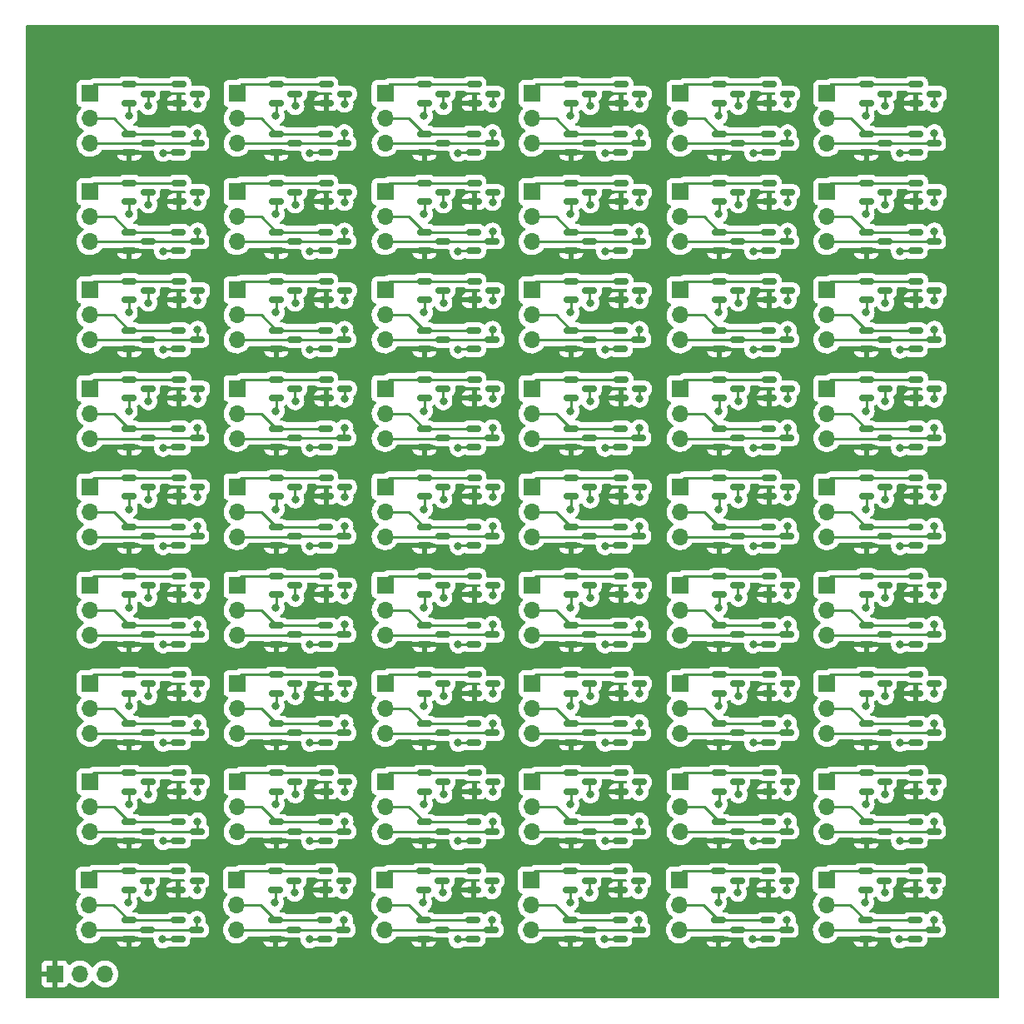
<source format=gbr>
%TF.GenerationSoftware,KiCad,Pcbnew,(6.0.10)*%
%TF.CreationDate,2023-01-14T17:24:48+01:00*%
%TF.ProjectId,transistor_party,7472616e-7369-4737-946f-725f70617274,rev?*%
%TF.SameCoordinates,Original*%
%TF.FileFunction,Copper,L1,Top*%
%TF.FilePolarity,Positive*%
%FSLAX46Y46*%
G04 Gerber Fmt 4.6, Leading zero omitted, Abs format (unit mm)*
G04 Created by KiCad (PCBNEW (6.0.10)) date 2023-01-14 17:24:48*
%MOMM*%
%LPD*%
G01*
G04 APERTURE LIST*
G04 Aperture macros list*
%AMRoundRect*
0 Rectangle with rounded corners*
0 $1 Rounding radius*
0 $2 $3 $4 $5 $6 $7 $8 $9 X,Y pos of 4 corners*
0 Add a 4 corners polygon primitive as box body*
4,1,4,$2,$3,$4,$5,$6,$7,$8,$9,$2,$3,0*
0 Add four circle primitives for the rounded corners*
1,1,$1+$1,$2,$3*
1,1,$1+$1,$4,$5*
1,1,$1+$1,$6,$7*
1,1,$1+$1,$8,$9*
0 Add four rect primitives between the rounded corners*
20,1,$1+$1,$2,$3,$4,$5,0*
20,1,$1+$1,$4,$5,$6,$7,0*
20,1,$1+$1,$6,$7,$8,$9,0*
20,1,$1+$1,$8,$9,$2,$3,0*%
G04 Aperture macros list end*
%TA.AperFunction,ComponentPad*%
%ADD10R,1.700000X1.700000*%
%TD*%
%TA.AperFunction,ComponentPad*%
%ADD11O,1.700000X1.700000*%
%TD*%
%TA.AperFunction,SMDPad,CuDef*%
%ADD12RoundRect,0.150000X-0.587500X-0.150000X0.587500X-0.150000X0.587500X0.150000X-0.587500X0.150000X0*%
%TD*%
%TA.AperFunction,ViaPad*%
%ADD13C,0.800000*%
%TD*%
%TA.AperFunction,Conductor*%
%ADD14C,0.250000*%
%TD*%
G04 APERTURE END LIST*
D10*
%TO.P,J55,1,Pin_1*%
%TO.N,VCC*%
X54475000Y-125000000D03*
D11*
%TO.P,J55,2,Pin_2*%
%TO.N,GND*%
X57015000Y-125000000D03*
%TO.P,J55,3,Pin_3*%
X59555000Y-125000000D03*
%TD*%
D12*
%TO.P,Q215,1,G*%
%TO.N,Net-(J54-Pad2)*%
X136937500Y-119550000D03*
%TO.P,Q215,2,S*%
%TO.N,VCC*%
X136937500Y-121450000D03*
%TO.P,Q215,3,D*%
%TO.N,Net-(J54-Pad3)*%
X138812500Y-120500000D03*
%TD*%
%TO.P,Q202,3,D*%
%TO.N,Net-(J53-Pad3)*%
X128937500Y-115500000D03*
%TO.P,Q202,2,S*%
%TO.N,VCC*%
X127062500Y-116450000D03*
%TO.P,Q202,1,G*%
%TO.N,Net-(J53-Pad1)*%
X127062500Y-114550000D03*
%TD*%
%TO.P,Q216,1,G*%
%TO.N,Net-(J54-Pad2)*%
X141937500Y-119550000D03*
%TO.P,Q216,2,S*%
%TO.N,Net-(Q203-Pad3)*%
X141937500Y-121450000D03*
%TO.P,Q216,3,D*%
%TO.N,Net-(J54-Pad3)*%
X143812500Y-120500000D03*
%TD*%
%TO.P,Q194,3,D*%
%TO.N,Net-(J49-Pad3)*%
X68937500Y-115500000D03*
%TO.P,Q194,2,S*%
%TO.N,VCC*%
X67062500Y-116450000D03*
%TO.P,Q194,1,G*%
%TO.N,Net-(J49-Pad1)*%
X67062500Y-114550000D03*
%TD*%
%TO.P,Q205,1,G*%
%TO.N,Net-(J49-Pad2)*%
X62000000Y-119550000D03*
%TO.P,Q205,2,S*%
%TO.N,VCC*%
X62000000Y-121450000D03*
%TO.P,Q205,3,D*%
%TO.N,Net-(J49-Pad3)*%
X63875000Y-120500000D03*
%TD*%
D11*
%TO.P,J49,3,Pin_3*%
%TO.N,Net-(J49-Pad3)*%
X58000000Y-120540000D03*
%TO.P,J49,2,Pin_2*%
%TO.N,Net-(J49-Pad2)*%
X58000000Y-118000000D03*
D10*
%TO.P,J49,1,Pin_1*%
%TO.N,Net-(J49-Pad1)*%
X58000000Y-115460000D03*
%TD*%
D12*
%TO.P,Q206,1,G*%
%TO.N,Net-(J49-Pad2)*%
X67000000Y-119550000D03*
%TO.P,Q206,2,S*%
%TO.N,Net-(Q193-Pad3)*%
X67000000Y-121450000D03*
%TO.P,Q206,3,D*%
%TO.N,Net-(J49-Pad3)*%
X68875000Y-120500000D03*
%TD*%
D11*
%TO.P,J52,3,Pin_3*%
%TO.N,Net-(J52-Pad3)*%
X102937500Y-120540000D03*
%TO.P,J52,2,Pin_2*%
%TO.N,Net-(J52-Pad2)*%
X102937500Y-118000000D03*
D10*
%TO.P,J52,1,Pin_1*%
%TO.N,Net-(J52-Pad1)*%
X102937500Y-115460000D03*
%TD*%
D12*
%TO.P,Q193,3,D*%
%TO.N,Net-(Q193-Pad3)*%
X63875000Y-115500000D03*
%TO.P,Q193,2,S*%
%TO.N,GND*%
X62000000Y-116450000D03*
%TO.P,Q193,1,G*%
%TO.N,Net-(J49-Pad1)*%
X62000000Y-114550000D03*
%TD*%
%TO.P,Q199,3,D*%
%TO.N,Net-(Q199-Pad3)*%
X108812500Y-115500000D03*
%TO.P,Q199,2,S*%
%TO.N,GND*%
X106937500Y-116450000D03*
%TO.P,Q199,1,G*%
%TO.N,Net-(J52-Pad1)*%
X106937500Y-114550000D03*
%TD*%
%TO.P,Q212,1,G*%
%TO.N,Net-(J52-Pad2)*%
X111937500Y-119550000D03*
%TO.P,Q212,2,S*%
%TO.N,Net-(Q199-Pad3)*%
X111937500Y-121450000D03*
%TO.P,Q212,3,D*%
%TO.N,Net-(J52-Pad3)*%
X113812500Y-120500000D03*
%TD*%
%TO.P,Q197,3,D*%
%TO.N,Net-(Q197-Pad3)*%
X93875000Y-115500000D03*
%TO.P,Q197,2,S*%
%TO.N,GND*%
X92000000Y-116450000D03*
%TO.P,Q197,1,G*%
%TO.N,Net-(J51-Pad1)*%
X92000000Y-114550000D03*
%TD*%
%TO.P,Q201,3,D*%
%TO.N,Net-(Q201-Pad3)*%
X123875000Y-115500000D03*
%TO.P,Q201,2,S*%
%TO.N,GND*%
X122000000Y-116450000D03*
%TO.P,Q201,1,G*%
%TO.N,Net-(J53-Pad1)*%
X122000000Y-114550000D03*
%TD*%
%TO.P,Q204,3,D*%
%TO.N,Net-(J54-Pad3)*%
X143875000Y-115500000D03*
%TO.P,Q204,2,S*%
%TO.N,VCC*%
X142000000Y-116450000D03*
%TO.P,Q204,1,G*%
%TO.N,Net-(J54-Pad1)*%
X142000000Y-114550000D03*
%TD*%
%TO.P,Q209,1,G*%
%TO.N,Net-(J51-Pad2)*%
X92000000Y-119550000D03*
%TO.P,Q209,2,S*%
%TO.N,VCC*%
X92000000Y-121450000D03*
%TO.P,Q209,3,D*%
%TO.N,Net-(J51-Pad3)*%
X93875000Y-120500000D03*
%TD*%
%TO.P,Q198,3,D*%
%TO.N,Net-(J51-Pad3)*%
X98937500Y-115500000D03*
%TO.P,Q198,2,S*%
%TO.N,VCC*%
X97062500Y-116450000D03*
%TO.P,Q198,1,G*%
%TO.N,Net-(J51-Pad1)*%
X97062500Y-114550000D03*
%TD*%
%TO.P,Q210,1,G*%
%TO.N,Net-(J51-Pad2)*%
X97000000Y-119550000D03*
%TO.P,Q210,2,S*%
%TO.N,Net-(Q197-Pad3)*%
X97000000Y-121450000D03*
%TO.P,Q210,3,D*%
%TO.N,Net-(J51-Pad3)*%
X98875000Y-120500000D03*
%TD*%
%TO.P,Q211,1,G*%
%TO.N,Net-(J52-Pad2)*%
X106937500Y-119550000D03*
%TO.P,Q211,2,S*%
%TO.N,VCC*%
X106937500Y-121450000D03*
%TO.P,Q211,3,D*%
%TO.N,Net-(J52-Pad3)*%
X108812500Y-120500000D03*
%TD*%
D11*
%TO.P,J51,3,Pin_3*%
%TO.N,Net-(J51-Pad3)*%
X88000000Y-120540000D03*
%TO.P,J51,2,Pin_2*%
%TO.N,Net-(J51-Pad2)*%
X88000000Y-118000000D03*
D10*
%TO.P,J51,1,Pin_1*%
%TO.N,Net-(J51-Pad1)*%
X88000000Y-115460000D03*
%TD*%
D12*
%TO.P,Q200,3,D*%
%TO.N,Net-(J52-Pad3)*%
X113875000Y-115500000D03*
%TO.P,Q200,2,S*%
%TO.N,VCC*%
X112000000Y-116450000D03*
%TO.P,Q200,1,G*%
%TO.N,Net-(J52-Pad1)*%
X112000000Y-114550000D03*
%TD*%
%TO.P,Q196,3,D*%
%TO.N,Net-(J50-Pad3)*%
X83875000Y-115500000D03*
%TO.P,Q196,2,S*%
%TO.N,VCC*%
X82000000Y-116450000D03*
%TO.P,Q196,1,G*%
%TO.N,Net-(J50-Pad1)*%
X82000000Y-114550000D03*
%TD*%
%TO.P,Q207,1,G*%
%TO.N,Net-(J50-Pad2)*%
X76937500Y-119550000D03*
%TO.P,Q207,2,S*%
%TO.N,VCC*%
X76937500Y-121450000D03*
%TO.P,Q207,3,D*%
%TO.N,Net-(J50-Pad3)*%
X78812500Y-120500000D03*
%TD*%
%TO.P,Q195,3,D*%
%TO.N,Net-(Q195-Pad3)*%
X78812500Y-115500000D03*
%TO.P,Q195,2,S*%
%TO.N,GND*%
X76937500Y-116450000D03*
%TO.P,Q195,1,G*%
%TO.N,Net-(J50-Pad1)*%
X76937500Y-114550000D03*
%TD*%
D11*
%TO.P,J50,3,Pin_3*%
%TO.N,Net-(J50-Pad3)*%
X72937500Y-120540000D03*
%TO.P,J50,2,Pin_2*%
%TO.N,Net-(J50-Pad2)*%
X72937500Y-118000000D03*
D10*
%TO.P,J50,1,Pin_1*%
%TO.N,Net-(J50-Pad1)*%
X72937500Y-115460000D03*
%TD*%
D12*
%TO.P,Q208,1,G*%
%TO.N,Net-(J50-Pad2)*%
X81937500Y-119550000D03*
%TO.P,Q208,2,S*%
%TO.N,Net-(Q195-Pad3)*%
X81937500Y-121450000D03*
%TO.P,Q208,3,D*%
%TO.N,Net-(J50-Pad3)*%
X83812500Y-120500000D03*
%TD*%
D11*
%TO.P,J53,3,Pin_3*%
%TO.N,Net-(J53-Pad3)*%
X118000000Y-120540000D03*
%TO.P,J53,2,Pin_2*%
%TO.N,Net-(J53-Pad2)*%
X118000000Y-118000000D03*
D10*
%TO.P,J53,1,Pin_1*%
%TO.N,Net-(J53-Pad1)*%
X118000000Y-115460000D03*
%TD*%
D12*
%TO.P,Q213,1,G*%
%TO.N,Net-(J53-Pad2)*%
X122000000Y-119550000D03*
%TO.P,Q213,2,S*%
%TO.N,VCC*%
X122000000Y-121450000D03*
%TO.P,Q213,3,D*%
%TO.N,Net-(J53-Pad3)*%
X123875000Y-120500000D03*
%TD*%
%TO.P,Q203,3,D*%
%TO.N,Net-(Q203-Pad3)*%
X138812500Y-115500000D03*
%TO.P,Q203,2,S*%
%TO.N,GND*%
X136937500Y-116450000D03*
%TO.P,Q203,1,G*%
%TO.N,Net-(J54-Pad1)*%
X136937500Y-114550000D03*
%TD*%
D11*
%TO.P,J54,3,Pin_3*%
%TO.N,Net-(J54-Pad3)*%
X132937500Y-120540000D03*
%TO.P,J54,2,Pin_2*%
%TO.N,Net-(J54-Pad2)*%
X132937500Y-118000000D03*
D10*
%TO.P,J54,1,Pin_1*%
%TO.N,Net-(J54-Pad1)*%
X132937500Y-115460000D03*
%TD*%
D12*
%TO.P,Q214,1,G*%
%TO.N,Net-(J53-Pad2)*%
X127000000Y-119550000D03*
%TO.P,Q214,2,S*%
%TO.N,Net-(Q201-Pad3)*%
X127000000Y-121450000D03*
%TO.P,Q214,3,D*%
%TO.N,Net-(J53-Pad3)*%
X128875000Y-120500000D03*
%TD*%
%TO.P,Q143,1,G*%
%TO.N,Net-(J36-Pad2)*%
X137000000Y-89550000D03*
%TO.P,Q143,2,S*%
%TO.N,VCC*%
X137000000Y-91450000D03*
%TO.P,Q143,3,D*%
%TO.N,Net-(J36-Pad3)*%
X138875000Y-90500000D03*
%TD*%
%TO.P,Q130,3,D*%
%TO.N,Net-(J35-Pad3)*%
X129000000Y-85500000D03*
%TO.P,Q130,2,S*%
%TO.N,VCC*%
X127125000Y-86450000D03*
%TO.P,Q130,1,G*%
%TO.N,Net-(J35-Pad1)*%
X127125000Y-84550000D03*
%TD*%
%TO.P,Q98,3,D*%
%TO.N,Net-(J25-Pad3)*%
X69000000Y-75500000D03*
%TO.P,Q98,2,S*%
%TO.N,VCC*%
X67125000Y-76450000D03*
%TO.P,Q98,1,G*%
%TO.N,Net-(J25-Pad1)*%
X67125000Y-74550000D03*
%TD*%
%TO.P,Q109,1,G*%
%TO.N,Net-(J25-Pad2)*%
X62062500Y-79550000D03*
%TO.P,Q109,2,S*%
%TO.N,VCC*%
X62062500Y-81450000D03*
%TO.P,Q109,3,D*%
%TO.N,Net-(J25-Pad3)*%
X63937500Y-80500000D03*
%TD*%
D11*
%TO.P,J25,3,Pin_3*%
%TO.N,Net-(J25-Pad3)*%
X58062500Y-80540000D03*
%TO.P,J25,2,Pin_2*%
%TO.N,Net-(J25-Pad2)*%
X58062500Y-78000000D03*
D10*
%TO.P,J25,1,Pin_1*%
%TO.N,Net-(J25-Pad1)*%
X58062500Y-75460000D03*
%TD*%
D12*
%TO.P,Q110,1,G*%
%TO.N,Net-(J25-Pad2)*%
X67062500Y-79550000D03*
%TO.P,Q110,2,S*%
%TO.N,Net-(Q110-Pad2)*%
X67062500Y-81450000D03*
%TO.P,Q110,3,D*%
%TO.N,Net-(J25-Pad3)*%
X68937500Y-80500000D03*
%TD*%
D11*
%TO.P,J28,3,Pin_3*%
%TO.N,Net-(J28-Pad3)*%
X103000000Y-80540000D03*
%TO.P,J28,2,Pin_2*%
%TO.N,Net-(J28-Pad2)*%
X103000000Y-78000000D03*
D10*
%TO.P,J28,1,Pin_1*%
%TO.N,Net-(J28-Pad1)*%
X103000000Y-75460000D03*
%TD*%
D12*
%TO.P,Q97,3,D*%
%TO.N,Net-(Q110-Pad2)*%
X63937500Y-75500000D03*
%TO.P,Q97,2,S*%
%TO.N,GND*%
X62062500Y-76450000D03*
%TO.P,Q97,1,G*%
%TO.N,Net-(J25-Pad1)*%
X62062500Y-74550000D03*
%TD*%
%TO.P,Q191,1,G*%
%TO.N,Net-(J48-Pad2)*%
X137000000Y-109550000D03*
%TO.P,Q191,2,S*%
%TO.N,VCC*%
X137000000Y-111450000D03*
%TO.P,Q191,3,D*%
%TO.N,Net-(J48-Pad3)*%
X138875000Y-110500000D03*
%TD*%
%TO.P,Q178,3,D*%
%TO.N,Net-(J47-Pad3)*%
X129000000Y-105500000D03*
%TO.P,Q178,2,S*%
%TO.N,VCC*%
X127125000Y-106450000D03*
%TO.P,Q178,1,G*%
%TO.N,Net-(J47-Pad1)*%
X127125000Y-104550000D03*
%TD*%
%TO.P,Q146,3,D*%
%TO.N,Net-(J37-Pad3)*%
X69000000Y-95500000D03*
%TO.P,Q146,2,S*%
%TO.N,VCC*%
X67125000Y-96450000D03*
%TO.P,Q146,1,G*%
%TO.N,Net-(J37-Pad1)*%
X67125000Y-94550000D03*
%TD*%
%TO.P,Q157,1,G*%
%TO.N,Net-(J37-Pad2)*%
X62062500Y-99550000D03*
%TO.P,Q157,2,S*%
%TO.N,VCC*%
X62062500Y-101450000D03*
%TO.P,Q157,3,D*%
%TO.N,Net-(J37-Pad3)*%
X63937500Y-100500000D03*
%TD*%
D11*
%TO.P,J37,3,Pin_3*%
%TO.N,Net-(J37-Pad3)*%
X58062500Y-100540000D03*
%TO.P,J37,2,Pin_2*%
%TO.N,Net-(J37-Pad2)*%
X58062500Y-98000000D03*
D10*
%TO.P,J37,1,Pin_1*%
%TO.N,Net-(J37-Pad1)*%
X58062500Y-95460000D03*
%TD*%
D12*
%TO.P,Q158,1,G*%
%TO.N,Net-(J37-Pad2)*%
X67062500Y-99550000D03*
%TO.P,Q158,2,S*%
%TO.N,Net-(Q145-Pad3)*%
X67062500Y-101450000D03*
%TO.P,Q158,3,D*%
%TO.N,Net-(J37-Pad3)*%
X68937500Y-100500000D03*
%TD*%
D11*
%TO.P,J40,3,Pin_3*%
%TO.N,Net-(J40-Pad3)*%
X103000000Y-100540000D03*
%TO.P,J40,2,Pin_2*%
%TO.N,Net-(J40-Pad2)*%
X103000000Y-98000000D03*
D10*
%TO.P,J40,1,Pin_1*%
%TO.N,Net-(J40-Pad1)*%
X103000000Y-95460000D03*
%TD*%
D12*
%TO.P,Q145,3,D*%
%TO.N,Net-(Q145-Pad3)*%
X63937500Y-95500000D03*
%TO.P,Q145,2,S*%
%TO.N,GND*%
X62062500Y-96450000D03*
%TO.P,Q145,1,G*%
%TO.N,Net-(J37-Pad1)*%
X62062500Y-94550000D03*
%TD*%
%TO.P,Q168,1,G*%
%TO.N,Net-(J42-Pad2)*%
X142000000Y-99550000D03*
%TO.P,Q168,2,S*%
%TO.N,Net-(Q155-Pad3)*%
X142000000Y-101450000D03*
%TO.P,Q168,3,D*%
%TO.N,Net-(J42-Pad3)*%
X143875000Y-100500000D03*
%TD*%
%TO.P,Q120,1,G*%
%TO.N,Net-(J30-Pad2)*%
X142000000Y-79550000D03*
%TO.P,Q120,2,S*%
%TO.N,Net-(Q107-Pad3)*%
X142000000Y-81450000D03*
%TO.P,Q120,3,D*%
%TO.N,Net-(J30-Pad3)*%
X143875000Y-80500000D03*
%TD*%
%TO.P,Q119,1,G*%
%TO.N,Net-(J30-Pad2)*%
X137000000Y-79550000D03*
%TO.P,Q119,2,S*%
%TO.N,VCC*%
X137000000Y-81450000D03*
%TO.P,Q119,3,D*%
%TO.N,Net-(J30-Pad3)*%
X138875000Y-80500000D03*
%TD*%
%TO.P,Q103,3,D*%
%TO.N,Net-(Q103-Pad3)*%
X108875000Y-75500000D03*
%TO.P,Q103,2,S*%
%TO.N,GND*%
X107000000Y-76450000D03*
%TO.P,Q103,1,G*%
%TO.N,Net-(J28-Pad1)*%
X107000000Y-74550000D03*
%TD*%
%TO.P,Q116,1,G*%
%TO.N,Net-(J28-Pad2)*%
X112000000Y-79550000D03*
%TO.P,Q116,2,S*%
%TO.N,Net-(Q103-Pad3)*%
X112000000Y-81450000D03*
%TO.P,Q116,3,D*%
%TO.N,Net-(J28-Pad3)*%
X113875000Y-80500000D03*
%TD*%
%TO.P,Q101,3,D*%
%TO.N,Net-(Q101-Pad3)*%
X93937500Y-75500000D03*
%TO.P,Q101,2,S*%
%TO.N,GND*%
X92062500Y-76450000D03*
%TO.P,Q101,1,G*%
%TO.N,Net-(J27-Pad1)*%
X92062500Y-74550000D03*
%TD*%
%TO.P,Q122,3,D*%
%TO.N,Net-(J31-Pad3)*%
X69000000Y-85500000D03*
%TO.P,Q122,2,S*%
%TO.N,VCC*%
X67125000Y-86450000D03*
%TO.P,Q122,1,G*%
%TO.N,Net-(J31-Pad1)*%
X67125000Y-84550000D03*
%TD*%
%TO.P,Q133,1,G*%
%TO.N,Net-(J31-Pad2)*%
X62062500Y-89550000D03*
%TO.P,Q133,2,S*%
%TO.N,VCC*%
X62062500Y-91450000D03*
%TO.P,Q133,3,D*%
%TO.N,Net-(J31-Pad3)*%
X63937500Y-90500000D03*
%TD*%
D11*
%TO.P,J31,3,Pin_3*%
%TO.N,Net-(J31-Pad3)*%
X58062500Y-90540000D03*
%TO.P,J31,2,Pin_2*%
%TO.N,Net-(J31-Pad2)*%
X58062500Y-88000000D03*
D10*
%TO.P,J31,1,Pin_1*%
%TO.N,Net-(J31-Pad1)*%
X58062500Y-85460000D03*
%TD*%
D12*
%TO.P,Q134,1,G*%
%TO.N,Net-(J31-Pad2)*%
X67062500Y-89550000D03*
%TO.P,Q134,2,S*%
%TO.N,Net-(Q121-Pad3)*%
X67062500Y-91450000D03*
%TO.P,Q134,3,D*%
%TO.N,Net-(J31-Pad3)*%
X68937500Y-90500000D03*
%TD*%
D11*
%TO.P,J34,3,Pin_3*%
%TO.N,Net-(J34-Pad3)*%
X103000000Y-90540000D03*
%TO.P,J34,2,Pin_2*%
%TO.N,Net-(J34-Pad2)*%
X103000000Y-88000000D03*
D10*
%TO.P,J34,1,Pin_1*%
%TO.N,Net-(J34-Pad1)*%
X103000000Y-85460000D03*
%TD*%
D12*
%TO.P,Q121,3,D*%
%TO.N,Net-(Q121-Pad3)*%
X63937500Y-85500000D03*
%TO.P,Q121,2,S*%
%TO.N,GND*%
X62062500Y-86450000D03*
%TO.P,Q121,1,G*%
%TO.N,Net-(J31-Pad1)*%
X62062500Y-84550000D03*
%TD*%
%TO.P,Q144,1,G*%
%TO.N,Net-(J36-Pad2)*%
X142000000Y-89550000D03*
%TO.P,Q144,2,S*%
%TO.N,Net-(Q131-Pad3)*%
X142000000Y-91450000D03*
%TO.P,Q144,3,D*%
%TO.N,Net-(J36-Pad3)*%
X143875000Y-90500000D03*
%TD*%
%TO.P,Q192,1,G*%
%TO.N,Net-(J48-Pad2)*%
X142000000Y-109550000D03*
%TO.P,Q192,2,S*%
%TO.N,Net-(Q179-Pad3)*%
X142000000Y-111450000D03*
%TO.P,Q192,3,D*%
%TO.N,Net-(J48-Pad3)*%
X143875000Y-110500000D03*
%TD*%
%TO.P,Q127,3,D*%
%TO.N,Net-(Q127-Pad3)*%
X108875000Y-85500000D03*
%TO.P,Q127,2,S*%
%TO.N,GND*%
X107000000Y-86450000D03*
%TO.P,Q127,1,G*%
%TO.N,Net-(J34-Pad1)*%
X107000000Y-84550000D03*
%TD*%
%TO.P,Q140,1,G*%
%TO.N,Net-(J34-Pad2)*%
X112000000Y-89550000D03*
%TO.P,Q140,2,S*%
%TO.N,Net-(Q127-Pad3)*%
X112000000Y-91450000D03*
%TO.P,Q140,3,D*%
%TO.N,Net-(J34-Pad3)*%
X113875000Y-90500000D03*
%TD*%
%TO.P,Q125,3,D*%
%TO.N,Net-(Q125-Pad3)*%
X93937500Y-85500000D03*
%TO.P,Q125,2,S*%
%TO.N,GND*%
X92062500Y-86450000D03*
%TO.P,Q125,1,G*%
%TO.N,Net-(J33-Pad1)*%
X92062500Y-84550000D03*
%TD*%
%TO.P,Q129,3,D*%
%TO.N,Net-(Q129-Pad3)*%
X123937500Y-85500000D03*
%TO.P,Q129,2,S*%
%TO.N,GND*%
X122062500Y-86450000D03*
%TO.P,Q129,1,G*%
%TO.N,Net-(J35-Pad1)*%
X122062500Y-84550000D03*
%TD*%
%TO.P,Q132,3,D*%
%TO.N,Net-(J36-Pad3)*%
X143937500Y-85500000D03*
%TO.P,Q132,2,S*%
%TO.N,VCC*%
X142062500Y-86450000D03*
%TO.P,Q132,1,G*%
%TO.N,Net-(J36-Pad1)*%
X142062500Y-84550000D03*
%TD*%
%TO.P,Q137,1,G*%
%TO.N,Net-(J33-Pad2)*%
X92062500Y-89550000D03*
%TO.P,Q137,2,S*%
%TO.N,VCC*%
X92062500Y-91450000D03*
%TO.P,Q137,3,D*%
%TO.N,Net-(J33-Pad3)*%
X93937500Y-90500000D03*
%TD*%
%TO.P,Q126,3,D*%
%TO.N,Net-(J33-Pad3)*%
X99000000Y-85500000D03*
%TO.P,Q126,2,S*%
%TO.N,VCC*%
X97125000Y-86450000D03*
%TO.P,Q126,1,G*%
%TO.N,Net-(J33-Pad1)*%
X97125000Y-84550000D03*
%TD*%
%TO.P,Q138,1,G*%
%TO.N,Net-(J33-Pad2)*%
X97062500Y-89550000D03*
%TO.P,Q138,2,S*%
%TO.N,Net-(Q125-Pad3)*%
X97062500Y-91450000D03*
%TO.P,Q138,3,D*%
%TO.N,Net-(J33-Pad3)*%
X98937500Y-90500000D03*
%TD*%
%TO.P,Q139,1,G*%
%TO.N,Net-(J34-Pad2)*%
X107000000Y-89550000D03*
%TO.P,Q139,2,S*%
%TO.N,VCC*%
X107000000Y-91450000D03*
%TO.P,Q139,3,D*%
%TO.N,Net-(J34-Pad3)*%
X108875000Y-90500000D03*
%TD*%
D11*
%TO.P,J33,3,Pin_3*%
%TO.N,Net-(J33-Pad3)*%
X88062500Y-90540000D03*
%TO.P,J33,2,Pin_2*%
%TO.N,Net-(J33-Pad2)*%
X88062500Y-88000000D03*
D10*
%TO.P,J33,1,Pin_1*%
%TO.N,Net-(J33-Pad1)*%
X88062500Y-85460000D03*
%TD*%
D12*
%TO.P,Q128,3,D*%
%TO.N,Net-(J34-Pad3)*%
X113937500Y-85500000D03*
%TO.P,Q128,2,S*%
%TO.N,VCC*%
X112062500Y-86450000D03*
%TO.P,Q128,1,G*%
%TO.N,Net-(J34-Pad1)*%
X112062500Y-84550000D03*
%TD*%
%TO.P,Q124,3,D*%
%TO.N,Net-(J32-Pad3)*%
X83937500Y-85500000D03*
%TO.P,Q124,2,S*%
%TO.N,VCC*%
X82062500Y-86450000D03*
%TO.P,Q124,1,G*%
%TO.N,Net-(J32-Pad1)*%
X82062500Y-84550000D03*
%TD*%
%TO.P,Q135,1,G*%
%TO.N,Net-(J32-Pad2)*%
X77000000Y-89550000D03*
%TO.P,Q135,2,S*%
%TO.N,VCC*%
X77000000Y-91450000D03*
%TO.P,Q135,3,D*%
%TO.N,Net-(J32-Pad3)*%
X78875000Y-90500000D03*
%TD*%
D11*
%TO.P,J39,3,Pin_3*%
%TO.N,Net-(J39-Pad3)*%
X88062500Y-100540000D03*
%TO.P,J39,2,Pin_2*%
%TO.N,Net-(J39-Pad2)*%
X88062500Y-98000000D03*
D10*
%TO.P,J39,1,Pin_1*%
%TO.N,Net-(J39-Pad1)*%
X88062500Y-95460000D03*
%TD*%
D12*
%TO.P,Q152,3,D*%
%TO.N,Net-(J40-Pad3)*%
X113937500Y-95500000D03*
%TO.P,Q152,2,S*%
%TO.N,VCC*%
X112062500Y-96450000D03*
%TO.P,Q152,1,G*%
%TO.N,Net-(J40-Pad1)*%
X112062500Y-94550000D03*
%TD*%
%TO.P,Q148,3,D*%
%TO.N,Net-(J38-Pad3)*%
X83937500Y-95500000D03*
%TO.P,Q148,2,S*%
%TO.N,VCC*%
X82062500Y-96450000D03*
%TO.P,Q148,1,G*%
%TO.N,Net-(J38-Pad1)*%
X82062500Y-94550000D03*
%TD*%
%TO.P,Q159,1,G*%
%TO.N,Net-(J38-Pad2)*%
X77000000Y-99550000D03*
%TO.P,Q159,2,S*%
%TO.N,VCC*%
X77000000Y-101450000D03*
%TO.P,Q159,3,D*%
%TO.N,Net-(J38-Pad3)*%
X78875000Y-100500000D03*
%TD*%
%TO.P,Q147,3,D*%
%TO.N,Net-(Q147-Pad3)*%
X78875000Y-95500000D03*
%TO.P,Q147,2,S*%
%TO.N,GND*%
X77000000Y-96450000D03*
%TO.P,Q147,1,G*%
%TO.N,Net-(J38-Pad1)*%
X77000000Y-94550000D03*
%TD*%
D11*
%TO.P,J38,3,Pin_3*%
%TO.N,Net-(J38-Pad3)*%
X73000000Y-100540000D03*
%TO.P,J38,2,Pin_2*%
%TO.N,Net-(J38-Pad2)*%
X73000000Y-98000000D03*
D10*
%TO.P,J38,1,Pin_1*%
%TO.N,Net-(J38-Pad1)*%
X73000000Y-95460000D03*
%TD*%
D12*
%TO.P,Q160,1,G*%
%TO.N,Net-(J38-Pad2)*%
X82000000Y-99550000D03*
%TO.P,Q160,2,S*%
%TO.N,Net-(Q147-Pad3)*%
X82000000Y-101450000D03*
%TO.P,Q160,3,D*%
%TO.N,Net-(J38-Pad3)*%
X83875000Y-100500000D03*
%TD*%
%TO.P,Q166,1,G*%
%TO.N,Net-(J41-Pad2)*%
X127062500Y-99550000D03*
%TO.P,Q166,2,S*%
%TO.N,Net-(Q153-Pad3)*%
X127062500Y-101450000D03*
%TO.P,Q166,3,D*%
%TO.N,Net-(J41-Pad3)*%
X128937500Y-100500000D03*
%TD*%
%TO.P,Q154,3,D*%
%TO.N,Net-(J41-Pad3)*%
X129000000Y-95500000D03*
%TO.P,Q154,2,S*%
%TO.N,VCC*%
X127125000Y-96450000D03*
%TO.P,Q154,1,G*%
%TO.N,Net-(J41-Pad1)*%
X127125000Y-94550000D03*
%TD*%
D11*
%TO.P,J42,3,Pin_3*%
%TO.N,Net-(J42-Pad3)*%
X133000000Y-100540000D03*
%TO.P,J42,2,Pin_2*%
%TO.N,Net-(J42-Pad2)*%
X133000000Y-98000000D03*
D10*
%TO.P,J42,1,Pin_1*%
%TO.N,Net-(J42-Pad1)*%
X133000000Y-95460000D03*
%TD*%
D12*
%TO.P,Q165,1,G*%
%TO.N,Net-(J41-Pad2)*%
X122062500Y-99550000D03*
%TO.P,Q165,2,S*%
%TO.N,VCC*%
X122062500Y-101450000D03*
%TO.P,Q165,3,D*%
%TO.N,Net-(J41-Pad3)*%
X123937500Y-100500000D03*
%TD*%
D11*
%TO.P,J41,3,Pin_3*%
%TO.N,Net-(J41-Pad3)*%
X118062500Y-100540000D03*
%TO.P,J41,2,Pin_2*%
%TO.N,Net-(J41-Pad2)*%
X118062500Y-98000000D03*
D10*
%TO.P,J41,1,Pin_1*%
%TO.N,Net-(J41-Pad1)*%
X118062500Y-95460000D03*
%TD*%
D12*
%TO.P,Q155,3,D*%
%TO.N,Net-(Q155-Pad3)*%
X138875000Y-95500000D03*
%TO.P,Q155,2,S*%
%TO.N,GND*%
X137000000Y-96450000D03*
%TO.P,Q155,1,G*%
%TO.N,Net-(J42-Pad1)*%
X137000000Y-94550000D03*
%TD*%
%TO.P,Q105,3,D*%
%TO.N,Net-(Q105-Pad3)*%
X123937500Y-75500000D03*
%TO.P,Q105,2,S*%
%TO.N,GND*%
X122062500Y-76450000D03*
%TO.P,Q105,1,G*%
%TO.N,Net-(J29-Pad1)*%
X122062500Y-74550000D03*
%TD*%
%TO.P,Q123,3,D*%
%TO.N,Net-(Q123-Pad3)*%
X78875000Y-85500000D03*
%TO.P,Q123,2,S*%
%TO.N,GND*%
X77000000Y-86450000D03*
%TO.P,Q123,1,G*%
%TO.N,Net-(J32-Pad1)*%
X77000000Y-84550000D03*
%TD*%
D11*
%TO.P,J32,3,Pin_3*%
%TO.N,Net-(J32-Pad3)*%
X73000000Y-90540000D03*
%TO.P,J32,2,Pin_2*%
%TO.N,Net-(J32-Pad2)*%
X73000000Y-88000000D03*
D10*
%TO.P,J32,1,Pin_1*%
%TO.N,Net-(J32-Pad1)*%
X73000000Y-85460000D03*
%TD*%
D12*
%TO.P,Q136,1,G*%
%TO.N,Net-(J32-Pad2)*%
X82000000Y-89550000D03*
%TO.P,Q136,2,S*%
%TO.N,Net-(Q123-Pad3)*%
X82000000Y-91450000D03*
%TO.P,Q136,3,D*%
%TO.N,Net-(J32-Pad3)*%
X83875000Y-90500000D03*
%TD*%
D11*
%TO.P,J35,3,Pin_3*%
%TO.N,Net-(J35-Pad3)*%
X118062500Y-90540000D03*
%TO.P,J35,2,Pin_2*%
%TO.N,Net-(J35-Pad2)*%
X118062500Y-88000000D03*
D10*
%TO.P,J35,1,Pin_1*%
%TO.N,Net-(J35-Pad1)*%
X118062500Y-85460000D03*
%TD*%
D12*
%TO.P,Q141,1,G*%
%TO.N,Net-(J35-Pad2)*%
X122062500Y-89550000D03*
%TO.P,Q141,2,S*%
%TO.N,VCC*%
X122062500Y-91450000D03*
%TO.P,Q141,3,D*%
%TO.N,Net-(J35-Pad3)*%
X123937500Y-90500000D03*
%TD*%
%TO.P,Q131,3,D*%
%TO.N,Net-(Q131-Pad3)*%
X138875000Y-85500000D03*
%TO.P,Q131,2,S*%
%TO.N,GND*%
X137000000Y-86450000D03*
%TO.P,Q131,1,G*%
%TO.N,Net-(J36-Pad1)*%
X137000000Y-84550000D03*
%TD*%
D11*
%TO.P,J36,3,Pin_3*%
%TO.N,Net-(J36-Pad3)*%
X133000000Y-90540000D03*
%TO.P,J36,2,Pin_2*%
%TO.N,Net-(J36-Pad2)*%
X133000000Y-88000000D03*
D10*
%TO.P,J36,1,Pin_1*%
%TO.N,Net-(J36-Pad1)*%
X133000000Y-85460000D03*
%TD*%
D12*
%TO.P,Q108,3,D*%
%TO.N,Net-(J30-Pad3)*%
X143937500Y-75500000D03*
%TO.P,Q108,2,S*%
%TO.N,VCC*%
X142062500Y-76450000D03*
%TO.P,Q108,1,G*%
%TO.N,Net-(J30-Pad1)*%
X142062500Y-74550000D03*
%TD*%
%TO.P,Q167,1,G*%
%TO.N,Net-(J42-Pad2)*%
X137000000Y-99550000D03*
%TO.P,Q167,2,S*%
%TO.N,VCC*%
X137000000Y-101450000D03*
%TO.P,Q167,3,D*%
%TO.N,Net-(J42-Pad3)*%
X138875000Y-100500000D03*
%TD*%
%TO.P,Q151,3,D*%
%TO.N,Net-(Q151-Pad3)*%
X108875000Y-95500000D03*
%TO.P,Q151,2,S*%
%TO.N,GND*%
X107000000Y-96450000D03*
%TO.P,Q151,1,G*%
%TO.N,Net-(J40-Pad1)*%
X107000000Y-94550000D03*
%TD*%
%TO.P,Q164,1,G*%
%TO.N,Net-(J40-Pad2)*%
X112000000Y-99550000D03*
%TO.P,Q164,2,S*%
%TO.N,Net-(Q151-Pad3)*%
X112000000Y-101450000D03*
%TO.P,Q164,3,D*%
%TO.N,Net-(J40-Pad3)*%
X113875000Y-100500000D03*
%TD*%
%TO.P,Q149,3,D*%
%TO.N,Net-(Q149-Pad3)*%
X93937500Y-95500000D03*
%TO.P,Q149,2,S*%
%TO.N,GND*%
X92062500Y-96450000D03*
%TO.P,Q149,1,G*%
%TO.N,Net-(J39-Pad1)*%
X92062500Y-94550000D03*
%TD*%
%TO.P,Q170,3,D*%
%TO.N,Net-(J43-Pad3)*%
X69000000Y-105500000D03*
%TO.P,Q170,2,S*%
%TO.N,VCC*%
X67125000Y-106450000D03*
%TO.P,Q170,1,G*%
%TO.N,Net-(J43-Pad1)*%
X67125000Y-104550000D03*
%TD*%
%TO.P,Q181,1,G*%
%TO.N,Net-(J43-Pad2)*%
X62062500Y-109550000D03*
%TO.P,Q181,2,S*%
%TO.N,VCC*%
X62062500Y-111450000D03*
%TO.P,Q181,3,D*%
%TO.N,Net-(J43-Pad3)*%
X63937500Y-110500000D03*
%TD*%
D11*
%TO.P,J43,3,Pin_3*%
%TO.N,Net-(J43-Pad3)*%
X58062500Y-110540000D03*
%TO.P,J43,2,Pin_2*%
%TO.N,Net-(J43-Pad2)*%
X58062500Y-108000000D03*
D10*
%TO.P,J43,1,Pin_1*%
%TO.N,Net-(J43-Pad1)*%
X58062500Y-105460000D03*
%TD*%
D12*
%TO.P,Q182,1,G*%
%TO.N,Net-(J43-Pad2)*%
X67062500Y-109550000D03*
%TO.P,Q182,2,S*%
%TO.N,Net-(Q169-Pad3)*%
X67062500Y-111450000D03*
%TO.P,Q182,3,D*%
%TO.N,Net-(J43-Pad3)*%
X68937500Y-110500000D03*
%TD*%
D11*
%TO.P,J46,3,Pin_3*%
%TO.N,Net-(J46-Pad3)*%
X103000000Y-110540000D03*
%TO.P,J46,2,Pin_2*%
%TO.N,Net-(J46-Pad2)*%
X103000000Y-108000000D03*
D10*
%TO.P,J46,1,Pin_1*%
%TO.N,Net-(J46-Pad1)*%
X103000000Y-105460000D03*
%TD*%
D12*
%TO.P,Q169,3,D*%
%TO.N,Net-(Q169-Pad3)*%
X63937500Y-105500000D03*
%TO.P,Q169,2,S*%
%TO.N,GND*%
X62062500Y-106450000D03*
%TO.P,Q169,1,G*%
%TO.N,Net-(J43-Pad1)*%
X62062500Y-104550000D03*
%TD*%
%TO.P,Q175,3,D*%
%TO.N,Net-(Q175-Pad3)*%
X108875000Y-105500000D03*
%TO.P,Q175,2,S*%
%TO.N,GND*%
X107000000Y-106450000D03*
%TO.P,Q175,1,G*%
%TO.N,Net-(J46-Pad1)*%
X107000000Y-104550000D03*
%TD*%
%TO.P,Q188,1,G*%
%TO.N,Net-(J46-Pad2)*%
X112000000Y-109550000D03*
%TO.P,Q188,2,S*%
%TO.N,Net-(Q175-Pad3)*%
X112000000Y-111450000D03*
%TO.P,Q188,3,D*%
%TO.N,Net-(J46-Pad3)*%
X113875000Y-110500000D03*
%TD*%
%TO.P,Q173,3,D*%
%TO.N,Net-(Q173-Pad3)*%
X93937500Y-105500000D03*
%TO.P,Q173,2,S*%
%TO.N,GND*%
X92062500Y-106450000D03*
%TO.P,Q173,1,G*%
%TO.N,Net-(J45-Pad1)*%
X92062500Y-104550000D03*
%TD*%
%TO.P,Q177,3,D*%
%TO.N,Net-(Q177-Pad3)*%
X123937500Y-105500000D03*
%TO.P,Q177,2,S*%
%TO.N,GND*%
X122062500Y-106450000D03*
%TO.P,Q177,1,G*%
%TO.N,Net-(J47-Pad1)*%
X122062500Y-104550000D03*
%TD*%
%TO.P,Q180,3,D*%
%TO.N,Net-(J48-Pad3)*%
X143937500Y-105500000D03*
%TO.P,Q180,2,S*%
%TO.N,VCC*%
X142062500Y-106450000D03*
%TO.P,Q180,1,G*%
%TO.N,Net-(J48-Pad1)*%
X142062500Y-104550000D03*
%TD*%
%TO.P,Q185,1,G*%
%TO.N,Net-(J45-Pad2)*%
X92062500Y-109550000D03*
%TO.P,Q185,2,S*%
%TO.N,VCC*%
X92062500Y-111450000D03*
%TO.P,Q185,3,D*%
%TO.N,Net-(J45-Pad3)*%
X93937500Y-110500000D03*
%TD*%
%TO.P,Q174,3,D*%
%TO.N,Net-(J45-Pad3)*%
X99000000Y-105500000D03*
%TO.P,Q174,2,S*%
%TO.N,VCC*%
X97125000Y-106450000D03*
%TO.P,Q174,1,G*%
%TO.N,Net-(J45-Pad1)*%
X97125000Y-104550000D03*
%TD*%
%TO.P,Q186,1,G*%
%TO.N,Net-(J45-Pad2)*%
X97062500Y-109550000D03*
%TO.P,Q186,2,S*%
%TO.N,Net-(Q173-Pad3)*%
X97062500Y-111450000D03*
%TO.P,Q186,3,D*%
%TO.N,Net-(J45-Pad3)*%
X98937500Y-110500000D03*
%TD*%
%TO.P,Q187,1,G*%
%TO.N,Net-(J46-Pad2)*%
X107000000Y-109550000D03*
%TO.P,Q187,2,S*%
%TO.N,VCC*%
X107000000Y-111450000D03*
%TO.P,Q187,3,D*%
%TO.N,Net-(J46-Pad3)*%
X108875000Y-110500000D03*
%TD*%
D11*
%TO.P,J45,3,Pin_3*%
%TO.N,Net-(J45-Pad3)*%
X88062500Y-110540000D03*
%TO.P,J45,2,Pin_2*%
%TO.N,Net-(J45-Pad2)*%
X88062500Y-108000000D03*
D10*
%TO.P,J45,1,Pin_1*%
%TO.N,Net-(J45-Pad1)*%
X88062500Y-105460000D03*
%TD*%
D12*
%TO.P,Q176,3,D*%
%TO.N,Net-(J46-Pad3)*%
X113937500Y-105500000D03*
%TO.P,Q176,2,S*%
%TO.N,VCC*%
X112062500Y-106450000D03*
%TO.P,Q176,1,G*%
%TO.N,Net-(J46-Pad1)*%
X112062500Y-104550000D03*
%TD*%
%TO.P,Q172,3,D*%
%TO.N,Net-(J44-Pad3)*%
X83937500Y-105500000D03*
%TO.P,Q172,2,S*%
%TO.N,VCC*%
X82062500Y-106450000D03*
%TO.P,Q172,1,G*%
%TO.N,Net-(J44-Pad1)*%
X82062500Y-104550000D03*
%TD*%
%TO.P,Q183,1,G*%
%TO.N,Net-(J44-Pad2)*%
X77000000Y-109550000D03*
%TO.P,Q183,2,S*%
%TO.N,VCC*%
X77000000Y-111450000D03*
%TO.P,Q183,3,D*%
%TO.N,Net-(J44-Pad3)*%
X78875000Y-110500000D03*
%TD*%
%TO.P,Q153,3,D*%
%TO.N,Net-(Q153-Pad3)*%
X123937500Y-95500000D03*
%TO.P,Q153,2,S*%
%TO.N,GND*%
X122062500Y-96450000D03*
%TO.P,Q153,1,G*%
%TO.N,Net-(J41-Pad1)*%
X122062500Y-94550000D03*
%TD*%
%TO.P,Q171,3,D*%
%TO.N,Net-(Q171-Pad3)*%
X78875000Y-105500000D03*
%TO.P,Q171,2,S*%
%TO.N,GND*%
X77000000Y-106450000D03*
%TO.P,Q171,1,G*%
%TO.N,Net-(J44-Pad1)*%
X77000000Y-104550000D03*
%TD*%
D11*
%TO.P,J44,3,Pin_3*%
%TO.N,Net-(J44-Pad3)*%
X73000000Y-110540000D03*
%TO.P,J44,2,Pin_2*%
%TO.N,Net-(J44-Pad2)*%
X73000000Y-108000000D03*
D10*
%TO.P,J44,1,Pin_1*%
%TO.N,Net-(J44-Pad1)*%
X73000000Y-105460000D03*
%TD*%
D12*
%TO.P,Q184,1,G*%
%TO.N,Net-(J44-Pad2)*%
X82000000Y-109550000D03*
%TO.P,Q184,2,S*%
%TO.N,Net-(Q171-Pad3)*%
X82000000Y-111450000D03*
%TO.P,Q184,3,D*%
%TO.N,Net-(J44-Pad3)*%
X83875000Y-110500000D03*
%TD*%
D11*
%TO.P,J47,3,Pin_3*%
%TO.N,Net-(J47-Pad3)*%
X118062500Y-110540000D03*
%TO.P,J47,2,Pin_2*%
%TO.N,Net-(J47-Pad2)*%
X118062500Y-108000000D03*
D10*
%TO.P,J47,1,Pin_1*%
%TO.N,Net-(J47-Pad1)*%
X118062500Y-105460000D03*
%TD*%
D12*
%TO.P,Q189,1,G*%
%TO.N,Net-(J47-Pad2)*%
X122062500Y-109550000D03*
%TO.P,Q189,2,S*%
%TO.N,VCC*%
X122062500Y-111450000D03*
%TO.P,Q189,3,D*%
%TO.N,Net-(J47-Pad3)*%
X123937500Y-110500000D03*
%TD*%
%TO.P,Q179,3,D*%
%TO.N,Net-(Q179-Pad3)*%
X138875000Y-105500000D03*
%TO.P,Q179,2,S*%
%TO.N,GND*%
X137000000Y-106450000D03*
%TO.P,Q179,1,G*%
%TO.N,Net-(J48-Pad1)*%
X137000000Y-104550000D03*
%TD*%
D11*
%TO.P,J48,3,Pin_3*%
%TO.N,Net-(J48-Pad3)*%
X133000000Y-110540000D03*
%TO.P,J48,2,Pin_2*%
%TO.N,Net-(J48-Pad2)*%
X133000000Y-108000000D03*
D10*
%TO.P,J48,1,Pin_1*%
%TO.N,Net-(J48-Pad1)*%
X133000000Y-105460000D03*
%TD*%
D12*
%TO.P,Q156,3,D*%
%TO.N,Net-(J42-Pad3)*%
X143937500Y-95500000D03*
%TO.P,Q156,2,S*%
%TO.N,VCC*%
X142062500Y-96450000D03*
%TO.P,Q156,1,G*%
%TO.N,Net-(J42-Pad1)*%
X142062500Y-94550000D03*
%TD*%
%TO.P,Q190,1,G*%
%TO.N,Net-(J47-Pad2)*%
X127062500Y-109550000D03*
%TO.P,Q190,2,S*%
%TO.N,Net-(Q177-Pad3)*%
X127062500Y-111450000D03*
%TO.P,Q190,3,D*%
%TO.N,Net-(J47-Pad3)*%
X128937500Y-110500000D03*
%TD*%
%TO.P,Q161,1,G*%
%TO.N,Net-(J39-Pad2)*%
X92062500Y-99550000D03*
%TO.P,Q161,2,S*%
%TO.N,VCC*%
X92062500Y-101450000D03*
%TO.P,Q161,3,D*%
%TO.N,Net-(J39-Pad3)*%
X93937500Y-100500000D03*
%TD*%
%TO.P,Q150,3,D*%
%TO.N,Net-(J39-Pad3)*%
X99000000Y-95500000D03*
%TO.P,Q150,2,S*%
%TO.N,VCC*%
X97125000Y-96450000D03*
%TO.P,Q150,1,G*%
%TO.N,Net-(J39-Pad1)*%
X97125000Y-94550000D03*
%TD*%
%TO.P,Q162,1,G*%
%TO.N,Net-(J39-Pad2)*%
X97062500Y-99550000D03*
%TO.P,Q162,2,S*%
%TO.N,Net-(Q149-Pad3)*%
X97062500Y-101450000D03*
%TO.P,Q162,3,D*%
%TO.N,Net-(J39-Pad3)*%
X98937500Y-100500000D03*
%TD*%
%TO.P,Q163,1,G*%
%TO.N,Net-(J40-Pad2)*%
X107000000Y-99550000D03*
%TO.P,Q163,2,S*%
%TO.N,VCC*%
X107000000Y-101450000D03*
%TO.P,Q163,3,D*%
%TO.N,Net-(J40-Pad3)*%
X108875000Y-100500000D03*
%TD*%
%TO.P,Q142,1,G*%
%TO.N,Net-(J35-Pad2)*%
X127062500Y-89550000D03*
%TO.P,Q142,2,S*%
%TO.N,Net-(Q129-Pad3)*%
X127062500Y-91450000D03*
%TO.P,Q142,3,D*%
%TO.N,Net-(J35-Pad3)*%
X128937500Y-90500000D03*
%TD*%
%TO.P,Q113,1,G*%
%TO.N,Net-(J27-Pad2)*%
X92062500Y-79550000D03*
%TO.P,Q113,2,S*%
%TO.N,VCC*%
X92062500Y-81450000D03*
%TO.P,Q113,3,D*%
%TO.N,Net-(J27-Pad3)*%
X93937500Y-80500000D03*
%TD*%
%TO.P,Q102,3,D*%
%TO.N,Net-(J27-Pad3)*%
X99000000Y-75500000D03*
%TO.P,Q102,2,S*%
%TO.N,VCC*%
X97125000Y-76450000D03*
%TO.P,Q102,1,G*%
%TO.N,Net-(J27-Pad1)*%
X97125000Y-74550000D03*
%TD*%
%TO.P,Q114,1,G*%
%TO.N,Net-(J27-Pad2)*%
X97062500Y-79550000D03*
%TO.P,Q114,2,S*%
%TO.N,Net-(Q101-Pad3)*%
X97062500Y-81450000D03*
%TO.P,Q114,3,D*%
%TO.N,Net-(J27-Pad3)*%
X98937500Y-80500000D03*
%TD*%
%TO.P,Q115,1,G*%
%TO.N,Net-(J28-Pad2)*%
X107000000Y-79550000D03*
%TO.P,Q115,2,S*%
%TO.N,VCC*%
X107000000Y-81450000D03*
%TO.P,Q115,3,D*%
%TO.N,Net-(J28-Pad3)*%
X108875000Y-80500000D03*
%TD*%
D11*
%TO.P,J27,3,Pin_3*%
%TO.N,Net-(J27-Pad3)*%
X88062500Y-80540000D03*
%TO.P,J27,2,Pin_2*%
%TO.N,Net-(J27-Pad2)*%
X88062500Y-78000000D03*
D10*
%TO.P,J27,1,Pin_1*%
%TO.N,Net-(J27-Pad1)*%
X88062500Y-75460000D03*
%TD*%
D12*
%TO.P,Q104,3,D*%
%TO.N,Net-(J28-Pad3)*%
X113937500Y-75500000D03*
%TO.P,Q104,2,S*%
%TO.N,VCC*%
X112062500Y-76450000D03*
%TO.P,Q104,1,G*%
%TO.N,Net-(J28-Pad1)*%
X112062500Y-74550000D03*
%TD*%
%TO.P,Q100,3,D*%
%TO.N,Net-(J26-Pad3)*%
X83937500Y-75500000D03*
%TO.P,Q100,2,S*%
%TO.N,VCC*%
X82062500Y-76450000D03*
%TO.P,Q100,1,G*%
%TO.N,Net-(J26-Pad1)*%
X82062500Y-74550000D03*
%TD*%
%TO.P,Q111,1,G*%
%TO.N,Net-(J26-Pad2)*%
X77000000Y-79550000D03*
%TO.P,Q111,2,S*%
%TO.N,VCC*%
X77000000Y-81450000D03*
%TO.P,Q111,3,D*%
%TO.N,Net-(J26-Pad3)*%
X78875000Y-80500000D03*
%TD*%
%TO.P,Q99,3,D*%
%TO.N,Net-(Q112-Pad2)*%
X78875000Y-75500000D03*
%TO.P,Q99,2,S*%
%TO.N,GND*%
X77000000Y-76450000D03*
%TO.P,Q99,1,G*%
%TO.N,Net-(J26-Pad1)*%
X77000000Y-74550000D03*
%TD*%
D11*
%TO.P,J26,3,Pin_3*%
%TO.N,Net-(J26-Pad3)*%
X73000000Y-80540000D03*
%TO.P,J26,2,Pin_2*%
%TO.N,Net-(J26-Pad2)*%
X73000000Y-78000000D03*
D10*
%TO.P,J26,1,Pin_1*%
%TO.N,Net-(J26-Pad1)*%
X73000000Y-75460000D03*
%TD*%
D12*
%TO.P,Q112,1,G*%
%TO.N,Net-(J26-Pad2)*%
X82000000Y-79550000D03*
%TO.P,Q112,2,S*%
%TO.N,Net-(Q112-Pad2)*%
X82000000Y-81450000D03*
%TO.P,Q112,3,D*%
%TO.N,Net-(J26-Pad3)*%
X83875000Y-80500000D03*
%TD*%
%TO.P,Q118,1,G*%
%TO.N,Net-(J29-Pad2)*%
X127062500Y-79550000D03*
%TO.P,Q118,2,S*%
%TO.N,Net-(Q105-Pad3)*%
X127062500Y-81450000D03*
%TO.P,Q118,3,D*%
%TO.N,Net-(J29-Pad3)*%
X128937500Y-80500000D03*
%TD*%
%TO.P,Q106,3,D*%
%TO.N,Net-(J29-Pad3)*%
X129000000Y-75500000D03*
%TO.P,Q106,2,S*%
%TO.N,VCC*%
X127125000Y-76450000D03*
%TO.P,Q106,1,G*%
%TO.N,Net-(J29-Pad1)*%
X127125000Y-74550000D03*
%TD*%
D11*
%TO.P,J30,3,Pin_3*%
%TO.N,Net-(J30-Pad3)*%
X133000000Y-80540000D03*
%TO.P,J30,2,Pin_2*%
%TO.N,Net-(J30-Pad2)*%
X133000000Y-78000000D03*
D10*
%TO.P,J30,1,Pin_1*%
%TO.N,Net-(J30-Pad1)*%
X133000000Y-75460000D03*
%TD*%
D11*
%TO.P,J29,3,Pin_3*%
%TO.N,Net-(J29-Pad3)*%
X118062500Y-80540000D03*
%TO.P,J29,2,Pin_2*%
%TO.N,Net-(J29-Pad2)*%
X118062500Y-78000000D03*
D10*
%TO.P,J29,1,Pin_1*%
%TO.N,Net-(J29-Pad1)*%
X118062500Y-75460000D03*
%TD*%
D12*
%TO.P,Q117,1,G*%
%TO.N,Net-(J29-Pad2)*%
X122062500Y-79550000D03*
%TO.P,Q117,2,S*%
%TO.N,VCC*%
X122062500Y-81450000D03*
%TO.P,Q117,3,D*%
%TO.N,Net-(J29-Pad3)*%
X123937500Y-80500000D03*
%TD*%
%TO.P,Q107,3,D*%
%TO.N,Net-(Q107-Pad3)*%
X138875000Y-75500000D03*
%TO.P,Q107,2,S*%
%TO.N,GND*%
X137000000Y-76450000D03*
%TO.P,Q107,1,G*%
%TO.N,Net-(J30-Pad1)*%
X137000000Y-74550000D03*
%TD*%
%TO.P,Q95,1,G*%
%TO.N,Net-(J24-Pad2)*%
X137000000Y-69550000D03*
%TO.P,Q95,2,S*%
%TO.N,VCC*%
X137000000Y-71450000D03*
%TO.P,Q95,3,D*%
%TO.N,Net-(J24-Pad3)*%
X138875000Y-70500000D03*
%TD*%
%TO.P,Q82,3,D*%
%TO.N,Net-(J23-Pad3)*%
X129000000Y-65500000D03*
%TO.P,Q82,2,S*%
%TO.N,VCC*%
X127125000Y-66450000D03*
%TO.P,Q82,1,G*%
%TO.N,Net-(J23-Pad1)*%
X127125000Y-64550000D03*
%TD*%
%TO.P,Q50,3,D*%
%TO.N,Net-(J13-Pad3)*%
X69000000Y-55500000D03*
%TO.P,Q50,2,S*%
%TO.N,VCC*%
X67125000Y-56450000D03*
%TO.P,Q50,1,G*%
%TO.N,Net-(J13-Pad1)*%
X67125000Y-54550000D03*
%TD*%
%TO.P,Q61,1,G*%
%TO.N,Net-(J13-Pad2)*%
X62062500Y-59550000D03*
%TO.P,Q61,2,S*%
%TO.N,VCC*%
X62062500Y-61450000D03*
%TO.P,Q61,3,D*%
%TO.N,Net-(J13-Pad3)*%
X63937500Y-60500000D03*
%TD*%
D11*
%TO.P,J13,3,Pin_3*%
%TO.N,Net-(J13-Pad3)*%
X58062500Y-60540000D03*
%TO.P,J13,2,Pin_2*%
%TO.N,Net-(J13-Pad2)*%
X58062500Y-58000000D03*
D10*
%TO.P,J13,1,Pin_1*%
%TO.N,Net-(J13-Pad1)*%
X58062500Y-55460000D03*
%TD*%
D12*
%TO.P,Q62,1,G*%
%TO.N,Net-(J13-Pad2)*%
X67062500Y-59550000D03*
%TO.P,Q62,2,S*%
%TO.N,Net-(Q49-Pad3)*%
X67062500Y-61450000D03*
%TO.P,Q62,3,D*%
%TO.N,Net-(J13-Pad3)*%
X68937500Y-60500000D03*
%TD*%
D11*
%TO.P,J16,3,Pin_3*%
%TO.N,Net-(J16-Pad3)*%
X103000000Y-60540000D03*
%TO.P,J16,2,Pin_2*%
%TO.N,Net-(J16-Pad2)*%
X103000000Y-58000000D03*
D10*
%TO.P,J16,1,Pin_1*%
%TO.N,Net-(J16-Pad1)*%
X103000000Y-55460000D03*
%TD*%
D12*
%TO.P,Q49,3,D*%
%TO.N,Net-(Q49-Pad3)*%
X63937500Y-55500000D03*
%TO.P,Q49,2,S*%
%TO.N,GND*%
X62062500Y-56450000D03*
%TO.P,Q49,1,G*%
%TO.N,Net-(J13-Pad1)*%
X62062500Y-54550000D03*
%TD*%
%TO.P,Q72,1,G*%
%TO.N,Net-(J18-Pad2)*%
X142000000Y-59550000D03*
%TO.P,Q72,2,S*%
%TO.N,Net-(Q59-Pad3)*%
X142000000Y-61450000D03*
%TO.P,Q72,3,D*%
%TO.N,Net-(J18-Pad3)*%
X143875000Y-60500000D03*
%TD*%
%TO.P,Q71,1,G*%
%TO.N,Net-(J18-Pad2)*%
X137000000Y-59550000D03*
%TO.P,Q71,2,S*%
%TO.N,VCC*%
X137000000Y-61450000D03*
%TO.P,Q71,3,D*%
%TO.N,Net-(J18-Pad3)*%
X138875000Y-60500000D03*
%TD*%
%TO.P,Q55,3,D*%
%TO.N,Net-(Q55-Pad3)*%
X108875000Y-55500000D03*
%TO.P,Q55,2,S*%
%TO.N,GND*%
X107000000Y-56450000D03*
%TO.P,Q55,1,G*%
%TO.N,Net-(J16-Pad1)*%
X107000000Y-54550000D03*
%TD*%
%TO.P,Q68,1,G*%
%TO.N,Net-(J16-Pad2)*%
X112000000Y-59550000D03*
%TO.P,Q68,2,S*%
%TO.N,Net-(Q55-Pad3)*%
X112000000Y-61450000D03*
%TO.P,Q68,3,D*%
%TO.N,Net-(J16-Pad3)*%
X113875000Y-60500000D03*
%TD*%
%TO.P,Q53,3,D*%
%TO.N,Net-(Q53-Pad3)*%
X93937500Y-55500000D03*
%TO.P,Q53,2,S*%
%TO.N,GND*%
X92062500Y-56450000D03*
%TO.P,Q53,1,G*%
%TO.N,Net-(J15-Pad1)*%
X92062500Y-54550000D03*
%TD*%
%TO.P,Q74,3,D*%
%TO.N,Net-(J19-Pad3)*%
X69000000Y-65500000D03*
%TO.P,Q74,2,S*%
%TO.N,VCC*%
X67125000Y-66450000D03*
%TO.P,Q74,1,G*%
%TO.N,Net-(J19-Pad1)*%
X67125000Y-64550000D03*
%TD*%
%TO.P,Q85,1,G*%
%TO.N,Net-(J19-Pad2)*%
X62062500Y-69550000D03*
%TO.P,Q85,2,S*%
%TO.N,VCC*%
X62062500Y-71450000D03*
%TO.P,Q85,3,D*%
%TO.N,Net-(J19-Pad3)*%
X63937500Y-70500000D03*
%TD*%
D11*
%TO.P,J19,3,Pin_3*%
%TO.N,Net-(J19-Pad3)*%
X58062500Y-70540000D03*
%TO.P,J19,2,Pin_2*%
%TO.N,Net-(J19-Pad2)*%
X58062500Y-68000000D03*
D10*
%TO.P,J19,1,Pin_1*%
%TO.N,Net-(J19-Pad1)*%
X58062500Y-65460000D03*
%TD*%
D12*
%TO.P,Q86,1,G*%
%TO.N,Net-(J19-Pad2)*%
X67062500Y-69550000D03*
%TO.P,Q86,2,S*%
%TO.N,Net-(Q73-Pad3)*%
X67062500Y-71450000D03*
%TO.P,Q86,3,D*%
%TO.N,Net-(J19-Pad3)*%
X68937500Y-70500000D03*
%TD*%
D11*
%TO.P,J22,3,Pin_3*%
%TO.N,Net-(J22-Pad3)*%
X103000000Y-70540000D03*
%TO.P,J22,2,Pin_2*%
%TO.N,Net-(J22-Pad2)*%
X103000000Y-68000000D03*
D10*
%TO.P,J22,1,Pin_1*%
%TO.N,Net-(J22-Pad1)*%
X103000000Y-65460000D03*
%TD*%
D12*
%TO.P,Q73,3,D*%
%TO.N,Net-(Q73-Pad3)*%
X63937500Y-65500000D03*
%TO.P,Q73,2,S*%
%TO.N,GND*%
X62062500Y-66450000D03*
%TO.P,Q73,1,G*%
%TO.N,Net-(J19-Pad1)*%
X62062500Y-64550000D03*
%TD*%
%TO.P,Q96,1,G*%
%TO.N,Net-(J24-Pad2)*%
X142000000Y-69550000D03*
%TO.P,Q96,2,S*%
%TO.N,Net-(Q83-Pad3)*%
X142000000Y-71450000D03*
%TO.P,Q96,3,D*%
%TO.N,Net-(J24-Pad3)*%
X143875000Y-70500000D03*
%TD*%
%TO.P,Q79,3,D*%
%TO.N,Net-(Q79-Pad3)*%
X108875000Y-65500000D03*
%TO.P,Q79,2,S*%
%TO.N,GND*%
X107000000Y-66450000D03*
%TO.P,Q79,1,G*%
%TO.N,Net-(J22-Pad1)*%
X107000000Y-64550000D03*
%TD*%
%TO.P,Q92,1,G*%
%TO.N,Net-(J22-Pad2)*%
X112000000Y-69550000D03*
%TO.P,Q92,2,S*%
%TO.N,Net-(Q79-Pad3)*%
X112000000Y-71450000D03*
%TO.P,Q92,3,D*%
%TO.N,Net-(J22-Pad3)*%
X113875000Y-70500000D03*
%TD*%
%TO.P,Q77,3,D*%
%TO.N,Net-(Q77-Pad3)*%
X93937500Y-65500000D03*
%TO.P,Q77,2,S*%
%TO.N,GND*%
X92062500Y-66450000D03*
%TO.P,Q77,1,G*%
%TO.N,Net-(J21-Pad1)*%
X92062500Y-64550000D03*
%TD*%
%TO.P,Q81,3,D*%
%TO.N,Net-(Q81-Pad3)*%
X123937500Y-65500000D03*
%TO.P,Q81,2,S*%
%TO.N,GND*%
X122062500Y-66450000D03*
%TO.P,Q81,1,G*%
%TO.N,Net-(J23-Pad1)*%
X122062500Y-64550000D03*
%TD*%
%TO.P,Q84,3,D*%
%TO.N,Net-(J24-Pad3)*%
X143937500Y-65500000D03*
%TO.P,Q84,2,S*%
%TO.N,VCC*%
X142062500Y-66450000D03*
%TO.P,Q84,1,G*%
%TO.N,Net-(J24-Pad1)*%
X142062500Y-64550000D03*
%TD*%
%TO.P,Q89,1,G*%
%TO.N,Net-(J21-Pad2)*%
X92062500Y-69550000D03*
%TO.P,Q89,2,S*%
%TO.N,VCC*%
X92062500Y-71450000D03*
%TO.P,Q89,3,D*%
%TO.N,Net-(J21-Pad3)*%
X93937500Y-70500000D03*
%TD*%
%TO.P,Q78,3,D*%
%TO.N,Net-(J21-Pad3)*%
X99000000Y-65500000D03*
%TO.P,Q78,2,S*%
%TO.N,VCC*%
X97125000Y-66450000D03*
%TO.P,Q78,1,G*%
%TO.N,Net-(J21-Pad1)*%
X97125000Y-64550000D03*
%TD*%
%TO.P,Q90,1,G*%
%TO.N,Net-(J21-Pad2)*%
X97062500Y-69550000D03*
%TO.P,Q90,2,S*%
%TO.N,Net-(Q77-Pad3)*%
X97062500Y-71450000D03*
%TO.P,Q90,3,D*%
%TO.N,Net-(J21-Pad3)*%
X98937500Y-70500000D03*
%TD*%
%TO.P,Q91,1,G*%
%TO.N,Net-(J22-Pad2)*%
X107000000Y-69550000D03*
%TO.P,Q91,2,S*%
%TO.N,VCC*%
X107000000Y-71450000D03*
%TO.P,Q91,3,D*%
%TO.N,Net-(J22-Pad3)*%
X108875000Y-70500000D03*
%TD*%
D11*
%TO.P,J21,3,Pin_3*%
%TO.N,Net-(J21-Pad3)*%
X88062500Y-70540000D03*
%TO.P,J21,2,Pin_2*%
%TO.N,Net-(J21-Pad2)*%
X88062500Y-68000000D03*
D10*
%TO.P,J21,1,Pin_1*%
%TO.N,Net-(J21-Pad1)*%
X88062500Y-65460000D03*
%TD*%
D12*
%TO.P,Q80,3,D*%
%TO.N,Net-(J22-Pad3)*%
X113937500Y-65500000D03*
%TO.P,Q80,2,S*%
%TO.N,VCC*%
X112062500Y-66450000D03*
%TO.P,Q80,1,G*%
%TO.N,Net-(J22-Pad1)*%
X112062500Y-64550000D03*
%TD*%
%TO.P,Q76,3,D*%
%TO.N,Net-(J20-Pad3)*%
X83937500Y-65500000D03*
%TO.P,Q76,2,S*%
%TO.N,VCC*%
X82062500Y-66450000D03*
%TO.P,Q76,1,G*%
%TO.N,Net-(J20-Pad1)*%
X82062500Y-64550000D03*
%TD*%
%TO.P,Q87,1,G*%
%TO.N,Net-(J20-Pad2)*%
X77000000Y-69550000D03*
%TO.P,Q87,2,S*%
%TO.N,VCC*%
X77000000Y-71450000D03*
%TO.P,Q87,3,D*%
%TO.N,Net-(J20-Pad3)*%
X78875000Y-70500000D03*
%TD*%
%TO.P,Q57,3,D*%
%TO.N,Net-(Q57-Pad3)*%
X123937500Y-55500000D03*
%TO.P,Q57,2,S*%
%TO.N,GND*%
X122062500Y-56450000D03*
%TO.P,Q57,1,G*%
%TO.N,Net-(J17-Pad1)*%
X122062500Y-54550000D03*
%TD*%
%TO.P,Q75,3,D*%
%TO.N,Net-(Q75-Pad3)*%
X78875000Y-65500000D03*
%TO.P,Q75,2,S*%
%TO.N,GND*%
X77000000Y-66450000D03*
%TO.P,Q75,1,G*%
%TO.N,Net-(J20-Pad1)*%
X77000000Y-64550000D03*
%TD*%
D11*
%TO.P,J20,3,Pin_3*%
%TO.N,Net-(J20-Pad3)*%
X73000000Y-70540000D03*
%TO.P,J20,2,Pin_2*%
%TO.N,Net-(J20-Pad2)*%
X73000000Y-68000000D03*
D10*
%TO.P,J20,1,Pin_1*%
%TO.N,Net-(J20-Pad1)*%
X73000000Y-65460000D03*
%TD*%
D12*
%TO.P,Q88,1,G*%
%TO.N,Net-(J20-Pad2)*%
X82000000Y-69550000D03*
%TO.P,Q88,2,S*%
%TO.N,Net-(Q75-Pad3)*%
X82000000Y-71450000D03*
%TO.P,Q88,3,D*%
%TO.N,Net-(J20-Pad3)*%
X83875000Y-70500000D03*
%TD*%
D11*
%TO.P,J23,3,Pin_3*%
%TO.N,Net-(J23-Pad3)*%
X118062500Y-70540000D03*
%TO.P,J23,2,Pin_2*%
%TO.N,Net-(J23-Pad2)*%
X118062500Y-68000000D03*
D10*
%TO.P,J23,1,Pin_1*%
%TO.N,Net-(J23-Pad1)*%
X118062500Y-65460000D03*
%TD*%
D12*
%TO.P,Q93,1,G*%
%TO.N,Net-(J23-Pad2)*%
X122062500Y-69550000D03*
%TO.P,Q93,2,S*%
%TO.N,VCC*%
X122062500Y-71450000D03*
%TO.P,Q93,3,D*%
%TO.N,Net-(J23-Pad3)*%
X123937500Y-70500000D03*
%TD*%
%TO.P,Q83,3,D*%
%TO.N,Net-(Q83-Pad3)*%
X138875000Y-65500000D03*
%TO.P,Q83,2,S*%
%TO.N,GND*%
X137000000Y-66450000D03*
%TO.P,Q83,1,G*%
%TO.N,Net-(J24-Pad1)*%
X137000000Y-64550000D03*
%TD*%
D11*
%TO.P,J24,3,Pin_3*%
%TO.N,Net-(J24-Pad3)*%
X133000000Y-70540000D03*
%TO.P,J24,2,Pin_2*%
%TO.N,Net-(J24-Pad2)*%
X133000000Y-68000000D03*
D10*
%TO.P,J24,1,Pin_1*%
%TO.N,Net-(J24-Pad1)*%
X133000000Y-65460000D03*
%TD*%
D12*
%TO.P,Q60,3,D*%
%TO.N,Net-(J18-Pad3)*%
X143937500Y-55500000D03*
%TO.P,Q60,2,S*%
%TO.N,VCC*%
X142062500Y-56450000D03*
%TO.P,Q60,1,G*%
%TO.N,Net-(J18-Pad1)*%
X142062500Y-54550000D03*
%TD*%
%TO.P,Q94,1,G*%
%TO.N,Net-(J23-Pad2)*%
X127062500Y-69550000D03*
%TO.P,Q94,2,S*%
%TO.N,Net-(Q81-Pad3)*%
X127062500Y-71450000D03*
%TO.P,Q94,3,D*%
%TO.N,Net-(J23-Pad3)*%
X128937500Y-70500000D03*
%TD*%
%TO.P,Q65,1,G*%
%TO.N,Net-(J15-Pad2)*%
X92062500Y-59550000D03*
%TO.P,Q65,2,S*%
%TO.N,VCC*%
X92062500Y-61450000D03*
%TO.P,Q65,3,D*%
%TO.N,Net-(J15-Pad3)*%
X93937500Y-60500000D03*
%TD*%
%TO.P,Q54,3,D*%
%TO.N,Net-(J15-Pad3)*%
X99000000Y-55500000D03*
%TO.P,Q54,2,S*%
%TO.N,VCC*%
X97125000Y-56450000D03*
%TO.P,Q54,1,G*%
%TO.N,Net-(J15-Pad1)*%
X97125000Y-54550000D03*
%TD*%
%TO.P,Q66,1,G*%
%TO.N,Net-(J15-Pad2)*%
X97062500Y-59550000D03*
%TO.P,Q66,2,S*%
%TO.N,Net-(Q53-Pad3)*%
X97062500Y-61450000D03*
%TO.P,Q66,3,D*%
%TO.N,Net-(J15-Pad3)*%
X98937500Y-60500000D03*
%TD*%
%TO.P,Q67,1,G*%
%TO.N,Net-(J16-Pad2)*%
X107000000Y-59550000D03*
%TO.P,Q67,2,S*%
%TO.N,VCC*%
X107000000Y-61450000D03*
%TO.P,Q67,3,D*%
%TO.N,Net-(J16-Pad3)*%
X108875000Y-60500000D03*
%TD*%
D11*
%TO.P,J15,3,Pin_3*%
%TO.N,Net-(J15-Pad3)*%
X88062500Y-60540000D03*
%TO.P,J15,2,Pin_2*%
%TO.N,Net-(J15-Pad2)*%
X88062500Y-58000000D03*
D10*
%TO.P,J15,1,Pin_1*%
%TO.N,Net-(J15-Pad1)*%
X88062500Y-55460000D03*
%TD*%
D12*
%TO.P,Q56,3,D*%
%TO.N,Net-(J16-Pad3)*%
X113937500Y-55500000D03*
%TO.P,Q56,2,S*%
%TO.N,VCC*%
X112062500Y-56450000D03*
%TO.P,Q56,1,G*%
%TO.N,Net-(J16-Pad1)*%
X112062500Y-54550000D03*
%TD*%
%TO.P,Q52,3,D*%
%TO.N,Net-(J14-Pad3)*%
X83937500Y-55500000D03*
%TO.P,Q52,2,S*%
%TO.N,VCC*%
X82062500Y-56450000D03*
%TO.P,Q52,1,G*%
%TO.N,Net-(J14-Pad1)*%
X82062500Y-54550000D03*
%TD*%
%TO.P,Q63,1,G*%
%TO.N,Net-(J14-Pad2)*%
X77000000Y-59550000D03*
%TO.P,Q63,2,S*%
%TO.N,VCC*%
X77000000Y-61450000D03*
%TO.P,Q63,3,D*%
%TO.N,Net-(J14-Pad3)*%
X78875000Y-60500000D03*
%TD*%
%TO.P,Q51,3,D*%
%TO.N,Net-(Q51-Pad3)*%
X78875000Y-55500000D03*
%TO.P,Q51,2,S*%
%TO.N,GND*%
X77000000Y-56450000D03*
%TO.P,Q51,1,G*%
%TO.N,Net-(J14-Pad1)*%
X77000000Y-54550000D03*
%TD*%
D11*
%TO.P,J14,3,Pin_3*%
%TO.N,Net-(J14-Pad3)*%
X73000000Y-60540000D03*
%TO.P,J14,2,Pin_2*%
%TO.N,Net-(J14-Pad2)*%
X73000000Y-58000000D03*
D10*
%TO.P,J14,1,Pin_1*%
%TO.N,Net-(J14-Pad1)*%
X73000000Y-55460000D03*
%TD*%
D12*
%TO.P,Q64,1,G*%
%TO.N,Net-(J14-Pad2)*%
X82000000Y-59550000D03*
%TO.P,Q64,2,S*%
%TO.N,Net-(Q51-Pad3)*%
X82000000Y-61450000D03*
%TO.P,Q64,3,D*%
%TO.N,Net-(J14-Pad3)*%
X83875000Y-60500000D03*
%TD*%
%TO.P,Q70,1,G*%
%TO.N,Net-(J17-Pad2)*%
X127062500Y-59550000D03*
%TO.P,Q70,2,S*%
%TO.N,Net-(Q57-Pad3)*%
X127062500Y-61450000D03*
%TO.P,Q70,3,D*%
%TO.N,Net-(J17-Pad3)*%
X128937500Y-60500000D03*
%TD*%
%TO.P,Q58,3,D*%
%TO.N,Net-(J17-Pad3)*%
X129000000Y-55500000D03*
%TO.P,Q58,2,S*%
%TO.N,VCC*%
X127125000Y-56450000D03*
%TO.P,Q58,1,G*%
%TO.N,Net-(J17-Pad1)*%
X127125000Y-54550000D03*
%TD*%
D11*
%TO.P,J18,3,Pin_3*%
%TO.N,Net-(J18-Pad3)*%
X133000000Y-60540000D03*
%TO.P,J18,2,Pin_2*%
%TO.N,Net-(J18-Pad2)*%
X133000000Y-58000000D03*
D10*
%TO.P,J18,1,Pin_1*%
%TO.N,Net-(J18-Pad1)*%
X133000000Y-55460000D03*
%TD*%
D11*
%TO.P,J17,3,Pin_3*%
%TO.N,Net-(J17-Pad3)*%
X118062500Y-60540000D03*
%TO.P,J17,2,Pin_2*%
%TO.N,Net-(J17-Pad2)*%
X118062500Y-58000000D03*
D10*
%TO.P,J17,1,Pin_1*%
%TO.N,Net-(J17-Pad1)*%
X118062500Y-55460000D03*
%TD*%
D12*
%TO.P,Q69,1,G*%
%TO.N,Net-(J17-Pad2)*%
X122062500Y-59550000D03*
%TO.P,Q69,2,S*%
%TO.N,VCC*%
X122062500Y-61450000D03*
%TO.P,Q69,3,D*%
%TO.N,Net-(J17-Pad3)*%
X123937500Y-60500000D03*
%TD*%
%TO.P,Q59,3,D*%
%TO.N,Net-(Q59-Pad3)*%
X138875000Y-55500000D03*
%TO.P,Q59,2,S*%
%TO.N,GND*%
X137000000Y-56450000D03*
%TO.P,Q59,1,G*%
%TO.N,Net-(J18-Pad1)*%
X137000000Y-54550000D03*
%TD*%
%TO.P,Q26,3,D*%
%TO.N,Net-(J7-Pad3)*%
X69000000Y-45500000D03*
%TO.P,Q26,2,S*%
%TO.N,VCC*%
X67125000Y-46450000D03*
%TO.P,Q26,1,G*%
%TO.N,Net-(J7-Pad1)*%
X67125000Y-44550000D03*
%TD*%
%TO.P,Q37,1,G*%
%TO.N,Net-(J7-Pad2)*%
X62062500Y-49550000D03*
%TO.P,Q37,2,S*%
%TO.N,VCC*%
X62062500Y-51450000D03*
%TO.P,Q37,3,D*%
%TO.N,Net-(J7-Pad3)*%
X63937500Y-50500000D03*
%TD*%
D11*
%TO.P,J7,3,Pin_3*%
%TO.N,Net-(J7-Pad3)*%
X58062500Y-50540000D03*
%TO.P,J7,2,Pin_2*%
%TO.N,Net-(J7-Pad2)*%
X58062500Y-48000000D03*
D10*
%TO.P,J7,1,Pin_1*%
%TO.N,Net-(J7-Pad1)*%
X58062500Y-45460000D03*
%TD*%
D12*
%TO.P,Q38,1,G*%
%TO.N,Net-(J7-Pad2)*%
X67062500Y-49550000D03*
%TO.P,Q38,2,S*%
%TO.N,Net-(Q25-Pad3)*%
X67062500Y-51450000D03*
%TO.P,Q38,3,D*%
%TO.N,Net-(J7-Pad3)*%
X68937500Y-50500000D03*
%TD*%
D11*
%TO.P,J10,3,Pin_3*%
%TO.N,Net-(J10-Pad3)*%
X103000000Y-50540000D03*
%TO.P,J10,2,Pin_2*%
%TO.N,Net-(J10-Pad2)*%
X103000000Y-48000000D03*
D10*
%TO.P,J10,1,Pin_1*%
%TO.N,Net-(J10-Pad1)*%
X103000000Y-45460000D03*
%TD*%
D12*
%TO.P,Q25,3,D*%
%TO.N,Net-(Q25-Pad3)*%
X63937500Y-45500000D03*
%TO.P,Q25,2,S*%
%TO.N,GND*%
X62062500Y-46450000D03*
%TO.P,Q25,1,G*%
%TO.N,Net-(J7-Pad1)*%
X62062500Y-44550000D03*
%TD*%
%TO.P,Q48,1,G*%
%TO.N,Net-(J12-Pad2)*%
X142000000Y-49550000D03*
%TO.P,Q48,2,S*%
%TO.N,Net-(Q35-Pad3)*%
X142000000Y-51450000D03*
%TO.P,Q48,3,D*%
%TO.N,Net-(J12-Pad3)*%
X143875000Y-50500000D03*
%TD*%
%TO.P,Q47,1,G*%
%TO.N,Net-(J12-Pad2)*%
X137000000Y-49550000D03*
%TO.P,Q47,2,S*%
%TO.N,VCC*%
X137000000Y-51450000D03*
%TO.P,Q47,3,D*%
%TO.N,Net-(J12-Pad3)*%
X138875000Y-50500000D03*
%TD*%
%TO.P,Q31,3,D*%
%TO.N,Net-(Q31-Pad3)*%
X108875000Y-45500000D03*
%TO.P,Q31,2,S*%
%TO.N,GND*%
X107000000Y-46450000D03*
%TO.P,Q31,1,G*%
%TO.N,Net-(J10-Pad1)*%
X107000000Y-44550000D03*
%TD*%
%TO.P,Q44,1,G*%
%TO.N,Net-(J10-Pad2)*%
X112000000Y-49550000D03*
%TO.P,Q44,2,S*%
%TO.N,Net-(Q31-Pad3)*%
X112000000Y-51450000D03*
%TO.P,Q44,3,D*%
%TO.N,Net-(J10-Pad3)*%
X113875000Y-50500000D03*
%TD*%
%TO.P,Q29,3,D*%
%TO.N,Net-(Q29-Pad3)*%
X93937500Y-45500000D03*
%TO.P,Q29,2,S*%
%TO.N,GND*%
X92062500Y-46450000D03*
%TO.P,Q29,1,G*%
%TO.N,Net-(J9-Pad1)*%
X92062500Y-44550000D03*
%TD*%
%TO.P,Q33,3,D*%
%TO.N,Net-(Q33-Pad3)*%
X123937500Y-45500000D03*
%TO.P,Q33,2,S*%
%TO.N,GND*%
X122062500Y-46450000D03*
%TO.P,Q33,1,G*%
%TO.N,Net-(J11-Pad1)*%
X122062500Y-44550000D03*
%TD*%
%TO.P,Q36,3,D*%
%TO.N,Net-(J12-Pad3)*%
X143937500Y-45500000D03*
%TO.P,Q36,2,S*%
%TO.N,VCC*%
X142062500Y-46450000D03*
%TO.P,Q36,1,G*%
%TO.N,Net-(J12-Pad1)*%
X142062500Y-44550000D03*
%TD*%
%TO.P,Q41,1,G*%
%TO.N,Net-(J9-Pad2)*%
X92062500Y-49550000D03*
%TO.P,Q41,2,S*%
%TO.N,VCC*%
X92062500Y-51450000D03*
%TO.P,Q41,3,D*%
%TO.N,Net-(J9-Pad3)*%
X93937500Y-50500000D03*
%TD*%
%TO.P,Q30,3,D*%
%TO.N,Net-(J9-Pad3)*%
X99000000Y-45500000D03*
%TO.P,Q30,2,S*%
%TO.N,VCC*%
X97125000Y-46450000D03*
%TO.P,Q30,1,G*%
%TO.N,Net-(J9-Pad1)*%
X97125000Y-44550000D03*
%TD*%
%TO.P,Q42,1,G*%
%TO.N,Net-(J9-Pad2)*%
X97062500Y-49550000D03*
%TO.P,Q42,2,S*%
%TO.N,Net-(Q29-Pad3)*%
X97062500Y-51450000D03*
%TO.P,Q42,3,D*%
%TO.N,Net-(J9-Pad3)*%
X98937500Y-50500000D03*
%TD*%
%TO.P,Q43,1,G*%
%TO.N,Net-(J10-Pad2)*%
X107000000Y-49550000D03*
%TO.P,Q43,2,S*%
%TO.N,VCC*%
X107000000Y-51450000D03*
%TO.P,Q43,3,D*%
%TO.N,Net-(J10-Pad3)*%
X108875000Y-50500000D03*
%TD*%
D11*
%TO.P,J9,3,Pin_3*%
%TO.N,Net-(J9-Pad3)*%
X88062500Y-50540000D03*
%TO.P,J9,2,Pin_2*%
%TO.N,Net-(J9-Pad2)*%
X88062500Y-48000000D03*
D10*
%TO.P,J9,1,Pin_1*%
%TO.N,Net-(J9-Pad1)*%
X88062500Y-45460000D03*
%TD*%
D12*
%TO.P,Q32,3,D*%
%TO.N,Net-(J10-Pad3)*%
X113937500Y-45500000D03*
%TO.P,Q32,2,S*%
%TO.N,VCC*%
X112062500Y-46450000D03*
%TO.P,Q32,1,G*%
%TO.N,Net-(J10-Pad1)*%
X112062500Y-44550000D03*
%TD*%
%TO.P,Q28,3,D*%
%TO.N,Net-(J8-Pad3)*%
X83937500Y-45500000D03*
%TO.P,Q28,2,S*%
%TO.N,VCC*%
X82062500Y-46450000D03*
%TO.P,Q28,1,G*%
%TO.N,Net-(J8-Pad1)*%
X82062500Y-44550000D03*
%TD*%
%TO.P,Q39,1,G*%
%TO.N,Net-(J8-Pad2)*%
X77000000Y-49550000D03*
%TO.P,Q39,2,S*%
%TO.N,VCC*%
X77000000Y-51450000D03*
%TO.P,Q39,3,D*%
%TO.N,Net-(J8-Pad3)*%
X78875000Y-50500000D03*
%TD*%
%TO.P,Q27,3,D*%
%TO.N,Net-(Q27-Pad3)*%
X78875000Y-45500000D03*
%TO.P,Q27,2,S*%
%TO.N,GND*%
X77000000Y-46450000D03*
%TO.P,Q27,1,G*%
%TO.N,Net-(J8-Pad1)*%
X77000000Y-44550000D03*
%TD*%
D11*
%TO.P,J8,3,Pin_3*%
%TO.N,Net-(J8-Pad3)*%
X73000000Y-50540000D03*
%TO.P,J8,2,Pin_2*%
%TO.N,Net-(J8-Pad2)*%
X73000000Y-48000000D03*
D10*
%TO.P,J8,1,Pin_1*%
%TO.N,Net-(J8-Pad1)*%
X73000000Y-45460000D03*
%TD*%
D12*
%TO.P,Q40,1,G*%
%TO.N,Net-(J8-Pad2)*%
X82000000Y-49550000D03*
%TO.P,Q40,2,S*%
%TO.N,Net-(Q27-Pad3)*%
X82000000Y-51450000D03*
%TO.P,Q40,3,D*%
%TO.N,Net-(J8-Pad3)*%
X83875000Y-50500000D03*
%TD*%
%TO.P,Q46,1,G*%
%TO.N,Net-(J11-Pad2)*%
X127062500Y-49550000D03*
%TO.P,Q46,2,S*%
%TO.N,Net-(Q33-Pad3)*%
X127062500Y-51450000D03*
%TO.P,Q46,3,D*%
%TO.N,Net-(J11-Pad3)*%
X128937500Y-50500000D03*
%TD*%
%TO.P,Q34,3,D*%
%TO.N,Net-(J11-Pad3)*%
X129000000Y-45500000D03*
%TO.P,Q34,2,S*%
%TO.N,VCC*%
X127125000Y-46450000D03*
%TO.P,Q34,1,G*%
%TO.N,Net-(J11-Pad1)*%
X127125000Y-44550000D03*
%TD*%
D11*
%TO.P,J12,3,Pin_3*%
%TO.N,Net-(J12-Pad3)*%
X133000000Y-50540000D03*
%TO.P,J12,2,Pin_2*%
%TO.N,Net-(J12-Pad2)*%
X133000000Y-48000000D03*
D10*
%TO.P,J12,1,Pin_1*%
%TO.N,Net-(J12-Pad1)*%
X133000000Y-45460000D03*
%TD*%
D11*
%TO.P,J11,3,Pin_3*%
%TO.N,Net-(J11-Pad3)*%
X118062500Y-50540000D03*
%TO.P,J11,2,Pin_2*%
%TO.N,Net-(J11-Pad2)*%
X118062500Y-48000000D03*
D10*
%TO.P,J11,1,Pin_1*%
%TO.N,Net-(J11-Pad1)*%
X118062500Y-45460000D03*
%TD*%
D12*
%TO.P,Q45,1,G*%
%TO.N,Net-(J11-Pad2)*%
X122062500Y-49550000D03*
%TO.P,Q45,2,S*%
%TO.N,VCC*%
X122062500Y-51450000D03*
%TO.P,Q45,3,D*%
%TO.N,Net-(J11-Pad3)*%
X123937500Y-50500000D03*
%TD*%
%TO.P,Q35,3,D*%
%TO.N,Net-(Q35-Pad3)*%
X138875000Y-45500000D03*
%TO.P,Q35,2,S*%
%TO.N,GND*%
X137000000Y-46450000D03*
%TO.P,Q35,1,G*%
%TO.N,Net-(J12-Pad1)*%
X137000000Y-44550000D03*
%TD*%
D11*
%TO.P,J6,3,Pin_3*%
%TO.N,Net-(J6-Pad3)*%
X133000000Y-40540000D03*
%TO.P,J6,2,Pin_2*%
%TO.N,Net-(J6-Pad2)*%
X133000000Y-38000000D03*
D10*
%TO.P,J6,1,Pin_1*%
%TO.N,Net-(J6-Pad1)*%
X133000000Y-35460000D03*
%TD*%
D12*
%TO.P,Q11,3,D*%
%TO.N,Net-(Q11-Pad3)*%
X138875000Y-35500000D03*
%TO.P,Q11,2,S*%
%TO.N,GND*%
X137000000Y-36450000D03*
%TO.P,Q11,1,G*%
%TO.N,Net-(J6-Pad1)*%
X137000000Y-34550000D03*
%TD*%
%TO.P,Q24,1,G*%
%TO.N,Net-(J6-Pad2)*%
X142000000Y-39550000D03*
%TO.P,Q24,2,S*%
%TO.N,Net-(Q11-Pad3)*%
X142000000Y-41450000D03*
%TO.P,Q24,3,D*%
%TO.N,Net-(J6-Pad3)*%
X143875000Y-40500000D03*
%TD*%
%TO.P,Q9,3,D*%
%TO.N,Net-(Q22-Pad2)*%
X123937500Y-35500000D03*
%TO.P,Q9,2,S*%
%TO.N,GND*%
X122062500Y-36450000D03*
%TO.P,Q9,1,G*%
%TO.N,Net-(J5-Pad1)*%
X122062500Y-34550000D03*
%TD*%
%TO.P,Q21,1,G*%
%TO.N,Net-(J5-Pad2)*%
X122062500Y-39550000D03*
%TO.P,Q21,2,S*%
%TO.N,VCC*%
X122062500Y-41450000D03*
%TO.P,Q21,3,D*%
%TO.N,Net-(J5-Pad3)*%
X123937500Y-40500000D03*
%TD*%
%TO.P,Q10,3,D*%
%TO.N,Net-(J5-Pad3)*%
X129000000Y-35500000D03*
%TO.P,Q10,2,S*%
%TO.N,VCC*%
X127125000Y-36450000D03*
%TO.P,Q10,1,G*%
%TO.N,Net-(J5-Pad1)*%
X127125000Y-34550000D03*
%TD*%
%TO.P,Q22,1,G*%
%TO.N,Net-(J5-Pad2)*%
X127062500Y-39550000D03*
%TO.P,Q22,2,S*%
%TO.N,Net-(Q22-Pad2)*%
X127062500Y-41450000D03*
%TO.P,Q22,3,D*%
%TO.N,Net-(J5-Pad3)*%
X128937500Y-40500000D03*
%TD*%
%TO.P,Q23,1,G*%
%TO.N,Net-(J6-Pad2)*%
X137000000Y-39550000D03*
%TO.P,Q23,2,S*%
%TO.N,VCC*%
X137000000Y-41450000D03*
%TO.P,Q23,3,D*%
%TO.N,Net-(J6-Pad3)*%
X138875000Y-40500000D03*
%TD*%
D11*
%TO.P,J5,3,Pin_3*%
%TO.N,Net-(J5-Pad3)*%
X118062500Y-40540000D03*
%TO.P,J5,2,Pin_2*%
%TO.N,Net-(J5-Pad2)*%
X118062500Y-38000000D03*
D10*
%TO.P,J5,1,Pin_1*%
%TO.N,Net-(J5-Pad1)*%
X118062500Y-35460000D03*
%TD*%
D12*
%TO.P,Q12,3,D*%
%TO.N,Net-(J6-Pad3)*%
X143937500Y-35500000D03*
%TO.P,Q12,2,S*%
%TO.N,VCC*%
X142062500Y-36450000D03*
%TO.P,Q12,1,G*%
%TO.N,Net-(J6-Pad1)*%
X142062500Y-34550000D03*
%TD*%
%TO.P,Q6,3,D*%
%TO.N,Net-(J3-Pad3)*%
X99000000Y-35500000D03*
%TO.P,Q6,2,S*%
%TO.N,VCC*%
X97125000Y-36450000D03*
%TO.P,Q6,1,G*%
%TO.N,Net-(J3-Pad1)*%
X97125000Y-34550000D03*
%TD*%
%TO.P,Q17,1,G*%
%TO.N,Net-(J3-Pad2)*%
X92062500Y-39550000D03*
%TO.P,Q17,2,S*%
%TO.N,VCC*%
X92062500Y-41450000D03*
%TO.P,Q17,3,D*%
%TO.N,Net-(J3-Pad3)*%
X93937500Y-40500000D03*
%TD*%
D11*
%TO.P,J3,3,Pin_3*%
%TO.N,Net-(J3-Pad3)*%
X88062500Y-40540000D03*
%TO.P,J3,2,Pin_2*%
%TO.N,Net-(J3-Pad2)*%
X88062500Y-38000000D03*
D10*
%TO.P,J3,1,Pin_1*%
%TO.N,Net-(J3-Pad1)*%
X88062500Y-35460000D03*
%TD*%
D12*
%TO.P,Q18,1,G*%
%TO.N,Net-(J3-Pad2)*%
X97062500Y-39550000D03*
%TO.P,Q18,2,S*%
%TO.N,Net-(Q18-Pad2)*%
X97062500Y-41450000D03*
%TO.P,Q18,3,D*%
%TO.N,Net-(J3-Pad3)*%
X98937500Y-40500000D03*
%TD*%
%TO.P,Q5,3,D*%
%TO.N,Net-(Q18-Pad2)*%
X93937500Y-35500000D03*
%TO.P,Q5,2,S*%
%TO.N,GND*%
X92062500Y-36450000D03*
%TO.P,Q5,1,G*%
%TO.N,Net-(J3-Pad1)*%
X92062500Y-34550000D03*
%TD*%
%TO.P,Q8,3,D*%
%TO.N,Net-(J4-Pad3)*%
X113937500Y-35500000D03*
%TO.P,Q8,2,S*%
%TO.N,VCC*%
X112062500Y-36450000D03*
%TO.P,Q8,1,G*%
%TO.N,Net-(J4-Pad1)*%
X112062500Y-34550000D03*
%TD*%
%TO.P,Q19,1,G*%
%TO.N,Net-(J4-Pad2)*%
X107000000Y-39550000D03*
%TO.P,Q19,2,S*%
%TO.N,VCC*%
X107000000Y-41450000D03*
%TO.P,Q19,3,D*%
%TO.N,Net-(J4-Pad3)*%
X108875000Y-40500000D03*
%TD*%
%TO.P,Q7,3,D*%
%TO.N,Net-(Q20-Pad2)*%
X108875000Y-35500000D03*
%TO.P,Q7,2,S*%
%TO.N,GND*%
X107000000Y-36450000D03*
%TO.P,Q7,1,G*%
%TO.N,Net-(J4-Pad1)*%
X107000000Y-34550000D03*
%TD*%
D11*
%TO.P,J4,3,Pin_3*%
%TO.N,Net-(J4-Pad3)*%
X103000000Y-40540000D03*
%TO.P,J4,2,Pin_2*%
%TO.N,Net-(J4-Pad2)*%
X103000000Y-38000000D03*
D10*
%TO.P,J4,1,Pin_1*%
%TO.N,Net-(J4-Pad1)*%
X103000000Y-35460000D03*
%TD*%
D12*
%TO.P,Q20,1,G*%
%TO.N,Net-(J4-Pad2)*%
X112000000Y-39550000D03*
%TO.P,Q20,2,S*%
%TO.N,Net-(Q20-Pad2)*%
X112000000Y-41450000D03*
%TO.P,Q20,3,D*%
%TO.N,Net-(J4-Pad3)*%
X113875000Y-40500000D03*
%TD*%
%TO.P,Q4,3,D*%
%TO.N,Net-(J2-Pad3)*%
X83937500Y-35500000D03*
%TO.P,Q4,2,S*%
%TO.N,VCC*%
X82062500Y-36450000D03*
%TO.P,Q4,1,G*%
%TO.N,Net-(J2-Pad1)*%
X82062500Y-34550000D03*
%TD*%
%TO.P,Q15,1,G*%
%TO.N,Net-(J2-Pad2)*%
X77000000Y-39550000D03*
%TO.P,Q15,2,S*%
%TO.N,VCC*%
X77000000Y-41450000D03*
%TO.P,Q15,3,D*%
%TO.N,Net-(J2-Pad3)*%
X78875000Y-40500000D03*
%TD*%
D11*
%TO.P,J2,3,Pin_3*%
%TO.N,Net-(J2-Pad3)*%
X73000000Y-40540000D03*
%TO.P,J2,2,Pin_2*%
%TO.N,Net-(J2-Pad2)*%
X73000000Y-38000000D03*
D10*
%TO.P,J2,1,Pin_1*%
%TO.N,Net-(J2-Pad1)*%
X73000000Y-35460000D03*
%TD*%
D12*
%TO.P,Q16,1,G*%
%TO.N,Net-(J2-Pad2)*%
X82000000Y-39550000D03*
%TO.P,Q16,2,S*%
%TO.N,Net-(Q3-Pad3)*%
X82000000Y-41450000D03*
%TO.P,Q16,3,D*%
%TO.N,Net-(J2-Pad3)*%
X83875000Y-40500000D03*
%TD*%
%TO.P,Q3,3,D*%
%TO.N,Net-(Q3-Pad3)*%
X78875000Y-35500000D03*
%TO.P,Q3,2,S*%
%TO.N,GND*%
X77000000Y-36450000D03*
%TO.P,Q3,1,G*%
%TO.N,Net-(J2-Pad1)*%
X77000000Y-34550000D03*
%TD*%
%TO.P,Q1,3,D*%
%TO.N,Net-(Q1-Pad3)*%
X63937500Y-35500000D03*
%TO.P,Q1,2,S*%
%TO.N,GND*%
X62062500Y-36450000D03*
%TO.P,Q1,1,G*%
%TO.N,Net-(J1-Pad1)*%
X62062500Y-34550000D03*
%TD*%
%TO.P,Q14,1,G*%
%TO.N,Net-(J1-Pad2)*%
X67062500Y-39550000D03*
%TO.P,Q14,2,S*%
%TO.N,Net-(Q1-Pad3)*%
X67062500Y-41450000D03*
%TO.P,Q14,3,D*%
%TO.N,Net-(J1-Pad3)*%
X68937500Y-40500000D03*
%TD*%
%TO.P,Q2,3,D*%
%TO.N,Net-(J1-Pad3)*%
X69000000Y-35500000D03*
%TO.P,Q2,2,S*%
%TO.N,VCC*%
X67125000Y-36450000D03*
%TO.P,Q2,1,G*%
%TO.N,Net-(J1-Pad1)*%
X67125000Y-34550000D03*
%TD*%
%TO.P,Q13,1,G*%
%TO.N,Net-(J1-Pad2)*%
X62062500Y-39550000D03*
%TO.P,Q13,2,S*%
%TO.N,VCC*%
X62062500Y-41450000D03*
%TO.P,Q13,3,D*%
%TO.N,Net-(J1-Pad3)*%
X63937500Y-40500000D03*
%TD*%
D11*
%TO.P,J1,3,Pin_3*%
%TO.N,Net-(J1-Pad3)*%
X58062500Y-40540000D03*
%TO.P,J1,2,Pin_2*%
%TO.N,Net-(J1-Pad2)*%
X58062500Y-38000000D03*
D10*
%TO.P,J1,1,Pin_1*%
%TO.N,Net-(J1-Pad1)*%
X58062500Y-35460000D03*
%TD*%
D13*
%TO.N,Net-(J50-Pad3)*%
X83875000Y-116500000D03*
%TO.N,Net-(J54-Pad3)*%
X143875000Y-116500000D03*
%TO.N,Net-(J53-Pad3)*%
X128937500Y-119500000D03*
%TO.N,Net-(Q201-Pad3)*%
X123937500Y-116750000D03*
%TO.N,Net-(J49-Pad3)*%
X68937500Y-116500000D03*
%TO.N,Net-(J51-Pad3)*%
X98937500Y-119500000D03*
%TO.N,Net-(J52-Pad3)*%
X113875000Y-116500000D03*
X113875000Y-119500000D03*
%TO.N,Net-(Q195-Pad3)*%
X78875000Y-116750000D03*
%TO.N,Net-(Q193-Pad3)*%
X65437500Y-121500000D03*
X63937500Y-116750000D03*
%TO.N,Net-(Q199-Pad3)*%
X108875000Y-116750000D03*
%TO.N,GND*%
X61937500Y-117750000D03*
X76875000Y-117750000D03*
X136875000Y-117750000D03*
%TO.N,Net-(Q199-Pad3)*%
X110375000Y-121500000D03*
%TO.N,GND*%
X121937500Y-117750000D03*
%TO.N,Net-(Q203-Pad3)*%
X140375000Y-121500000D03*
X138875000Y-116750000D03*
%TO.N,GND*%
X106875000Y-117750000D03*
%TO.N,Net-(Q197-Pad3)*%
X93937500Y-116750000D03*
X95437500Y-121500000D03*
%TO.N,Net-(J51-Pad3)*%
X98937500Y-116500000D03*
%TO.N,GND*%
X91937500Y-117750000D03*
%TO.N,Net-(J53-Pad3)*%
X128937500Y-116500000D03*
%TO.N,Net-(Q195-Pad3)*%
X80375000Y-121500000D03*
%TO.N,Net-(J54-Pad3)*%
X143875000Y-119500000D03*
%TO.N,Net-(Q201-Pad3)*%
X125437500Y-121500000D03*
%TO.N,Net-(J50-Pad3)*%
X83875000Y-119500000D03*
%TO.N,Net-(J49-Pad3)*%
X68937500Y-119500000D03*
%TO.N,Net-(J30-Pad3)*%
X143937500Y-76500000D03*
%TO.N,Net-(J29-Pad3)*%
X129000000Y-79500000D03*
%TO.N,Net-(Q105-Pad3)*%
X124000000Y-76750000D03*
%TO.N,Net-(J25-Pad3)*%
X69000000Y-76500000D03*
%TO.N,Net-(J27-Pad3)*%
X99000000Y-79500000D03*
%TO.N,Net-(J28-Pad3)*%
X113937500Y-76500000D03*
X113937500Y-79500000D03*
%TO.N,Net-(Q112-Pad2)*%
X78937500Y-76750000D03*
%TO.N,Net-(Q110-Pad2)*%
X65500000Y-81500000D03*
X64000000Y-76750000D03*
%TO.N,Net-(Q103-Pad3)*%
X108937500Y-76750000D03*
%TO.N,GND*%
X62000000Y-77750000D03*
X76937500Y-77750000D03*
%TO.N,Net-(J42-Pad3)*%
X143937500Y-96500000D03*
%TO.N,Net-(J41-Pad3)*%
X129000000Y-99500000D03*
%TO.N,Net-(Q153-Pad3)*%
X124000000Y-96750000D03*
%TO.N,Net-(J37-Pad3)*%
X69000000Y-96500000D03*
%TO.N,Net-(J39-Pad3)*%
X99000000Y-99500000D03*
%TO.N,Net-(J40-Pad3)*%
X113937500Y-96500000D03*
X113937500Y-99500000D03*
%TO.N,Net-(Q147-Pad3)*%
X78937500Y-96750000D03*
%TO.N,Net-(Q145-Pad3)*%
X65500000Y-101500000D03*
X64000000Y-96750000D03*
%TO.N,Net-(Q151-Pad3)*%
X108937500Y-96750000D03*
%TO.N,GND*%
X62000000Y-97750000D03*
X76937500Y-97750000D03*
X136937500Y-97750000D03*
X136937500Y-77750000D03*
%TO.N,Net-(J32-Pad3)*%
X83937500Y-86500000D03*
%TO.N,Net-(J26-Pad3)*%
X83937500Y-79500000D03*
%TO.N,Net-(Q103-Pad3)*%
X110437500Y-81500000D03*
%TO.N,Net-(J36-Pad3)*%
X143937500Y-86500000D03*
%TO.N,Net-(J35-Pad3)*%
X129000000Y-89500000D03*
%TO.N,Net-(Q129-Pad3)*%
X124000000Y-86750000D03*
%TO.N,Net-(J31-Pad3)*%
X69000000Y-86500000D03*
%TO.N,Net-(J33-Pad3)*%
X99000000Y-89500000D03*
%TO.N,Net-(J34-Pad3)*%
X113937500Y-86500000D03*
X113937500Y-89500000D03*
%TO.N,Net-(Q123-Pad3)*%
X78937500Y-86750000D03*
%TO.N,Net-(Q121-Pad3)*%
X65500000Y-91500000D03*
X64000000Y-86750000D03*
%TO.N,Net-(Q127-Pad3)*%
X108937500Y-86750000D03*
%TO.N,GND*%
X62000000Y-87750000D03*
X76937500Y-87750000D03*
X136937500Y-87750000D03*
%TO.N,Net-(Q127-Pad3)*%
X110437500Y-91500000D03*
%TO.N,GND*%
X122000000Y-87750000D03*
%TO.N,Net-(Q131-Pad3)*%
X140437500Y-91500000D03*
X138937500Y-86750000D03*
%TO.N,GND*%
X106937500Y-87750000D03*
%TO.N,Net-(Q125-Pad3)*%
X94000000Y-86750000D03*
X95500000Y-91500000D03*
%TO.N,Net-(J33-Pad3)*%
X99000000Y-86500000D03*
%TO.N,GND*%
X92000000Y-87750000D03*
%TO.N,Net-(J35-Pad3)*%
X129000000Y-86500000D03*
%TO.N,Net-(Q123-Pad3)*%
X80437500Y-91500000D03*
%TO.N,Net-(J36-Pad3)*%
X143937500Y-89500000D03*
%TO.N,Net-(J39-Pad3)*%
X99000000Y-96500000D03*
%TO.N,GND*%
X92000000Y-97750000D03*
%TO.N,Net-(J41-Pad3)*%
X129000000Y-96500000D03*
%TO.N,Net-(Q147-Pad3)*%
X80437500Y-101500000D03*
%TO.N,Net-(J42-Pad3)*%
X143937500Y-99500000D03*
%TO.N,Net-(Q153-Pad3)*%
X125500000Y-101500000D03*
%TO.N,Net-(J37-Pad3)*%
X69000000Y-99500000D03*
%TO.N,Net-(J38-Pad3)*%
X83937500Y-96500000D03*
%TO.N,Net-(Q129-Pad3)*%
X125500000Y-91500000D03*
%TO.N,GND*%
X122000000Y-77750000D03*
%TO.N,Net-(J44-Pad3)*%
X83937500Y-106500000D03*
%TO.N,Net-(J38-Pad3)*%
X83937500Y-99500000D03*
%TO.N,Net-(Q151-Pad3)*%
X110437500Y-101500000D03*
%TO.N,Net-(J48-Pad3)*%
X143937500Y-106500000D03*
%TO.N,Net-(J47-Pad3)*%
X129000000Y-109500000D03*
%TO.N,Net-(Q177-Pad3)*%
X124000000Y-106750000D03*
%TO.N,Net-(J43-Pad3)*%
X69000000Y-106500000D03*
%TO.N,Net-(J45-Pad3)*%
X99000000Y-109500000D03*
%TO.N,Net-(J46-Pad3)*%
X113937500Y-106500000D03*
X113937500Y-109500000D03*
%TO.N,Net-(Q171-Pad3)*%
X78937500Y-106750000D03*
%TO.N,Net-(Q169-Pad3)*%
X65500000Y-111500000D03*
X64000000Y-106750000D03*
%TO.N,Net-(Q175-Pad3)*%
X108937500Y-106750000D03*
%TO.N,GND*%
X62000000Y-107750000D03*
X76937500Y-107750000D03*
X136937500Y-107750000D03*
%TO.N,Net-(Q175-Pad3)*%
X110437500Y-111500000D03*
%TO.N,GND*%
X122000000Y-107750000D03*
%TO.N,Net-(Q179-Pad3)*%
X140437500Y-111500000D03*
X138937500Y-106750000D03*
%TO.N,GND*%
X106937500Y-107750000D03*
%TO.N,Net-(Q173-Pad3)*%
X94000000Y-106750000D03*
X95500000Y-111500000D03*
%TO.N,Net-(J45-Pad3)*%
X99000000Y-106500000D03*
%TO.N,GND*%
X92000000Y-107750000D03*
%TO.N,Net-(J47-Pad3)*%
X129000000Y-106500000D03*
%TO.N,Net-(Q171-Pad3)*%
X80437500Y-111500000D03*
%TO.N,Net-(J48-Pad3)*%
X143937500Y-109500000D03*
%TO.N,Net-(Q177-Pad3)*%
X125500000Y-111500000D03*
%TO.N,GND*%
X122000000Y-97750000D03*
%TO.N,Net-(Q155-Pad3)*%
X140437500Y-101500000D03*
X138937500Y-96750000D03*
%TO.N,GND*%
X106937500Y-97750000D03*
%TO.N,Net-(J44-Pad3)*%
X83937500Y-109500000D03*
%TO.N,Net-(J43-Pad3)*%
X69000000Y-109500000D03*
%TO.N,Net-(Q149-Pad3)*%
X94000000Y-96750000D03*
X95500000Y-101500000D03*
%TO.N,Net-(Q107-Pad3)*%
X140437500Y-81500000D03*
X138937500Y-76750000D03*
%TO.N,GND*%
X106937500Y-77750000D03*
%TO.N,Net-(J32-Pad3)*%
X83937500Y-89500000D03*
%TO.N,Net-(J31-Pad3)*%
X69000000Y-89500000D03*
%TO.N,Net-(Q101-Pad3)*%
X94000000Y-76750000D03*
X95500000Y-81500000D03*
%TO.N,Net-(J27-Pad3)*%
X99000000Y-76500000D03*
%TO.N,GND*%
X92000000Y-77750000D03*
%TO.N,Net-(J29-Pad3)*%
X129000000Y-76500000D03*
%TO.N,Net-(Q112-Pad2)*%
X80437500Y-81500000D03*
%TO.N,Net-(J30-Pad3)*%
X143937500Y-79500000D03*
%TO.N,Net-(Q105-Pad3)*%
X125500000Y-81500000D03*
%TO.N,Net-(J25-Pad3)*%
X69000000Y-79500000D03*
%TO.N,Net-(J26-Pad3)*%
X83937500Y-76500000D03*
%TO.N,Net-(J18-Pad3)*%
X143937500Y-56500000D03*
%TO.N,Net-(J17-Pad3)*%
X129000000Y-59500000D03*
%TO.N,Net-(Q57-Pad3)*%
X124000000Y-56750000D03*
%TO.N,Net-(J13-Pad3)*%
X69000000Y-56500000D03*
%TO.N,Net-(J15-Pad3)*%
X99000000Y-59500000D03*
%TO.N,Net-(J16-Pad3)*%
X113937500Y-56500000D03*
X113937500Y-59500000D03*
%TO.N,Net-(Q51-Pad3)*%
X78937500Y-56750000D03*
%TO.N,Net-(Q49-Pad3)*%
X65500000Y-61500000D03*
X64000000Y-56750000D03*
%TO.N,Net-(Q55-Pad3)*%
X108937500Y-56750000D03*
%TO.N,GND*%
X62000000Y-57750000D03*
X76937500Y-57750000D03*
X136937500Y-57750000D03*
%TO.N,Net-(J20-Pad3)*%
X83937500Y-66500000D03*
%TO.N,Net-(J14-Pad3)*%
X83937500Y-59500000D03*
%TO.N,Net-(Q55-Pad3)*%
X110437500Y-61500000D03*
%TO.N,Net-(J24-Pad3)*%
X143937500Y-66500000D03*
%TO.N,Net-(J23-Pad3)*%
X129000000Y-69500000D03*
%TO.N,Net-(Q81-Pad3)*%
X124000000Y-66750000D03*
%TO.N,Net-(J19-Pad3)*%
X69000000Y-66500000D03*
%TO.N,Net-(J21-Pad3)*%
X99000000Y-69500000D03*
%TO.N,Net-(J22-Pad3)*%
X113937500Y-66500000D03*
X113937500Y-69500000D03*
%TO.N,Net-(Q75-Pad3)*%
X78937500Y-66750000D03*
%TO.N,Net-(Q73-Pad3)*%
X65500000Y-71500000D03*
X64000000Y-66750000D03*
%TO.N,Net-(Q79-Pad3)*%
X108937500Y-66750000D03*
%TO.N,GND*%
X62000000Y-67750000D03*
X76937500Y-67750000D03*
X136937500Y-67750000D03*
%TO.N,Net-(Q79-Pad3)*%
X110437500Y-71500000D03*
%TO.N,GND*%
X122000000Y-67750000D03*
%TO.N,Net-(Q83-Pad3)*%
X140437500Y-71500000D03*
X138937500Y-66750000D03*
%TO.N,GND*%
X106937500Y-67750000D03*
%TO.N,Net-(Q77-Pad3)*%
X94000000Y-66750000D03*
X95500000Y-71500000D03*
%TO.N,Net-(J21-Pad3)*%
X99000000Y-66500000D03*
%TO.N,GND*%
X92000000Y-67750000D03*
%TO.N,Net-(J23-Pad3)*%
X129000000Y-66500000D03*
%TO.N,Net-(Q75-Pad3)*%
X80437500Y-71500000D03*
%TO.N,Net-(J24-Pad3)*%
X143937500Y-69500000D03*
%TO.N,Net-(Q81-Pad3)*%
X125500000Y-71500000D03*
%TO.N,GND*%
X122000000Y-57750000D03*
%TO.N,Net-(Q59-Pad3)*%
X140437500Y-61500000D03*
X138937500Y-56750000D03*
%TO.N,GND*%
X106937500Y-57750000D03*
%TO.N,Net-(J20-Pad3)*%
X83937500Y-69500000D03*
%TO.N,Net-(J19-Pad3)*%
X69000000Y-69500000D03*
%TO.N,Net-(Q53-Pad3)*%
X94000000Y-56750000D03*
X95500000Y-61500000D03*
%TO.N,Net-(J15-Pad3)*%
X99000000Y-56500000D03*
%TO.N,GND*%
X92000000Y-57750000D03*
%TO.N,Net-(J17-Pad3)*%
X129000000Y-56500000D03*
%TO.N,Net-(Q51-Pad3)*%
X80437500Y-61500000D03*
%TO.N,Net-(J18-Pad3)*%
X143937500Y-59500000D03*
%TO.N,Net-(Q57-Pad3)*%
X125500000Y-61500000D03*
%TO.N,Net-(J13-Pad3)*%
X69000000Y-59500000D03*
%TO.N,Net-(J14-Pad3)*%
X83937500Y-56500000D03*
%TO.N,Net-(J12-Pad3)*%
X143937500Y-46500000D03*
%TO.N,Net-(J11-Pad3)*%
X129000000Y-49500000D03*
%TO.N,Net-(Q33-Pad3)*%
X124000000Y-46750000D03*
%TO.N,Net-(J7-Pad3)*%
X69000000Y-46500000D03*
%TO.N,Net-(J9-Pad3)*%
X99000000Y-49500000D03*
%TO.N,Net-(J10-Pad3)*%
X113937500Y-46500000D03*
X113937500Y-49500000D03*
%TO.N,Net-(Q27-Pad3)*%
X78937500Y-46750000D03*
%TO.N,Net-(Q25-Pad3)*%
X65500000Y-51500000D03*
X64000000Y-46750000D03*
%TO.N,Net-(Q31-Pad3)*%
X108937500Y-46750000D03*
%TO.N,GND*%
X62000000Y-47750000D03*
X76937500Y-47750000D03*
X136937500Y-47750000D03*
%TO.N,Net-(J8-Pad3)*%
X83937500Y-49500000D03*
%TO.N,Net-(Q31-Pad3)*%
X110437500Y-51500000D03*
%TO.N,GND*%
X122000000Y-47750000D03*
%TO.N,Net-(Q35-Pad3)*%
X140437500Y-51500000D03*
X138937500Y-46750000D03*
%TO.N,GND*%
X106937500Y-47750000D03*
%TO.N,Net-(Q29-Pad3)*%
X94000000Y-46750000D03*
X95500000Y-51500000D03*
%TO.N,Net-(J9-Pad3)*%
X99000000Y-46500000D03*
%TO.N,GND*%
X92000000Y-47750000D03*
%TO.N,Net-(J11-Pad3)*%
X129000000Y-46500000D03*
%TO.N,Net-(Q27-Pad3)*%
X80437500Y-51500000D03*
%TO.N,Net-(J12-Pad3)*%
X143937500Y-49500000D03*
%TO.N,Net-(Q33-Pad3)*%
X125500000Y-51500000D03*
%TO.N,Net-(J7-Pad3)*%
X69000000Y-49500000D03*
%TO.N,Net-(J8-Pad3)*%
X83937500Y-46500000D03*
%TO.N,Net-(J5-Pad3)*%
X129000000Y-39500000D03*
%TO.N,Net-(J6-Pad3)*%
X143937500Y-36500000D03*
X143937500Y-39500000D03*
%TO.N,Net-(Q11-Pad3)*%
X138937500Y-36750000D03*
X140437500Y-41500000D03*
%TO.N,GND*%
X136937500Y-37750000D03*
%TO.N,Net-(Q22-Pad2)*%
X124000000Y-36750000D03*
X125500000Y-41500000D03*
%TO.N,Net-(J5-Pad3)*%
X129000000Y-36500000D03*
%TO.N,GND*%
X122000000Y-37750000D03*
%TO.N,Net-(J3-Pad3)*%
X99000000Y-36500000D03*
%TO.N,Net-(Q20-Pad2)*%
X108937500Y-36750000D03*
%TO.N,Net-(Q18-Pad2)*%
X95500000Y-41500000D03*
X94000000Y-36750000D03*
%TO.N,GND*%
X92000000Y-37750000D03*
X106937500Y-37750000D03*
%TO.N,Net-(J4-Pad3)*%
X113937500Y-39500000D03*
%TO.N,Net-(Q20-Pad2)*%
X110437500Y-41500000D03*
%TO.N,Net-(J3-Pad3)*%
X99000000Y-39500000D03*
%TO.N,Net-(J4-Pad3)*%
X113937500Y-36500000D03*
%TO.N,Net-(J2-Pad3)*%
X83937500Y-36500000D03*
%TO.N,Net-(Q3-Pad3)*%
X80437500Y-41500000D03*
X78937500Y-36750000D03*
%TO.N,GND*%
X76937500Y-37750000D03*
%TO.N,Net-(J2-Pad3)*%
X83937500Y-39500000D03*
%TO.N,Net-(J1-Pad3)*%
X69000000Y-39500000D03*
X69000000Y-36500000D03*
%TO.N,GND*%
X62000000Y-37750000D03*
%TO.N,Net-(Q1-Pad3)*%
X64000000Y-36750000D03*
X65500000Y-41500000D03*
%TD*%
D14*
%TO.N,GND*%
X136937500Y-117687500D02*
X136875000Y-117750000D01*
%TO.N,Net-(J49-Pad3)*%
X63875000Y-120500000D02*
X68875000Y-120500000D01*
%TO.N,Net-(J50-Pad3)*%
X72937500Y-120540000D02*
X78772500Y-120540000D01*
%TO.N,Net-(Q199-Pad3)*%
X110375000Y-121500000D02*
X110425000Y-121450000D01*
%TO.N,Net-(J53-Pad3)*%
X128875000Y-119562500D02*
X128937500Y-119500000D01*
X128937500Y-120562500D02*
X128875000Y-120500000D01*
%TO.N,GND*%
X136937500Y-116450000D02*
X136937500Y-117687500D01*
%TO.N,Net-(Q195-Pad3)*%
X78812500Y-115500000D02*
X78812500Y-116687500D01*
%TO.N,Net-(J52-Pad3)*%
X113875000Y-120562500D02*
X113812500Y-120500000D01*
%TO.N,Net-(Q199-Pad3)*%
X108812500Y-116687500D02*
X108875000Y-116750000D01*
%TO.N,GND*%
X122000000Y-116450000D02*
X122000000Y-117687500D01*
%TO.N,Net-(J49-Pad3)*%
X63835000Y-120540000D02*
X63875000Y-120500000D01*
%TO.N,Net-(J52-Pad3)*%
X113875000Y-116500000D02*
X113875000Y-115500000D01*
%TO.N,Net-(J52-Pad1)*%
X106937500Y-114550000D02*
X112000000Y-114550000D01*
%TO.N,Net-(J52-Pad2)*%
X106937500Y-119550000D02*
X111937500Y-119550000D01*
%TO.N,Net-(J54-Pad1)*%
X132937500Y-114975000D02*
X133362500Y-114550000D01*
X136937500Y-114550000D02*
X142000000Y-114550000D01*
%TO.N,Net-(J54-Pad2)*%
X136937500Y-119550000D02*
X141937500Y-119550000D01*
%TO.N,Net-(J54-Pad3)*%
X138772500Y-120540000D02*
X138812500Y-120500000D01*
%TO.N,Net-(Q203-Pad3)*%
X140425000Y-121450000D02*
X141937500Y-121450000D01*
%TO.N,Net-(J53-Pad1)*%
X118425000Y-114550000D02*
X122000000Y-114550000D01*
%TO.N,Net-(Q201-Pad3)*%
X125437500Y-121500000D02*
X125487500Y-121450000D01*
%TO.N,Net-(Q193-Pad3)*%
X63875000Y-116687500D02*
X63937500Y-116750000D01*
%TO.N,Net-(J49-Pad2)*%
X58000000Y-117515000D02*
X58485000Y-118000000D01*
X62000000Y-119550000D02*
X67000000Y-119550000D01*
%TO.N,Net-(J49-Pad1)*%
X58425000Y-114550000D02*
X62000000Y-114550000D01*
%TO.N,Net-(J52-Pad3)*%
X108772500Y-120540000D02*
X108812500Y-120500000D01*
%TO.N,Net-(J50-Pad3)*%
X83875000Y-116500000D02*
X83875000Y-115500000D01*
%TO.N,Net-(J54-Pad3)*%
X143812500Y-119562500D02*
X143875000Y-119500000D01*
%TO.N,Net-(J50-Pad1)*%
X76937500Y-114550000D02*
X82000000Y-114550000D01*
%TO.N,Net-(J50-Pad3)*%
X83812500Y-120500000D02*
X83812500Y-119562500D01*
%TO.N,Net-(J53-Pad2)*%
X118485000Y-118000000D02*
X120450000Y-118000000D01*
%TO.N,Net-(Q199-Pad3)*%
X110425000Y-121450000D02*
X111937500Y-121450000D01*
%TO.N,Net-(J49-Pad3)*%
X68937500Y-120562500D02*
X68875000Y-120500000D01*
%TO.N,Net-(J49-Pad1)*%
X58000000Y-114975000D02*
X58425000Y-114550000D01*
%TO.N,Net-(J49-Pad2)*%
X60450000Y-118000000D02*
X62000000Y-119550000D01*
%TO.N,Net-(Q193-Pad3)*%
X65487500Y-121450000D02*
X67000000Y-121450000D01*
%TO.N,Net-(J49-Pad2)*%
X58485000Y-118000000D02*
X60450000Y-118000000D01*
%TO.N,GND*%
X62000000Y-116450000D02*
X62000000Y-117687500D01*
%TO.N,Net-(J51-Pad1)*%
X88425000Y-114550000D02*
X92000000Y-114550000D01*
%TO.N,Net-(J49-Pad1)*%
X62000000Y-114550000D02*
X67062500Y-114550000D01*
%TO.N,Net-(Q197-Pad3)*%
X95437500Y-121500000D02*
X95487500Y-121450000D01*
%TO.N,Net-(J51-Pad3)*%
X98937500Y-116500000D02*
X98937500Y-115500000D01*
%TO.N,Net-(J54-Pad3)*%
X132937500Y-120540000D02*
X138772500Y-120540000D01*
%TO.N,Net-(Q193-Pad3)*%
X63875000Y-115500000D02*
X63875000Y-116687500D01*
%TO.N,Net-(J49-Pad3)*%
X68937500Y-116500000D02*
X68937500Y-115500000D01*
%TO.N,Net-(J53-Pad2)*%
X118000000Y-117515000D02*
X118485000Y-118000000D01*
%TO.N,Net-(J54-Pad3)*%
X143875000Y-116500000D02*
X143875000Y-115500000D01*
%TO.N,Net-(J53-Pad3)*%
X118000000Y-120540000D02*
X123835000Y-120540000D01*
%TO.N,Net-(Q203-Pad3)*%
X138812500Y-116687500D02*
X138875000Y-116750000D01*
%TO.N,Net-(Q201-Pad3)*%
X123875000Y-116687500D02*
X123937500Y-116750000D01*
%TO.N,Net-(J54-Pad2)*%
X133422500Y-118000000D02*
X135387500Y-118000000D01*
%TO.N,Net-(J51-Pad3)*%
X98937500Y-120562500D02*
X98875000Y-120500000D01*
%TO.N,Net-(J52-Pad1)*%
X103362500Y-114550000D02*
X106937500Y-114550000D01*
%TO.N,Net-(J53-Pad1)*%
X118000000Y-114975000D02*
X118425000Y-114550000D01*
%TO.N,Net-(J52-Pad2)*%
X105387500Y-118000000D02*
X106937500Y-119550000D01*
%TO.N,Net-(Q203-Pad3)*%
X138812500Y-115500000D02*
X138812500Y-116687500D01*
%TO.N,Net-(J52-Pad1)*%
X102937500Y-114975000D02*
X103362500Y-114550000D01*
%TO.N,Net-(J54-Pad1)*%
X133362500Y-114550000D02*
X136937500Y-114550000D01*
%TO.N,Net-(J52-Pad3)*%
X113812500Y-120500000D02*
X113812500Y-119562500D01*
%TO.N,Net-(J51-Pad3)*%
X98875000Y-120500000D02*
X98875000Y-119562500D01*
%TO.N,Net-(J53-Pad2)*%
X120450000Y-118000000D02*
X122000000Y-119550000D01*
%TO.N,Net-(J51-Pad3)*%
X98875000Y-119562500D02*
X98937500Y-119500000D01*
%TO.N,Net-(Q197-Pad3)*%
X93875000Y-115500000D02*
X93875000Y-116687500D01*
%TO.N,Net-(J51-Pad3)*%
X93835000Y-120540000D02*
X93875000Y-120500000D01*
%TO.N,Net-(Q197-Pad3)*%
X93875000Y-116687500D02*
X93937500Y-116750000D01*
%TO.N,Net-(Q199-Pad3)*%
X108812500Y-115500000D02*
X108812500Y-116687500D01*
%TO.N,Net-(J53-Pad1)*%
X122000000Y-114550000D02*
X127062500Y-114550000D01*
%TO.N,Net-(J52-Pad3)*%
X113812500Y-119562500D02*
X113875000Y-119500000D01*
%TO.N,Net-(J51-Pad2)*%
X88000000Y-117515000D02*
X88485000Y-118000000D01*
%TO.N,Net-(J49-Pad3)*%
X58000000Y-120540000D02*
X63835000Y-120540000D01*
%TO.N,Net-(J51-Pad2)*%
X92000000Y-119550000D02*
X97000000Y-119550000D01*
%TO.N,Net-(J53-Pad2)*%
X122000000Y-119550000D02*
X127000000Y-119550000D01*
%TO.N,Net-(J53-Pad3)*%
X123875000Y-120500000D02*
X128875000Y-120500000D01*
%TO.N,Net-(Q193-Pad3)*%
X65437500Y-121500000D02*
X65487500Y-121450000D01*
%TO.N,Net-(J50-Pad3)*%
X83812500Y-119562500D02*
X83875000Y-119500000D01*
%TO.N,Net-(J51-Pad3)*%
X93875000Y-120500000D02*
X98875000Y-120500000D01*
%TO.N,Net-(J50-Pad3)*%
X78812500Y-120500000D02*
X83812500Y-120500000D01*
%TO.N,Net-(J52-Pad2)*%
X103422500Y-118000000D02*
X105387500Y-118000000D01*
%TO.N,GND*%
X92000000Y-117687500D02*
X91937500Y-117750000D01*
%TO.N,Net-(J52-Pad3)*%
X108812500Y-120500000D02*
X113812500Y-120500000D01*
%TO.N,Net-(J51-Pad1)*%
X88000000Y-114975000D02*
X88425000Y-114550000D01*
%TO.N,Net-(J51-Pad2)*%
X90450000Y-118000000D02*
X92000000Y-119550000D01*
%TO.N,Net-(Q197-Pad3)*%
X95487500Y-121450000D02*
X97000000Y-121450000D01*
%TO.N,Net-(J51-Pad2)*%
X88485000Y-118000000D02*
X90450000Y-118000000D01*
%TO.N,GND*%
X92000000Y-116450000D02*
X92000000Y-117687500D01*
%TO.N,Net-(J51-Pad1)*%
X92000000Y-114550000D02*
X97062500Y-114550000D01*
%TO.N,Net-(Q195-Pad3)*%
X78812500Y-116687500D02*
X78875000Y-116750000D01*
%TO.N,Net-(J50-Pad2)*%
X72937500Y-117515000D02*
X73422500Y-118000000D01*
X76937500Y-119550000D02*
X81937500Y-119550000D01*
%TO.N,Net-(J50-Pad1)*%
X73362500Y-114550000D02*
X76937500Y-114550000D01*
%TO.N,Net-(J50-Pad3)*%
X83875000Y-120562500D02*
X83812500Y-120500000D01*
%TO.N,Net-(J50-Pad1)*%
X72937500Y-114975000D02*
X73362500Y-114550000D01*
%TO.N,Net-(J50-Pad2)*%
X75387500Y-118000000D02*
X76937500Y-119550000D01*
%TO.N,Net-(Q195-Pad3)*%
X80425000Y-121450000D02*
X81937500Y-121450000D01*
%TO.N,Net-(J50-Pad2)*%
X73422500Y-118000000D02*
X75387500Y-118000000D01*
%TO.N,GND*%
X76937500Y-116450000D02*
X76937500Y-117687500D01*
%TO.N,Net-(J52-Pad3)*%
X102937500Y-120540000D02*
X108772500Y-120540000D01*
%TO.N,Net-(J50-Pad3)*%
X78772500Y-120540000D02*
X78812500Y-120500000D01*
%TO.N,Net-(J54-Pad2)*%
X132937500Y-117515000D02*
X133422500Y-118000000D01*
%TO.N,GND*%
X76937500Y-117687500D02*
X76875000Y-117750000D01*
%TO.N,Net-(Q195-Pad3)*%
X80375000Y-121500000D02*
X80425000Y-121450000D01*
%TO.N,GND*%
X106937500Y-117687500D02*
X106875000Y-117750000D01*
%TO.N,Net-(J54-Pad3)*%
X138812500Y-120500000D02*
X143812500Y-120500000D01*
%TO.N,Net-(J53-Pad3)*%
X128875000Y-120500000D02*
X128875000Y-119562500D01*
X128937500Y-116500000D02*
X128937500Y-115500000D01*
%TO.N,Net-(J54-Pad3)*%
X143875000Y-120562500D02*
X143812500Y-120500000D01*
%TO.N,Net-(J51-Pad3)*%
X88000000Y-120540000D02*
X93835000Y-120540000D01*
%TO.N,Net-(J53-Pad3)*%
X123835000Y-120540000D02*
X123875000Y-120500000D01*
%TO.N,Net-(J54-Pad3)*%
X143812500Y-120500000D02*
X143812500Y-119562500D01*
%TO.N,Net-(J49-Pad3)*%
X68875000Y-120500000D02*
X68875000Y-119562500D01*
X68875000Y-119562500D02*
X68937500Y-119500000D01*
%TO.N,Net-(J52-Pad2)*%
X102937500Y-117515000D02*
X103422500Y-118000000D01*
%TO.N,Net-(Q201-Pad3)*%
X125487500Y-121450000D02*
X127000000Y-121450000D01*
X123875000Y-115500000D02*
X123875000Y-116687500D01*
%TO.N,GND*%
X122000000Y-117687500D02*
X121937500Y-117750000D01*
%TO.N,Net-(J54-Pad2)*%
X135387500Y-118000000D02*
X136937500Y-119550000D01*
%TO.N,GND*%
X106937500Y-116450000D02*
X106937500Y-117687500D01*
%TO.N,Net-(Q203-Pad3)*%
X140375000Y-121500000D02*
X140425000Y-121450000D01*
%TO.N,GND*%
X62000000Y-117687500D02*
X61937500Y-117750000D01*
%TO.N,Net-(Q103-Pad3)*%
X108875000Y-76687500D02*
X108937500Y-76750000D01*
%TO.N,GND*%
X122062500Y-76450000D02*
X122062500Y-77687500D01*
%TO.N,Net-(J25-Pad3)*%
X63897500Y-80540000D02*
X63937500Y-80500000D01*
%TO.N,Net-(J28-Pad3)*%
X113937500Y-76500000D02*
X113937500Y-75500000D01*
%TO.N,Net-(J28-Pad1)*%
X107000000Y-74550000D02*
X112062500Y-74550000D01*
%TO.N,Net-(J28-Pad2)*%
X107000000Y-79550000D02*
X112000000Y-79550000D01*
%TO.N,Net-(J30-Pad1)*%
X133000000Y-74975000D02*
X133425000Y-74550000D01*
%TO.N,Net-(Q147-Pad3)*%
X78875000Y-95500000D02*
X78875000Y-96687500D01*
%TO.N,Net-(J30-Pad1)*%
X137000000Y-74550000D02*
X142062500Y-74550000D01*
%TO.N,Net-(J30-Pad2)*%
X137000000Y-79550000D02*
X142000000Y-79550000D01*
%TO.N,Net-(J30-Pad3)*%
X138835000Y-80540000D02*
X138875000Y-80500000D01*
%TO.N,Net-(Q107-Pad3)*%
X140487500Y-81450000D02*
X142000000Y-81450000D01*
%TO.N,Net-(J29-Pad1)*%
X118487500Y-74550000D02*
X122062500Y-74550000D01*
%TO.N,Net-(Q105-Pad3)*%
X125500000Y-81500000D02*
X125550000Y-81450000D01*
%TO.N,Net-(Q110-Pad2)*%
X63937500Y-76687500D02*
X64000000Y-76750000D01*
%TO.N,Net-(J25-Pad2)*%
X58062500Y-77515000D02*
X58547500Y-78000000D01*
X62062500Y-79550000D02*
X67062500Y-79550000D01*
%TO.N,Net-(J25-Pad1)*%
X58487500Y-74550000D02*
X62062500Y-74550000D01*
%TO.N,Net-(J28-Pad3)*%
X108835000Y-80540000D02*
X108875000Y-80500000D01*
%TO.N,Net-(J26-Pad3)*%
X83937500Y-76500000D02*
X83937500Y-75500000D01*
%TO.N,Net-(J30-Pad3)*%
X143875000Y-79562500D02*
X143937500Y-79500000D01*
%TO.N,Net-(J26-Pad1)*%
X77000000Y-74550000D02*
X82062500Y-74550000D01*
%TO.N,Net-(J26-Pad3)*%
X83875000Y-80500000D02*
X83875000Y-79562500D01*
%TO.N,Net-(J29-Pad2)*%
X118547500Y-78000000D02*
X120512500Y-78000000D01*
%TO.N,Net-(Q103-Pad3)*%
X110487500Y-81450000D02*
X112000000Y-81450000D01*
%TO.N,Net-(J25-Pad3)*%
X69000000Y-80562500D02*
X68937500Y-80500000D01*
%TO.N,Net-(J25-Pad1)*%
X58062500Y-74975000D02*
X58487500Y-74550000D01*
%TO.N,Net-(J25-Pad2)*%
X60512500Y-78000000D02*
X62062500Y-79550000D01*
%TO.N,Net-(Q110-Pad2)*%
X65550000Y-81450000D02*
X67062500Y-81450000D01*
%TO.N,Net-(J25-Pad2)*%
X58547500Y-78000000D02*
X60512500Y-78000000D01*
%TO.N,GND*%
X62062500Y-76450000D02*
X62062500Y-77687500D01*
%TO.N,Net-(J27-Pad1)*%
X88487500Y-74550000D02*
X92062500Y-74550000D01*
%TO.N,Net-(J25-Pad1)*%
X62062500Y-74550000D02*
X67125000Y-74550000D01*
%TO.N,Net-(Q101-Pad3)*%
X95500000Y-81500000D02*
X95550000Y-81450000D01*
%TO.N,Net-(J27-Pad3)*%
X99000000Y-76500000D02*
X99000000Y-75500000D01*
%TO.N,Net-(J30-Pad3)*%
X133000000Y-80540000D02*
X138835000Y-80540000D01*
%TO.N,Net-(Q110-Pad2)*%
X63937500Y-75500000D02*
X63937500Y-76687500D01*
%TO.N,Net-(J25-Pad3)*%
X69000000Y-76500000D02*
X69000000Y-75500000D01*
%TO.N,GND*%
X137000000Y-96450000D02*
X137000000Y-97687500D01*
%TO.N,Net-(Q151-Pad3)*%
X108875000Y-96687500D02*
X108937500Y-96750000D01*
%TO.N,GND*%
X122062500Y-96450000D02*
X122062500Y-97687500D01*
%TO.N,Net-(J37-Pad3)*%
X63897500Y-100540000D02*
X63937500Y-100500000D01*
%TO.N,Net-(J40-Pad3)*%
X113937500Y-96500000D02*
X113937500Y-95500000D01*
%TO.N,Net-(J40-Pad1)*%
X107000000Y-94550000D02*
X112062500Y-94550000D01*
%TO.N,Net-(J40-Pad2)*%
X107000000Y-99550000D02*
X112000000Y-99550000D01*
%TO.N,Net-(J42-Pad1)*%
X133000000Y-94975000D02*
X133425000Y-94550000D01*
X137000000Y-94550000D02*
X142062500Y-94550000D01*
%TO.N,Net-(J42-Pad2)*%
X137000000Y-99550000D02*
X142000000Y-99550000D01*
%TO.N,Net-(J42-Pad3)*%
X138835000Y-100540000D02*
X138875000Y-100500000D01*
%TO.N,Net-(Q155-Pad3)*%
X140487500Y-101450000D02*
X142000000Y-101450000D01*
%TO.N,Net-(J41-Pad1)*%
X118487500Y-94550000D02*
X122062500Y-94550000D01*
%TO.N,Net-(Q153-Pad3)*%
X125500000Y-101500000D02*
X125550000Y-101450000D01*
%TO.N,Net-(Q145-Pad3)*%
X63937500Y-96687500D02*
X64000000Y-96750000D01*
%TO.N,Net-(J37-Pad2)*%
X58062500Y-97515000D02*
X58547500Y-98000000D01*
X62062500Y-99550000D02*
X67062500Y-99550000D01*
%TO.N,Net-(J37-Pad1)*%
X58487500Y-94550000D02*
X62062500Y-94550000D01*
%TO.N,Net-(J40-Pad3)*%
X108835000Y-100540000D02*
X108875000Y-100500000D01*
%TO.N,Net-(J38-Pad3)*%
X83937500Y-96500000D02*
X83937500Y-95500000D01*
%TO.N,Net-(J42-Pad3)*%
X143875000Y-99562500D02*
X143937500Y-99500000D01*
%TO.N,Net-(J38-Pad1)*%
X77000000Y-94550000D02*
X82062500Y-94550000D01*
%TO.N,Net-(J38-Pad3)*%
X83875000Y-100500000D02*
X83875000Y-99562500D01*
%TO.N,Net-(J41-Pad2)*%
X118547500Y-98000000D02*
X120512500Y-98000000D01*
%TO.N,Net-(Q151-Pad3)*%
X110487500Y-101450000D02*
X112000000Y-101450000D01*
%TO.N,Net-(J37-Pad3)*%
X69000000Y-100562500D02*
X68937500Y-100500000D01*
%TO.N,Net-(J37-Pad1)*%
X58062500Y-94975000D02*
X58487500Y-94550000D01*
%TO.N,Net-(J37-Pad2)*%
X60512500Y-98000000D02*
X62062500Y-99550000D01*
%TO.N,Net-(Q145-Pad3)*%
X65550000Y-101450000D02*
X67062500Y-101450000D01*
%TO.N,Net-(J37-Pad2)*%
X58547500Y-98000000D02*
X60512500Y-98000000D01*
%TO.N,GND*%
X62062500Y-96450000D02*
X62062500Y-97687500D01*
%TO.N,Net-(J39-Pad1)*%
X88487500Y-94550000D02*
X92062500Y-94550000D01*
%TO.N,Net-(J37-Pad1)*%
X62062500Y-94550000D02*
X67125000Y-94550000D01*
%TO.N,Net-(Q149-Pad3)*%
X95500000Y-101500000D02*
X95550000Y-101450000D01*
%TO.N,Net-(J39-Pad3)*%
X99000000Y-96500000D02*
X99000000Y-95500000D01*
%TO.N,Net-(J42-Pad3)*%
X133000000Y-100540000D02*
X138835000Y-100540000D01*
%TO.N,Net-(Q145-Pad3)*%
X63937500Y-95500000D02*
X63937500Y-96687500D01*
%TO.N,Net-(J37-Pad3)*%
X69000000Y-96500000D02*
X69000000Y-95500000D01*
%TO.N,Net-(J41-Pad2)*%
X118062500Y-97515000D02*
X118547500Y-98000000D01*
%TO.N,GND*%
X137000000Y-107687500D02*
X136937500Y-107750000D01*
%TO.N,Net-(J29-Pad2)*%
X118062500Y-77515000D02*
X118547500Y-78000000D01*
%TO.N,Net-(J37-Pad3)*%
X63937500Y-100500000D02*
X68937500Y-100500000D01*
%TO.N,GND*%
X137000000Y-87687500D02*
X136937500Y-87750000D01*
X77000000Y-77687500D02*
X76937500Y-77750000D01*
%TO.N,Net-(J25-Pad3)*%
X68937500Y-79562500D02*
X69000000Y-79500000D01*
%TO.N,Net-(J30-Pad3)*%
X138875000Y-80500000D02*
X143875000Y-80500000D01*
%TO.N,Net-(J29-Pad3)*%
X128937500Y-79562500D02*
X129000000Y-79500000D01*
%TO.N,Net-(J38-Pad3)*%
X73000000Y-100540000D02*
X78835000Y-100540000D01*
%TO.N,GND*%
X137000000Y-97687500D02*
X136937500Y-97750000D01*
%TO.N,Net-(J43-Pad3)*%
X63937500Y-110500000D02*
X68937500Y-110500000D01*
%TO.N,Net-(J44-Pad3)*%
X73000000Y-110540000D02*
X78835000Y-110540000D01*
%TO.N,GND*%
X62062500Y-97687500D02*
X62000000Y-97750000D01*
%TO.N,Net-(J41-Pad3)*%
X129000000Y-100562500D02*
X128937500Y-100500000D01*
%TO.N,Net-(Q153-Pad3)*%
X125550000Y-101450000D02*
X127062500Y-101450000D01*
%TO.N,Net-(J41-Pad3)*%
X128937500Y-100500000D02*
X128937500Y-99562500D01*
%TO.N,Net-(Q127-Pad3)*%
X108875000Y-86687500D02*
X108937500Y-86750000D01*
%TO.N,GND*%
X122062500Y-86450000D02*
X122062500Y-87687500D01*
%TO.N,Net-(J31-Pad3)*%
X63897500Y-90540000D02*
X63937500Y-90500000D01*
%TO.N,Net-(J34-Pad3)*%
X113937500Y-86500000D02*
X113937500Y-85500000D01*
%TO.N,Net-(J34-Pad1)*%
X107000000Y-84550000D02*
X112062500Y-84550000D01*
%TO.N,Net-(J34-Pad2)*%
X107000000Y-89550000D02*
X112000000Y-89550000D01*
%TO.N,Net-(J36-Pad1)*%
X133000000Y-84975000D02*
X133425000Y-84550000D01*
X137000000Y-84550000D02*
X142062500Y-84550000D01*
%TO.N,Net-(J36-Pad2)*%
X137000000Y-89550000D02*
X142000000Y-89550000D01*
%TO.N,Net-(J36-Pad3)*%
X138835000Y-90540000D02*
X138875000Y-90500000D01*
%TO.N,Net-(Q131-Pad3)*%
X140487500Y-91450000D02*
X142000000Y-91450000D01*
%TO.N,Net-(J35-Pad1)*%
X118487500Y-84550000D02*
X122062500Y-84550000D01*
%TO.N,Net-(Q129-Pad3)*%
X125500000Y-91500000D02*
X125550000Y-91450000D01*
%TO.N,Net-(Q121-Pad3)*%
X63937500Y-86687500D02*
X64000000Y-86750000D01*
%TO.N,Net-(J31-Pad2)*%
X58062500Y-87515000D02*
X58547500Y-88000000D01*
X62062500Y-89550000D02*
X67062500Y-89550000D01*
%TO.N,Net-(J31-Pad1)*%
X58487500Y-84550000D02*
X62062500Y-84550000D01*
%TO.N,Net-(J34-Pad3)*%
X108835000Y-90540000D02*
X108875000Y-90500000D01*
%TO.N,Net-(J32-Pad3)*%
X83937500Y-86500000D02*
X83937500Y-85500000D01*
%TO.N,Net-(J36-Pad3)*%
X143875000Y-89562500D02*
X143937500Y-89500000D01*
%TO.N,Net-(J32-Pad1)*%
X77000000Y-84550000D02*
X82062500Y-84550000D01*
%TO.N,Net-(J32-Pad3)*%
X83875000Y-90500000D02*
X83875000Y-89562500D01*
%TO.N,Net-(J35-Pad2)*%
X118547500Y-88000000D02*
X120512500Y-88000000D01*
%TO.N,Net-(Q127-Pad3)*%
X110487500Y-91450000D02*
X112000000Y-91450000D01*
%TO.N,Net-(J31-Pad3)*%
X69000000Y-90562500D02*
X68937500Y-90500000D01*
%TO.N,Net-(J31-Pad1)*%
X58062500Y-84975000D02*
X58487500Y-84550000D01*
%TO.N,Net-(J31-Pad2)*%
X60512500Y-88000000D02*
X62062500Y-89550000D01*
%TO.N,Net-(Q121-Pad3)*%
X65550000Y-91450000D02*
X67062500Y-91450000D01*
%TO.N,Net-(J31-Pad2)*%
X58547500Y-88000000D02*
X60512500Y-88000000D01*
%TO.N,GND*%
X62062500Y-86450000D02*
X62062500Y-87687500D01*
%TO.N,Net-(J33-Pad1)*%
X88487500Y-84550000D02*
X92062500Y-84550000D01*
%TO.N,Net-(J31-Pad1)*%
X62062500Y-84550000D02*
X67125000Y-84550000D01*
%TO.N,Net-(Q125-Pad3)*%
X95500000Y-91500000D02*
X95550000Y-91450000D01*
%TO.N,Net-(J33-Pad3)*%
X99000000Y-86500000D02*
X99000000Y-85500000D01*
%TO.N,Net-(J36-Pad3)*%
X133000000Y-90540000D02*
X138835000Y-90540000D01*
%TO.N,Net-(Q121-Pad3)*%
X63937500Y-85500000D02*
X63937500Y-86687500D01*
%TO.N,Net-(J31-Pad3)*%
X69000000Y-86500000D02*
X69000000Y-85500000D01*
%TO.N,Net-(J35-Pad2)*%
X118062500Y-87515000D02*
X118547500Y-88000000D01*
%TO.N,Net-(J36-Pad3)*%
X143937500Y-86500000D02*
X143937500Y-85500000D01*
%TO.N,Net-(J35-Pad3)*%
X118062500Y-90540000D02*
X123897500Y-90540000D01*
%TO.N,Net-(Q131-Pad3)*%
X138875000Y-86687500D02*
X138937500Y-86750000D01*
%TO.N,Net-(Q129-Pad3)*%
X123937500Y-86687500D02*
X124000000Y-86750000D01*
%TO.N,Net-(J36-Pad2)*%
X133485000Y-88000000D02*
X135450000Y-88000000D01*
%TO.N,Net-(J33-Pad3)*%
X99000000Y-90562500D02*
X98937500Y-90500000D01*
%TO.N,Net-(J34-Pad1)*%
X103425000Y-84550000D02*
X107000000Y-84550000D01*
%TO.N,Net-(J35-Pad1)*%
X118062500Y-84975000D02*
X118487500Y-84550000D01*
%TO.N,Net-(J34-Pad2)*%
X105450000Y-88000000D02*
X107000000Y-89550000D01*
%TO.N,Net-(Q131-Pad3)*%
X138875000Y-85500000D02*
X138875000Y-86687500D01*
%TO.N,Net-(J34-Pad1)*%
X103000000Y-84975000D02*
X103425000Y-84550000D01*
%TO.N,Net-(J36-Pad1)*%
X133425000Y-84550000D02*
X137000000Y-84550000D01*
%TO.N,Net-(J34-Pad3)*%
X113875000Y-90500000D02*
X113875000Y-89562500D01*
%TO.N,Net-(J33-Pad3)*%
X98937500Y-90500000D02*
X98937500Y-89562500D01*
%TO.N,Net-(J35-Pad2)*%
X120512500Y-88000000D02*
X122062500Y-89550000D01*
%TO.N,Net-(J33-Pad3)*%
X98937500Y-89562500D02*
X99000000Y-89500000D01*
%TO.N,Net-(Q125-Pad3)*%
X93937500Y-85500000D02*
X93937500Y-86687500D01*
%TO.N,Net-(J33-Pad3)*%
X93897500Y-90540000D02*
X93937500Y-90500000D01*
%TO.N,Net-(Q125-Pad3)*%
X93937500Y-86687500D02*
X94000000Y-86750000D01*
%TO.N,Net-(Q127-Pad3)*%
X108875000Y-85500000D02*
X108875000Y-86687500D01*
%TO.N,Net-(J35-Pad1)*%
X122062500Y-84550000D02*
X127125000Y-84550000D01*
%TO.N,Net-(J34-Pad3)*%
X113875000Y-89562500D02*
X113937500Y-89500000D01*
%TO.N,Net-(J33-Pad2)*%
X88062500Y-87515000D02*
X88547500Y-88000000D01*
%TO.N,Net-(J31-Pad3)*%
X58062500Y-90540000D02*
X63897500Y-90540000D01*
%TO.N,Net-(J33-Pad2)*%
X92062500Y-89550000D02*
X97062500Y-89550000D01*
%TO.N,Net-(J35-Pad2)*%
X122062500Y-89550000D02*
X127062500Y-89550000D01*
%TO.N,Net-(J35-Pad3)*%
X123937500Y-90500000D02*
X128937500Y-90500000D01*
%TO.N,Net-(Q121-Pad3)*%
X65500000Y-91500000D02*
X65550000Y-91450000D01*
%TO.N,Net-(J32-Pad3)*%
X83875000Y-89562500D02*
X83937500Y-89500000D01*
%TO.N,Net-(J33-Pad3)*%
X93937500Y-90500000D02*
X98937500Y-90500000D01*
%TO.N,Net-(J32-Pad3)*%
X78875000Y-90500000D02*
X83875000Y-90500000D01*
%TO.N,Net-(J34-Pad2)*%
X103485000Y-88000000D02*
X105450000Y-88000000D01*
%TO.N,GND*%
X92062500Y-87687500D02*
X92000000Y-87750000D01*
%TO.N,Net-(J34-Pad3)*%
X108875000Y-90500000D02*
X113875000Y-90500000D01*
%TO.N,Net-(J33-Pad1)*%
X88062500Y-84975000D02*
X88487500Y-84550000D01*
%TO.N,Net-(J33-Pad2)*%
X90512500Y-88000000D02*
X92062500Y-89550000D01*
%TO.N,Net-(Q125-Pad3)*%
X95550000Y-91450000D02*
X97062500Y-91450000D01*
%TO.N,Net-(J33-Pad2)*%
X88547500Y-88000000D02*
X90512500Y-88000000D01*
%TO.N,GND*%
X92062500Y-86450000D02*
X92062500Y-87687500D01*
%TO.N,Net-(J33-Pad1)*%
X92062500Y-84550000D02*
X97125000Y-84550000D01*
%TO.N,Net-(Q123-Pad3)*%
X78875000Y-86687500D02*
X78937500Y-86750000D01*
%TO.N,Net-(J32-Pad2)*%
X73000000Y-87515000D02*
X73485000Y-88000000D01*
X77000000Y-89550000D02*
X82000000Y-89550000D01*
%TO.N,Net-(J32-Pad1)*%
X73425000Y-84550000D02*
X77000000Y-84550000D01*
%TO.N,Net-(J32-Pad3)*%
X83937500Y-90562500D02*
X83875000Y-90500000D01*
%TO.N,Net-(J32-Pad1)*%
X73000000Y-84975000D02*
X73425000Y-84550000D01*
%TO.N,Net-(J32-Pad2)*%
X75450000Y-88000000D02*
X77000000Y-89550000D01*
%TO.N,Net-(Q123-Pad3)*%
X80487500Y-91450000D02*
X82000000Y-91450000D01*
%TO.N,Net-(J32-Pad2)*%
X73485000Y-88000000D02*
X75450000Y-88000000D01*
%TO.N,GND*%
X77000000Y-86450000D02*
X77000000Y-87687500D01*
%TO.N,Net-(Q149-Pad3)*%
X93937500Y-96687500D02*
X94000000Y-96750000D01*
%TO.N,Net-(Q151-Pad3)*%
X108875000Y-95500000D02*
X108875000Y-96687500D01*
%TO.N,Net-(J41-Pad1)*%
X122062500Y-94550000D02*
X127125000Y-94550000D01*
%TO.N,Net-(J40-Pad3)*%
X113875000Y-99562500D02*
X113937500Y-99500000D01*
%TO.N,Net-(J39-Pad2)*%
X88062500Y-97515000D02*
X88547500Y-98000000D01*
%TO.N,Net-(J37-Pad3)*%
X58062500Y-100540000D02*
X63897500Y-100540000D01*
%TO.N,Net-(J39-Pad2)*%
X92062500Y-99550000D02*
X97062500Y-99550000D01*
%TO.N,Net-(J41-Pad2)*%
X122062500Y-99550000D02*
X127062500Y-99550000D01*
%TO.N,Net-(J41-Pad3)*%
X123937500Y-100500000D02*
X128937500Y-100500000D01*
%TO.N,Net-(Q175-Pad3)*%
X110437500Y-111500000D02*
X110487500Y-111450000D01*
%TO.N,Net-(Q145-Pad3)*%
X65500000Y-101500000D02*
X65550000Y-101450000D01*
%TO.N,Net-(J38-Pad3)*%
X83875000Y-99562500D02*
X83937500Y-99500000D01*
%TO.N,Net-(J39-Pad3)*%
X93937500Y-100500000D02*
X98937500Y-100500000D01*
%TO.N,Net-(J38-Pad3)*%
X78875000Y-100500000D02*
X83875000Y-100500000D01*
%TO.N,Net-(J40-Pad2)*%
X103485000Y-98000000D02*
X105450000Y-98000000D01*
%TO.N,GND*%
X92062500Y-97687500D02*
X92000000Y-97750000D01*
%TO.N,Net-(J47-Pad3)*%
X128937500Y-109562500D02*
X129000000Y-109500000D01*
%TO.N,Net-(J40-Pad3)*%
X108875000Y-100500000D02*
X113875000Y-100500000D01*
%TO.N,Net-(J39-Pad1)*%
X88062500Y-94975000D02*
X88487500Y-94550000D01*
%TO.N,Net-(J39-Pad2)*%
X90512500Y-98000000D02*
X92062500Y-99550000D01*
%TO.N,Net-(Q149-Pad3)*%
X95550000Y-101450000D02*
X97062500Y-101450000D01*
%TO.N,Net-(J39-Pad2)*%
X88547500Y-98000000D02*
X90512500Y-98000000D01*
%TO.N,GND*%
X92062500Y-96450000D02*
X92062500Y-97687500D01*
%TO.N,Net-(J39-Pad1)*%
X92062500Y-94550000D02*
X97125000Y-94550000D01*
%TO.N,Net-(Q147-Pad3)*%
X78875000Y-96687500D02*
X78937500Y-96750000D01*
%TO.N,Net-(J38-Pad2)*%
X73000000Y-97515000D02*
X73485000Y-98000000D01*
X77000000Y-99550000D02*
X82000000Y-99550000D01*
%TO.N,Net-(J38-Pad1)*%
X73425000Y-94550000D02*
X77000000Y-94550000D01*
%TO.N,Net-(J38-Pad3)*%
X83937500Y-100562500D02*
X83875000Y-100500000D01*
%TO.N,Net-(J38-Pad1)*%
X73000000Y-94975000D02*
X73425000Y-94550000D01*
%TO.N,Net-(J38-Pad2)*%
X75450000Y-98000000D02*
X77000000Y-99550000D01*
%TO.N,Net-(Q147-Pad3)*%
X80487500Y-101450000D02*
X82000000Y-101450000D01*
%TO.N,Net-(J38-Pad2)*%
X73485000Y-98000000D02*
X75450000Y-98000000D01*
%TO.N,GND*%
X77000000Y-96450000D02*
X77000000Y-97687500D01*
%TO.N,Net-(J40-Pad3)*%
X103000000Y-100540000D02*
X108835000Y-100540000D01*
%TO.N,Net-(J38-Pad3)*%
X78835000Y-100540000D02*
X78875000Y-100500000D01*
%TO.N,Net-(J42-Pad2)*%
X133000000Y-97515000D02*
X133485000Y-98000000D01*
%TO.N,Net-(Q153-Pad3)*%
X123937500Y-95500000D02*
X123937500Y-96687500D01*
%TO.N,Net-(J47-Pad3)*%
X129000000Y-110562500D02*
X128937500Y-110500000D01*
%TO.N,Net-(J42-Pad2)*%
X135450000Y-98000000D02*
X137000000Y-99550000D01*
%TO.N,Net-(J41-Pad3)*%
X123897500Y-100540000D02*
X123937500Y-100500000D01*
%TO.N,Net-(J42-Pad3)*%
X143875000Y-100500000D02*
X143875000Y-99562500D01*
%TO.N,GND*%
X137000000Y-106450000D02*
X137000000Y-107687500D01*
%TO.N,Net-(J41-Pad3)*%
X129000000Y-96500000D02*
X129000000Y-95500000D01*
%TO.N,Net-(Q171-Pad3)*%
X78875000Y-105500000D02*
X78875000Y-106687500D01*
%TO.N,Net-(J42-Pad3)*%
X143937500Y-100562500D02*
X143875000Y-100500000D01*
%TO.N,Net-(J46-Pad3)*%
X113937500Y-110562500D02*
X113875000Y-110500000D01*
%TO.N,GND*%
X107000000Y-96450000D02*
X107000000Y-97687500D01*
%TO.N,Net-(J40-Pad3)*%
X113937500Y-100562500D02*
X113875000Y-100500000D01*
%TO.N,Net-(J34-Pad3)*%
X103000000Y-90540000D02*
X108835000Y-90540000D01*
%TO.N,Net-(J32-Pad3)*%
X78835000Y-90540000D02*
X78875000Y-90500000D01*
%TO.N,Net-(J36-Pad2)*%
X133000000Y-87515000D02*
X133485000Y-88000000D01*
%TO.N,GND*%
X107000000Y-87687500D02*
X106937500Y-87750000D01*
%TO.N,Net-(J36-Pad3)*%
X138875000Y-90500000D02*
X143875000Y-90500000D01*
%TO.N,Net-(J35-Pad3)*%
X128937500Y-90500000D02*
X128937500Y-89562500D01*
X129000000Y-86500000D02*
X129000000Y-85500000D01*
%TO.N,Net-(J36-Pad3)*%
X143937500Y-90562500D02*
X143875000Y-90500000D01*
%TO.N,Net-(J33-Pad3)*%
X88062500Y-90540000D02*
X93897500Y-90540000D01*
%TO.N,Net-(J35-Pad3)*%
X123897500Y-90540000D02*
X123937500Y-90500000D01*
%TO.N,Net-(J36-Pad3)*%
X143875000Y-90500000D02*
X143875000Y-89562500D01*
%TO.N,Net-(J30-Pad3)*%
X143937500Y-76500000D02*
X143937500Y-75500000D01*
%TO.N,Net-(J31-Pad3)*%
X68937500Y-90500000D02*
X68937500Y-89562500D01*
X68937500Y-89562500D02*
X69000000Y-89500000D01*
%TO.N,Net-(J34-Pad2)*%
X103000000Y-87515000D02*
X103485000Y-88000000D01*
%TO.N,GND*%
X77000000Y-97687500D02*
X76937500Y-97750000D01*
%TO.N,Net-(J37-Pad3)*%
X68937500Y-99562500D02*
X69000000Y-99500000D01*
%TO.N,Net-(J42-Pad3)*%
X138875000Y-100500000D02*
X143875000Y-100500000D01*
%TO.N,Net-(J41-Pad3)*%
X128937500Y-99562500D02*
X129000000Y-99500000D01*
%TO.N,Net-(Q175-Pad3)*%
X108875000Y-106687500D02*
X108937500Y-106750000D01*
%TO.N,GND*%
X122062500Y-106450000D02*
X122062500Y-107687500D01*
%TO.N,Net-(J43-Pad3)*%
X63897500Y-110540000D02*
X63937500Y-110500000D01*
%TO.N,Net-(J46-Pad3)*%
X113937500Y-106500000D02*
X113937500Y-105500000D01*
%TO.N,Net-(J46-Pad1)*%
X107000000Y-104550000D02*
X112062500Y-104550000D01*
%TO.N,Net-(J46-Pad2)*%
X107000000Y-109550000D02*
X112000000Y-109550000D01*
%TO.N,Net-(J48-Pad1)*%
X133000000Y-104975000D02*
X133425000Y-104550000D01*
X137000000Y-104550000D02*
X142062500Y-104550000D01*
%TO.N,Net-(J48-Pad2)*%
X137000000Y-109550000D02*
X142000000Y-109550000D01*
%TO.N,Net-(J48-Pad3)*%
X138835000Y-110540000D02*
X138875000Y-110500000D01*
%TO.N,Net-(Q179-Pad3)*%
X140487500Y-111450000D02*
X142000000Y-111450000D01*
%TO.N,Net-(J47-Pad1)*%
X118487500Y-104550000D02*
X122062500Y-104550000D01*
%TO.N,Net-(Q177-Pad3)*%
X125500000Y-111500000D02*
X125550000Y-111450000D01*
%TO.N,Net-(Q169-Pad3)*%
X63937500Y-106687500D02*
X64000000Y-106750000D01*
%TO.N,Net-(J43-Pad2)*%
X58062500Y-107515000D02*
X58547500Y-108000000D01*
X62062500Y-109550000D02*
X67062500Y-109550000D01*
%TO.N,Net-(J43-Pad1)*%
X58487500Y-104550000D02*
X62062500Y-104550000D01*
%TO.N,Net-(J46-Pad3)*%
X108835000Y-110540000D02*
X108875000Y-110500000D01*
%TO.N,Net-(J44-Pad3)*%
X83937500Y-106500000D02*
X83937500Y-105500000D01*
%TO.N,Net-(J48-Pad3)*%
X143875000Y-109562500D02*
X143937500Y-109500000D01*
%TO.N,Net-(J44-Pad1)*%
X77000000Y-104550000D02*
X82062500Y-104550000D01*
%TO.N,Net-(J44-Pad3)*%
X83875000Y-110500000D02*
X83875000Y-109562500D01*
%TO.N,Net-(J47-Pad2)*%
X118547500Y-108000000D02*
X120512500Y-108000000D01*
%TO.N,Net-(Q175-Pad3)*%
X110487500Y-111450000D02*
X112000000Y-111450000D01*
%TO.N,Net-(J43-Pad3)*%
X69000000Y-110562500D02*
X68937500Y-110500000D01*
%TO.N,Net-(J43-Pad1)*%
X58062500Y-104975000D02*
X58487500Y-104550000D01*
%TO.N,Net-(J43-Pad2)*%
X60512500Y-108000000D02*
X62062500Y-109550000D01*
%TO.N,Net-(Q169-Pad3)*%
X65550000Y-111450000D02*
X67062500Y-111450000D01*
%TO.N,Net-(J43-Pad2)*%
X58547500Y-108000000D02*
X60512500Y-108000000D01*
%TO.N,GND*%
X62062500Y-106450000D02*
X62062500Y-107687500D01*
%TO.N,Net-(J45-Pad1)*%
X88487500Y-104550000D02*
X92062500Y-104550000D01*
%TO.N,Net-(J43-Pad1)*%
X62062500Y-104550000D02*
X67125000Y-104550000D01*
%TO.N,Net-(Q173-Pad3)*%
X95500000Y-111500000D02*
X95550000Y-111450000D01*
%TO.N,Net-(J45-Pad3)*%
X99000000Y-106500000D02*
X99000000Y-105500000D01*
%TO.N,Net-(J48-Pad3)*%
X133000000Y-110540000D02*
X138835000Y-110540000D01*
%TO.N,Net-(Q169-Pad3)*%
X63937500Y-105500000D02*
X63937500Y-106687500D01*
%TO.N,Net-(J43-Pad3)*%
X69000000Y-106500000D02*
X69000000Y-105500000D01*
%TO.N,Net-(J47-Pad2)*%
X118062500Y-107515000D02*
X118547500Y-108000000D01*
%TO.N,Net-(J48-Pad3)*%
X143937500Y-106500000D02*
X143937500Y-105500000D01*
%TO.N,Net-(J47-Pad3)*%
X118062500Y-110540000D02*
X123897500Y-110540000D01*
%TO.N,Net-(Q179-Pad3)*%
X138875000Y-106687500D02*
X138937500Y-106750000D01*
%TO.N,Net-(Q177-Pad3)*%
X123937500Y-106687500D02*
X124000000Y-106750000D01*
%TO.N,Net-(J48-Pad2)*%
X133485000Y-108000000D02*
X135450000Y-108000000D01*
%TO.N,Net-(J45-Pad3)*%
X99000000Y-110562500D02*
X98937500Y-110500000D01*
%TO.N,Net-(J46-Pad1)*%
X103425000Y-104550000D02*
X107000000Y-104550000D01*
%TO.N,Net-(J47-Pad1)*%
X118062500Y-104975000D02*
X118487500Y-104550000D01*
%TO.N,Net-(J46-Pad2)*%
X105450000Y-108000000D02*
X107000000Y-109550000D01*
%TO.N,Net-(Q179-Pad3)*%
X138875000Y-105500000D02*
X138875000Y-106687500D01*
%TO.N,Net-(J46-Pad1)*%
X103000000Y-104975000D02*
X103425000Y-104550000D01*
%TO.N,Net-(J48-Pad1)*%
X133425000Y-104550000D02*
X137000000Y-104550000D01*
%TO.N,Net-(J46-Pad3)*%
X113875000Y-110500000D02*
X113875000Y-109562500D01*
%TO.N,Net-(J45-Pad3)*%
X98937500Y-110500000D02*
X98937500Y-109562500D01*
%TO.N,Net-(J47-Pad2)*%
X120512500Y-108000000D02*
X122062500Y-109550000D01*
%TO.N,Net-(J45-Pad3)*%
X98937500Y-109562500D02*
X99000000Y-109500000D01*
%TO.N,Net-(Q173-Pad3)*%
X93937500Y-105500000D02*
X93937500Y-106687500D01*
%TO.N,Net-(J45-Pad3)*%
X93897500Y-110540000D02*
X93937500Y-110500000D01*
%TO.N,Net-(Q173-Pad3)*%
X93937500Y-106687500D02*
X94000000Y-106750000D01*
%TO.N,Net-(Q175-Pad3)*%
X108875000Y-105500000D02*
X108875000Y-106687500D01*
%TO.N,Net-(J47-Pad1)*%
X122062500Y-104550000D02*
X127125000Y-104550000D01*
%TO.N,Net-(J46-Pad3)*%
X113875000Y-109562500D02*
X113937500Y-109500000D01*
%TO.N,Net-(J45-Pad2)*%
X88062500Y-107515000D02*
X88547500Y-108000000D01*
%TO.N,Net-(J43-Pad3)*%
X58062500Y-110540000D02*
X63897500Y-110540000D01*
%TO.N,Net-(J45-Pad2)*%
X92062500Y-109550000D02*
X97062500Y-109550000D01*
%TO.N,Net-(J47-Pad2)*%
X122062500Y-109550000D02*
X127062500Y-109550000D01*
%TO.N,Net-(J47-Pad3)*%
X123937500Y-110500000D02*
X128937500Y-110500000D01*
%TO.N,Net-(Q169-Pad3)*%
X65500000Y-111500000D02*
X65550000Y-111450000D01*
%TO.N,Net-(J44-Pad3)*%
X83875000Y-109562500D02*
X83937500Y-109500000D01*
%TO.N,Net-(J45-Pad3)*%
X93937500Y-110500000D02*
X98937500Y-110500000D01*
%TO.N,Net-(J44-Pad3)*%
X78875000Y-110500000D02*
X83875000Y-110500000D01*
%TO.N,Net-(J46-Pad2)*%
X103485000Y-108000000D02*
X105450000Y-108000000D01*
%TO.N,GND*%
X92062500Y-107687500D02*
X92000000Y-107750000D01*
%TO.N,Net-(J46-Pad3)*%
X108875000Y-110500000D02*
X113875000Y-110500000D01*
%TO.N,Net-(J45-Pad1)*%
X88062500Y-104975000D02*
X88487500Y-104550000D01*
%TO.N,Net-(J45-Pad2)*%
X90512500Y-108000000D02*
X92062500Y-109550000D01*
%TO.N,Net-(Q173-Pad3)*%
X95550000Y-111450000D02*
X97062500Y-111450000D01*
%TO.N,Net-(J45-Pad2)*%
X88547500Y-108000000D02*
X90512500Y-108000000D01*
%TO.N,GND*%
X92062500Y-106450000D02*
X92062500Y-107687500D01*
%TO.N,Net-(J45-Pad1)*%
X92062500Y-104550000D02*
X97125000Y-104550000D01*
%TO.N,Net-(Q171-Pad3)*%
X78875000Y-106687500D02*
X78937500Y-106750000D01*
%TO.N,Net-(J44-Pad2)*%
X73000000Y-107515000D02*
X73485000Y-108000000D01*
X77000000Y-109550000D02*
X82000000Y-109550000D01*
%TO.N,Net-(J44-Pad1)*%
X73425000Y-104550000D02*
X77000000Y-104550000D01*
%TO.N,Net-(J44-Pad3)*%
X83937500Y-110562500D02*
X83875000Y-110500000D01*
%TO.N,Net-(J44-Pad1)*%
X73000000Y-104975000D02*
X73425000Y-104550000D01*
%TO.N,Net-(J44-Pad2)*%
X75450000Y-108000000D02*
X77000000Y-109550000D01*
%TO.N,Net-(Q171-Pad3)*%
X80487500Y-111450000D02*
X82000000Y-111450000D01*
%TO.N,Net-(J44-Pad2)*%
X73485000Y-108000000D02*
X75450000Y-108000000D01*
%TO.N,GND*%
X77000000Y-106450000D02*
X77000000Y-107687500D01*
%TO.N,Net-(J46-Pad3)*%
X103000000Y-110540000D02*
X108835000Y-110540000D01*
%TO.N,Net-(J44-Pad3)*%
X78835000Y-110540000D02*
X78875000Y-110500000D01*
%TO.N,Net-(J48-Pad2)*%
X133000000Y-107515000D02*
X133485000Y-108000000D01*
%TO.N,GND*%
X107000000Y-107687500D02*
X106937500Y-107750000D01*
%TO.N,Net-(J48-Pad3)*%
X138875000Y-110500000D02*
X143875000Y-110500000D01*
%TO.N,Net-(J47-Pad3)*%
X128937500Y-110500000D02*
X128937500Y-109562500D01*
X129000000Y-106500000D02*
X129000000Y-105500000D01*
%TO.N,Net-(J48-Pad3)*%
X143937500Y-110562500D02*
X143875000Y-110500000D01*
%TO.N,Net-(J45-Pad3)*%
X88062500Y-110540000D02*
X93897500Y-110540000D01*
%TO.N,Net-(J47-Pad3)*%
X123897500Y-110540000D02*
X123937500Y-110500000D01*
%TO.N,Net-(J48-Pad3)*%
X143875000Y-110500000D02*
X143875000Y-109562500D01*
%TO.N,Net-(J42-Pad3)*%
X143937500Y-96500000D02*
X143937500Y-95500000D01*
%TO.N,Net-(J43-Pad3)*%
X68937500Y-110500000D02*
X68937500Y-109562500D01*
X68937500Y-109562500D02*
X69000000Y-109500000D01*
%TO.N,Net-(J46-Pad2)*%
X103000000Y-107515000D02*
X103485000Y-108000000D01*
%TO.N,Net-(Q177-Pad3)*%
X125550000Y-111450000D02*
X127062500Y-111450000D01*
%TO.N,Net-(J41-Pad3)*%
X118062500Y-100540000D02*
X123897500Y-100540000D01*
%TO.N,Net-(Q177-Pad3)*%
X123937500Y-105500000D02*
X123937500Y-106687500D01*
%TO.N,GND*%
X122062500Y-107687500D02*
X122000000Y-107750000D01*
%TO.N,Net-(J48-Pad2)*%
X135450000Y-108000000D02*
X137000000Y-109550000D01*
%TO.N,Net-(Q155-Pad3)*%
X138875000Y-96687500D02*
X138937500Y-96750000D01*
%TO.N,GND*%
X107000000Y-106450000D02*
X107000000Y-107687500D01*
%TO.N,Net-(Q179-Pad3)*%
X140437500Y-111500000D02*
X140487500Y-111450000D01*
%TO.N,Net-(Q153-Pad3)*%
X123937500Y-96687500D02*
X124000000Y-96750000D01*
%TO.N,Net-(J42-Pad2)*%
X133485000Y-98000000D02*
X135450000Y-98000000D01*
%TO.N,Net-(J39-Pad3)*%
X99000000Y-100562500D02*
X98937500Y-100500000D01*
%TO.N,Net-(J40-Pad1)*%
X103425000Y-94550000D02*
X107000000Y-94550000D01*
%TO.N,Net-(J41-Pad1)*%
X118062500Y-94975000D02*
X118487500Y-94550000D01*
%TO.N,Net-(J40-Pad2)*%
X105450000Y-98000000D02*
X107000000Y-99550000D01*
%TO.N,Net-(Q155-Pad3)*%
X138875000Y-95500000D02*
X138875000Y-96687500D01*
%TO.N,Net-(J40-Pad1)*%
X103000000Y-94975000D02*
X103425000Y-94550000D01*
%TO.N,GND*%
X62062500Y-107687500D02*
X62000000Y-107750000D01*
%TO.N,Net-(J42-Pad1)*%
X133425000Y-94550000D02*
X137000000Y-94550000D01*
%TO.N,Net-(J40-Pad3)*%
X113875000Y-100500000D02*
X113875000Y-99562500D01*
%TO.N,Net-(J39-Pad3)*%
X98937500Y-100500000D02*
X98937500Y-99562500D01*
%TO.N,Net-(J41-Pad2)*%
X120512500Y-98000000D02*
X122062500Y-99550000D01*
%TO.N,Net-(J39-Pad3)*%
X98937500Y-99562500D02*
X99000000Y-99500000D01*
%TO.N,Net-(Q149-Pad3)*%
X93937500Y-95500000D02*
X93937500Y-96687500D01*
%TO.N,Net-(J39-Pad3)*%
X93897500Y-100540000D02*
X93937500Y-100500000D01*
%TO.N,Net-(Q129-Pad3)*%
X125550000Y-91450000D02*
X127062500Y-91450000D01*
%TO.N,GND*%
X122062500Y-97687500D02*
X122000000Y-97750000D01*
%TO.N,Net-(J29-Pad3)*%
X118062500Y-80540000D02*
X123897500Y-80540000D01*
%TO.N,Net-(Q129-Pad3)*%
X123937500Y-85500000D02*
X123937500Y-86687500D01*
%TO.N,GND*%
X122062500Y-87687500D02*
X122000000Y-87750000D01*
%TO.N,Net-(J36-Pad2)*%
X135450000Y-88000000D02*
X137000000Y-89550000D01*
%TO.N,Net-(Q107-Pad3)*%
X138875000Y-76687500D02*
X138937500Y-76750000D01*
%TO.N,Net-(J40-Pad2)*%
X103000000Y-97515000D02*
X103485000Y-98000000D01*
%TO.N,GND*%
X107000000Y-86450000D02*
X107000000Y-87687500D01*
%TO.N,Net-(Q131-Pad3)*%
X140437500Y-91500000D02*
X140487500Y-91450000D01*
%TO.N,Net-(Q151-Pad3)*%
X110437500Y-101500000D02*
X110487500Y-101450000D01*
%TO.N,Net-(Q105-Pad3)*%
X123937500Y-76687500D02*
X124000000Y-76750000D01*
%TO.N,Net-(J30-Pad2)*%
X133485000Y-78000000D02*
X135450000Y-78000000D01*
%TO.N,Net-(J27-Pad3)*%
X99000000Y-80562500D02*
X98937500Y-80500000D01*
%TO.N,Net-(J28-Pad1)*%
X103425000Y-74550000D02*
X107000000Y-74550000D01*
%TO.N,Net-(J29-Pad1)*%
X118062500Y-74975000D02*
X118487500Y-74550000D01*
%TO.N,Net-(J28-Pad2)*%
X105450000Y-78000000D02*
X107000000Y-79550000D01*
%TO.N,Net-(Q107-Pad3)*%
X138875000Y-75500000D02*
X138875000Y-76687500D01*
%TO.N,Net-(J28-Pad1)*%
X103000000Y-74975000D02*
X103425000Y-74550000D01*
%TO.N,GND*%
X62062500Y-87687500D02*
X62000000Y-87750000D01*
%TO.N,Net-(J30-Pad1)*%
X133425000Y-74550000D02*
X137000000Y-74550000D01*
%TO.N,Net-(J28-Pad3)*%
X113875000Y-80500000D02*
X113875000Y-79562500D01*
%TO.N,Net-(J27-Pad3)*%
X98937500Y-80500000D02*
X98937500Y-79562500D01*
%TO.N,Net-(J29-Pad2)*%
X120512500Y-78000000D02*
X122062500Y-79550000D01*
%TO.N,Net-(J27-Pad3)*%
X98937500Y-79562500D02*
X99000000Y-79500000D01*
%TO.N,Net-(Q101-Pad3)*%
X93937500Y-75500000D02*
X93937500Y-76687500D01*
%TO.N,Net-(J27-Pad3)*%
X93897500Y-80540000D02*
X93937500Y-80500000D01*
%TO.N,GND*%
X77000000Y-87687500D02*
X76937500Y-87750000D01*
%TO.N,Net-(Q101-Pad3)*%
X93937500Y-76687500D02*
X94000000Y-76750000D01*
%TO.N,Net-(Q103-Pad3)*%
X108875000Y-75500000D02*
X108875000Y-76687500D01*
%TO.N,Net-(J29-Pad1)*%
X122062500Y-74550000D02*
X127125000Y-74550000D01*
%TO.N,Net-(J28-Pad3)*%
X113875000Y-79562500D02*
X113937500Y-79500000D01*
%TO.N,Net-(J27-Pad2)*%
X88062500Y-77515000D02*
X88547500Y-78000000D01*
%TO.N,Net-(J25-Pad3)*%
X58062500Y-80540000D02*
X63897500Y-80540000D01*
%TO.N,Net-(J27-Pad2)*%
X92062500Y-79550000D02*
X97062500Y-79550000D01*
%TO.N,Net-(J29-Pad2)*%
X122062500Y-79550000D02*
X127062500Y-79550000D01*
%TO.N,Net-(J29-Pad3)*%
X123937500Y-80500000D02*
X128937500Y-80500000D01*
%TO.N,Net-(Q127-Pad3)*%
X110437500Y-91500000D02*
X110487500Y-91450000D01*
%TO.N,Net-(Q110-Pad2)*%
X65500000Y-81500000D02*
X65550000Y-81450000D01*
%TO.N,Net-(J26-Pad3)*%
X83875000Y-79562500D02*
X83937500Y-79500000D01*
%TO.N,Net-(J27-Pad3)*%
X93937500Y-80500000D02*
X98937500Y-80500000D01*
%TO.N,Net-(J26-Pad3)*%
X78875000Y-80500000D02*
X83875000Y-80500000D01*
%TO.N,Net-(J28-Pad2)*%
X103485000Y-78000000D02*
X105450000Y-78000000D01*
%TO.N,GND*%
X92062500Y-77687500D02*
X92000000Y-77750000D01*
%TO.N,Net-(J35-Pad3)*%
X128937500Y-89562500D02*
X129000000Y-89500000D01*
%TO.N,Net-(J28-Pad3)*%
X108875000Y-80500000D02*
X113875000Y-80500000D01*
%TO.N,Net-(J27-Pad1)*%
X88062500Y-74975000D02*
X88487500Y-74550000D01*
%TO.N,Net-(J27-Pad2)*%
X90512500Y-78000000D02*
X92062500Y-79550000D01*
%TO.N,Net-(Q101-Pad3)*%
X95550000Y-81450000D02*
X97062500Y-81450000D01*
%TO.N,Net-(J27-Pad2)*%
X88547500Y-78000000D02*
X90512500Y-78000000D01*
%TO.N,GND*%
X92062500Y-76450000D02*
X92062500Y-77687500D01*
%TO.N,Net-(J27-Pad1)*%
X92062500Y-74550000D02*
X97125000Y-74550000D01*
%TO.N,Net-(Q112-Pad2)*%
X78875000Y-76687500D02*
X78937500Y-76750000D01*
%TO.N,Net-(J26-Pad2)*%
X73000000Y-77515000D02*
X73485000Y-78000000D01*
X77000000Y-79550000D02*
X82000000Y-79550000D01*
%TO.N,Net-(J26-Pad1)*%
X73425000Y-74550000D02*
X77000000Y-74550000D01*
%TO.N,Net-(J26-Pad3)*%
X83937500Y-80562500D02*
X83875000Y-80500000D01*
%TO.N,Net-(J26-Pad1)*%
X73000000Y-74975000D02*
X73425000Y-74550000D01*
%TO.N,Net-(J26-Pad2)*%
X75450000Y-78000000D02*
X77000000Y-79550000D01*
%TO.N,Net-(Q112-Pad2)*%
X80487500Y-81450000D02*
X82000000Y-81450000D01*
%TO.N,Net-(J26-Pad2)*%
X73485000Y-78000000D02*
X75450000Y-78000000D01*
%TO.N,GND*%
X77000000Y-76450000D02*
X77000000Y-77687500D01*
%TO.N,Net-(J28-Pad3)*%
X103000000Y-80540000D02*
X108835000Y-80540000D01*
%TO.N,Net-(J26-Pad3)*%
X78835000Y-80540000D02*
X78875000Y-80500000D01*
%TO.N,Net-(J30-Pad2)*%
X133000000Y-77515000D02*
X133485000Y-78000000D01*
%TO.N,Net-(Q105-Pad3)*%
X123937500Y-75500000D02*
X123937500Y-76687500D01*
%TO.N,Net-(J29-Pad3)*%
X123897500Y-80540000D02*
X123937500Y-80500000D01*
%TO.N,Net-(J30-Pad3)*%
X143875000Y-80500000D02*
X143875000Y-79562500D01*
%TO.N,Net-(J29-Pad3)*%
X129000000Y-76500000D02*
X129000000Y-75500000D01*
%TO.N,Net-(Q123-Pad3)*%
X78875000Y-85500000D02*
X78875000Y-86687500D01*
%TO.N,Net-(J30-Pad3)*%
X143937500Y-80562500D02*
X143875000Y-80500000D01*
%TO.N,Net-(Q147-Pad3)*%
X80437500Y-101500000D02*
X80487500Y-101450000D01*
%TO.N,Net-(J34-Pad3)*%
X113937500Y-90562500D02*
X113875000Y-90500000D01*
%TO.N,Net-(Q105-Pad3)*%
X125550000Y-81450000D02*
X127062500Y-81450000D01*
%TO.N,Net-(J32-Pad3)*%
X73000000Y-90540000D02*
X78835000Y-90540000D01*
%TO.N,Net-(J35-Pad3)*%
X129000000Y-90562500D02*
X128937500Y-90500000D01*
%TO.N,GND*%
X137000000Y-77687500D02*
X136937500Y-77750000D01*
X137000000Y-76450000D02*
X137000000Y-77687500D01*
%TO.N,Net-(Q123-Pad3)*%
X80437500Y-91500000D02*
X80487500Y-91450000D01*
%TO.N,GND*%
X137000000Y-86450000D02*
X137000000Y-87687500D01*
%TO.N,Net-(Q155-Pad3)*%
X140437500Y-101500000D02*
X140487500Y-101450000D01*
%TO.N,Net-(J37-Pad3)*%
X68937500Y-100500000D02*
X68937500Y-99562500D01*
%TO.N,Net-(J39-Pad3)*%
X88062500Y-100540000D02*
X93897500Y-100540000D01*
%TO.N,GND*%
X77000000Y-107687500D02*
X76937500Y-107750000D01*
%TO.N,Net-(J29-Pad3)*%
X129000000Y-80562500D02*
X128937500Y-80500000D01*
%TO.N,GND*%
X107000000Y-97687500D02*
X106937500Y-97750000D01*
%TO.N,Net-(J27-Pad3)*%
X88062500Y-80540000D02*
X93897500Y-80540000D01*
%TO.N,Net-(J29-Pad3)*%
X128937500Y-80500000D02*
X128937500Y-79562500D01*
%TO.N,Net-(J28-Pad3)*%
X113937500Y-80562500D02*
X113875000Y-80500000D01*
%TO.N,Net-(J28-Pad2)*%
X103000000Y-77515000D02*
X103485000Y-78000000D01*
%TO.N,Net-(Q107-Pad3)*%
X140437500Y-81500000D02*
X140487500Y-81450000D01*
%TO.N,GND*%
X122062500Y-77687500D02*
X122000000Y-77750000D01*
%TO.N,Net-(J30-Pad2)*%
X135450000Y-78000000D02*
X137000000Y-79550000D01*
%TO.N,Net-(Q103-Pad3)*%
X110437500Y-81500000D02*
X110487500Y-81450000D01*
%TO.N,Net-(J25-Pad3)*%
X68937500Y-80500000D02*
X68937500Y-79562500D01*
%TO.N,Net-(J31-Pad3)*%
X63937500Y-90500000D02*
X68937500Y-90500000D01*
%TO.N,Net-(J26-Pad3)*%
X73000000Y-80540000D02*
X78835000Y-80540000D01*
%TO.N,Net-(Q112-Pad2)*%
X78875000Y-75500000D02*
X78875000Y-76687500D01*
X80437500Y-81500000D02*
X80487500Y-81450000D01*
%TO.N,GND*%
X107000000Y-77687500D02*
X106937500Y-77750000D01*
%TO.N,Net-(J25-Pad3)*%
X63937500Y-80500000D02*
X68937500Y-80500000D01*
%TO.N,Net-(Q171-Pad3)*%
X80437500Y-111500000D02*
X80487500Y-111450000D01*
%TO.N,GND*%
X62062500Y-77687500D02*
X62000000Y-77750000D01*
X107000000Y-76450000D02*
X107000000Y-77687500D01*
%TO.N,Net-(Q55-Pad3)*%
X108875000Y-56687500D02*
X108937500Y-56750000D01*
%TO.N,GND*%
X122062500Y-56450000D02*
X122062500Y-57687500D01*
%TO.N,Net-(J13-Pad3)*%
X63897500Y-60540000D02*
X63937500Y-60500000D01*
%TO.N,Net-(J16-Pad3)*%
X113937500Y-56500000D02*
X113937500Y-55500000D01*
%TO.N,Net-(J16-Pad1)*%
X107000000Y-54550000D02*
X112062500Y-54550000D01*
%TO.N,Net-(J16-Pad2)*%
X107000000Y-59550000D02*
X112000000Y-59550000D01*
%TO.N,Net-(J18-Pad1)*%
X133000000Y-54975000D02*
X133425000Y-54550000D01*
X137000000Y-54550000D02*
X142062500Y-54550000D01*
%TO.N,Net-(J18-Pad2)*%
X137000000Y-59550000D02*
X142000000Y-59550000D01*
%TO.N,Net-(J18-Pad3)*%
X138835000Y-60540000D02*
X138875000Y-60500000D01*
%TO.N,Net-(Q59-Pad3)*%
X140487500Y-61450000D02*
X142000000Y-61450000D01*
%TO.N,Net-(J17-Pad1)*%
X118487500Y-54550000D02*
X122062500Y-54550000D01*
%TO.N,Net-(Q57-Pad3)*%
X125500000Y-61500000D02*
X125550000Y-61450000D01*
%TO.N,Net-(Q49-Pad3)*%
X63937500Y-56687500D02*
X64000000Y-56750000D01*
%TO.N,Net-(J13-Pad2)*%
X58062500Y-57515000D02*
X58547500Y-58000000D01*
X62062500Y-59550000D02*
X67062500Y-59550000D01*
%TO.N,Net-(J13-Pad1)*%
X58487500Y-54550000D02*
X62062500Y-54550000D01*
%TO.N,Net-(J16-Pad3)*%
X108835000Y-60540000D02*
X108875000Y-60500000D01*
%TO.N,Net-(J14-Pad3)*%
X83937500Y-56500000D02*
X83937500Y-55500000D01*
%TO.N,Net-(J18-Pad3)*%
X143875000Y-59562500D02*
X143937500Y-59500000D01*
%TO.N,Net-(J14-Pad1)*%
X77000000Y-54550000D02*
X82062500Y-54550000D01*
%TO.N,Net-(J14-Pad3)*%
X83875000Y-60500000D02*
X83875000Y-59562500D01*
%TO.N,Net-(J17-Pad2)*%
X118547500Y-58000000D02*
X120512500Y-58000000D01*
%TO.N,Net-(Q55-Pad3)*%
X110487500Y-61450000D02*
X112000000Y-61450000D01*
%TO.N,Net-(J13-Pad3)*%
X69000000Y-60562500D02*
X68937500Y-60500000D01*
%TO.N,Net-(J13-Pad1)*%
X58062500Y-54975000D02*
X58487500Y-54550000D01*
%TO.N,Net-(J13-Pad2)*%
X60512500Y-58000000D02*
X62062500Y-59550000D01*
%TO.N,Net-(Q49-Pad3)*%
X65550000Y-61450000D02*
X67062500Y-61450000D01*
%TO.N,Net-(J13-Pad2)*%
X58547500Y-58000000D02*
X60512500Y-58000000D01*
%TO.N,GND*%
X62062500Y-56450000D02*
X62062500Y-57687500D01*
%TO.N,Net-(J15-Pad1)*%
X88487500Y-54550000D02*
X92062500Y-54550000D01*
%TO.N,Net-(J13-Pad1)*%
X62062500Y-54550000D02*
X67125000Y-54550000D01*
%TO.N,Net-(Q53-Pad3)*%
X95500000Y-61500000D02*
X95550000Y-61450000D01*
%TO.N,Net-(J15-Pad3)*%
X99000000Y-56500000D02*
X99000000Y-55500000D01*
%TO.N,Net-(J18-Pad3)*%
X133000000Y-60540000D02*
X138835000Y-60540000D01*
%TO.N,Net-(Q49-Pad3)*%
X63937500Y-55500000D02*
X63937500Y-56687500D01*
%TO.N,Net-(J13-Pad3)*%
X69000000Y-56500000D02*
X69000000Y-55500000D01*
%TO.N,Net-(J17-Pad2)*%
X118062500Y-57515000D02*
X118547500Y-58000000D01*
%TO.N,GND*%
X137000000Y-67687500D02*
X136937500Y-67750000D01*
X77000000Y-57687500D02*
X76937500Y-57750000D01*
%TO.N,Net-(J13-Pad3)*%
X68937500Y-59562500D02*
X69000000Y-59500000D01*
%TO.N,Net-(J18-Pad3)*%
X138875000Y-60500000D02*
X143875000Y-60500000D01*
%TO.N,Net-(J17-Pad3)*%
X128937500Y-59562500D02*
X129000000Y-59500000D01*
%TO.N,Net-(Q79-Pad3)*%
X108875000Y-66687500D02*
X108937500Y-66750000D01*
%TO.N,GND*%
X122062500Y-66450000D02*
X122062500Y-67687500D01*
%TO.N,Net-(J19-Pad3)*%
X63897500Y-70540000D02*
X63937500Y-70500000D01*
%TO.N,Net-(J22-Pad3)*%
X113937500Y-66500000D02*
X113937500Y-65500000D01*
%TO.N,Net-(J22-Pad1)*%
X107000000Y-64550000D02*
X112062500Y-64550000D01*
%TO.N,Net-(J22-Pad2)*%
X107000000Y-69550000D02*
X112000000Y-69550000D01*
%TO.N,Net-(J24-Pad1)*%
X133000000Y-64975000D02*
X133425000Y-64550000D01*
X137000000Y-64550000D02*
X142062500Y-64550000D01*
%TO.N,Net-(J24-Pad2)*%
X137000000Y-69550000D02*
X142000000Y-69550000D01*
%TO.N,Net-(J24-Pad3)*%
X138835000Y-70540000D02*
X138875000Y-70500000D01*
%TO.N,Net-(Q83-Pad3)*%
X140487500Y-71450000D02*
X142000000Y-71450000D01*
%TO.N,Net-(J23-Pad1)*%
X118487500Y-64550000D02*
X122062500Y-64550000D01*
%TO.N,Net-(Q81-Pad3)*%
X125500000Y-71500000D02*
X125550000Y-71450000D01*
%TO.N,Net-(Q73-Pad3)*%
X63937500Y-66687500D02*
X64000000Y-66750000D01*
%TO.N,Net-(J19-Pad2)*%
X58062500Y-67515000D02*
X58547500Y-68000000D01*
X62062500Y-69550000D02*
X67062500Y-69550000D01*
%TO.N,Net-(J19-Pad1)*%
X58487500Y-64550000D02*
X62062500Y-64550000D01*
%TO.N,Net-(J22-Pad3)*%
X108835000Y-70540000D02*
X108875000Y-70500000D01*
%TO.N,Net-(J20-Pad3)*%
X83937500Y-66500000D02*
X83937500Y-65500000D01*
%TO.N,Net-(J24-Pad3)*%
X143875000Y-69562500D02*
X143937500Y-69500000D01*
%TO.N,Net-(J20-Pad1)*%
X77000000Y-64550000D02*
X82062500Y-64550000D01*
%TO.N,Net-(J20-Pad3)*%
X83875000Y-70500000D02*
X83875000Y-69562500D01*
%TO.N,Net-(J23-Pad2)*%
X118547500Y-68000000D02*
X120512500Y-68000000D01*
%TO.N,Net-(Q79-Pad3)*%
X110487500Y-71450000D02*
X112000000Y-71450000D01*
%TO.N,Net-(J19-Pad3)*%
X69000000Y-70562500D02*
X68937500Y-70500000D01*
%TO.N,Net-(J19-Pad1)*%
X58062500Y-64975000D02*
X58487500Y-64550000D01*
%TO.N,Net-(J19-Pad2)*%
X60512500Y-68000000D02*
X62062500Y-69550000D01*
%TO.N,Net-(Q73-Pad3)*%
X65550000Y-71450000D02*
X67062500Y-71450000D01*
%TO.N,Net-(J19-Pad2)*%
X58547500Y-68000000D02*
X60512500Y-68000000D01*
%TO.N,GND*%
X62062500Y-66450000D02*
X62062500Y-67687500D01*
%TO.N,Net-(J21-Pad1)*%
X88487500Y-64550000D02*
X92062500Y-64550000D01*
%TO.N,Net-(J19-Pad1)*%
X62062500Y-64550000D02*
X67125000Y-64550000D01*
%TO.N,Net-(Q77-Pad3)*%
X95500000Y-71500000D02*
X95550000Y-71450000D01*
%TO.N,Net-(J21-Pad3)*%
X99000000Y-66500000D02*
X99000000Y-65500000D01*
%TO.N,Net-(J24-Pad3)*%
X133000000Y-70540000D02*
X138835000Y-70540000D01*
%TO.N,Net-(Q73-Pad3)*%
X63937500Y-65500000D02*
X63937500Y-66687500D01*
%TO.N,Net-(J19-Pad3)*%
X69000000Y-66500000D02*
X69000000Y-65500000D01*
%TO.N,Net-(J23-Pad2)*%
X118062500Y-67515000D02*
X118547500Y-68000000D01*
%TO.N,Net-(J24-Pad3)*%
X143937500Y-66500000D02*
X143937500Y-65500000D01*
%TO.N,Net-(J23-Pad3)*%
X118062500Y-70540000D02*
X123897500Y-70540000D01*
%TO.N,Net-(Q83-Pad3)*%
X138875000Y-66687500D02*
X138937500Y-66750000D01*
%TO.N,Net-(Q81-Pad3)*%
X123937500Y-66687500D02*
X124000000Y-66750000D01*
%TO.N,Net-(J24-Pad2)*%
X133485000Y-68000000D02*
X135450000Y-68000000D01*
%TO.N,Net-(J21-Pad3)*%
X99000000Y-70562500D02*
X98937500Y-70500000D01*
%TO.N,Net-(J22-Pad1)*%
X103425000Y-64550000D02*
X107000000Y-64550000D01*
%TO.N,Net-(J23-Pad1)*%
X118062500Y-64975000D02*
X118487500Y-64550000D01*
%TO.N,Net-(J22-Pad2)*%
X105450000Y-68000000D02*
X107000000Y-69550000D01*
%TO.N,Net-(Q83-Pad3)*%
X138875000Y-65500000D02*
X138875000Y-66687500D01*
%TO.N,Net-(J22-Pad1)*%
X103000000Y-64975000D02*
X103425000Y-64550000D01*
%TO.N,Net-(J24-Pad1)*%
X133425000Y-64550000D02*
X137000000Y-64550000D01*
%TO.N,Net-(J22-Pad3)*%
X113875000Y-70500000D02*
X113875000Y-69562500D01*
%TO.N,Net-(J21-Pad3)*%
X98937500Y-70500000D02*
X98937500Y-69562500D01*
%TO.N,Net-(J23-Pad2)*%
X120512500Y-68000000D02*
X122062500Y-69550000D01*
%TO.N,Net-(J21-Pad3)*%
X98937500Y-69562500D02*
X99000000Y-69500000D01*
%TO.N,Net-(Q77-Pad3)*%
X93937500Y-65500000D02*
X93937500Y-66687500D01*
%TO.N,Net-(J21-Pad3)*%
X93897500Y-70540000D02*
X93937500Y-70500000D01*
%TO.N,Net-(Q77-Pad3)*%
X93937500Y-66687500D02*
X94000000Y-66750000D01*
%TO.N,Net-(Q79-Pad3)*%
X108875000Y-65500000D02*
X108875000Y-66687500D01*
%TO.N,Net-(J23-Pad1)*%
X122062500Y-64550000D02*
X127125000Y-64550000D01*
%TO.N,Net-(J22-Pad3)*%
X113875000Y-69562500D02*
X113937500Y-69500000D01*
%TO.N,Net-(J21-Pad2)*%
X88062500Y-67515000D02*
X88547500Y-68000000D01*
%TO.N,Net-(J19-Pad3)*%
X58062500Y-70540000D02*
X63897500Y-70540000D01*
%TO.N,Net-(J21-Pad2)*%
X92062500Y-69550000D02*
X97062500Y-69550000D01*
%TO.N,Net-(J23-Pad2)*%
X122062500Y-69550000D02*
X127062500Y-69550000D01*
%TO.N,Net-(J23-Pad3)*%
X123937500Y-70500000D02*
X128937500Y-70500000D01*
%TO.N,Net-(Q73-Pad3)*%
X65500000Y-71500000D02*
X65550000Y-71450000D01*
%TO.N,Net-(J20-Pad3)*%
X83875000Y-69562500D02*
X83937500Y-69500000D01*
%TO.N,Net-(J21-Pad3)*%
X93937500Y-70500000D02*
X98937500Y-70500000D01*
%TO.N,Net-(J20-Pad3)*%
X78875000Y-70500000D02*
X83875000Y-70500000D01*
%TO.N,Net-(J22-Pad2)*%
X103485000Y-68000000D02*
X105450000Y-68000000D01*
%TO.N,GND*%
X92062500Y-67687500D02*
X92000000Y-67750000D01*
%TO.N,Net-(J22-Pad3)*%
X108875000Y-70500000D02*
X113875000Y-70500000D01*
%TO.N,Net-(J21-Pad1)*%
X88062500Y-64975000D02*
X88487500Y-64550000D01*
%TO.N,Net-(J21-Pad2)*%
X90512500Y-68000000D02*
X92062500Y-69550000D01*
%TO.N,Net-(Q77-Pad3)*%
X95550000Y-71450000D02*
X97062500Y-71450000D01*
%TO.N,Net-(J21-Pad2)*%
X88547500Y-68000000D02*
X90512500Y-68000000D01*
%TO.N,GND*%
X92062500Y-66450000D02*
X92062500Y-67687500D01*
%TO.N,Net-(J21-Pad1)*%
X92062500Y-64550000D02*
X97125000Y-64550000D01*
%TO.N,Net-(Q75-Pad3)*%
X78875000Y-66687500D02*
X78937500Y-66750000D01*
%TO.N,Net-(J20-Pad2)*%
X73000000Y-67515000D02*
X73485000Y-68000000D01*
X77000000Y-69550000D02*
X82000000Y-69550000D01*
%TO.N,Net-(J20-Pad1)*%
X73425000Y-64550000D02*
X77000000Y-64550000D01*
%TO.N,Net-(J20-Pad3)*%
X83937500Y-70562500D02*
X83875000Y-70500000D01*
%TO.N,Net-(J20-Pad1)*%
X73000000Y-64975000D02*
X73425000Y-64550000D01*
%TO.N,Net-(J20-Pad2)*%
X75450000Y-68000000D02*
X77000000Y-69550000D01*
%TO.N,Net-(Q75-Pad3)*%
X80487500Y-71450000D02*
X82000000Y-71450000D01*
%TO.N,Net-(J20-Pad2)*%
X73485000Y-68000000D02*
X75450000Y-68000000D01*
%TO.N,GND*%
X77000000Y-66450000D02*
X77000000Y-67687500D01*
%TO.N,Net-(J22-Pad3)*%
X103000000Y-70540000D02*
X108835000Y-70540000D01*
%TO.N,Net-(J20-Pad3)*%
X78835000Y-70540000D02*
X78875000Y-70500000D01*
%TO.N,Net-(J24-Pad2)*%
X133000000Y-67515000D02*
X133485000Y-68000000D01*
%TO.N,GND*%
X107000000Y-67687500D02*
X106937500Y-67750000D01*
%TO.N,Net-(J24-Pad3)*%
X138875000Y-70500000D02*
X143875000Y-70500000D01*
%TO.N,Net-(J23-Pad3)*%
X128937500Y-70500000D02*
X128937500Y-69562500D01*
X129000000Y-66500000D02*
X129000000Y-65500000D01*
%TO.N,Net-(J24-Pad3)*%
X143937500Y-70562500D02*
X143875000Y-70500000D01*
%TO.N,Net-(J21-Pad3)*%
X88062500Y-70540000D02*
X93897500Y-70540000D01*
%TO.N,Net-(J23-Pad3)*%
X123897500Y-70540000D02*
X123937500Y-70500000D01*
%TO.N,Net-(J24-Pad3)*%
X143875000Y-70500000D02*
X143875000Y-69562500D01*
%TO.N,Net-(J18-Pad3)*%
X143937500Y-56500000D02*
X143937500Y-55500000D01*
%TO.N,Net-(J19-Pad3)*%
X68937500Y-70500000D02*
X68937500Y-69562500D01*
X68937500Y-69562500D02*
X69000000Y-69500000D01*
%TO.N,Net-(J22-Pad2)*%
X103000000Y-67515000D02*
X103485000Y-68000000D01*
%TO.N,Net-(Q81-Pad3)*%
X125550000Y-71450000D02*
X127062500Y-71450000D01*
%TO.N,Net-(J17-Pad3)*%
X118062500Y-60540000D02*
X123897500Y-60540000D01*
%TO.N,Net-(Q81-Pad3)*%
X123937500Y-65500000D02*
X123937500Y-66687500D01*
%TO.N,GND*%
X122062500Y-67687500D02*
X122000000Y-67750000D01*
%TO.N,Net-(J24-Pad2)*%
X135450000Y-68000000D02*
X137000000Y-69550000D01*
%TO.N,Net-(Q59-Pad3)*%
X138875000Y-56687500D02*
X138937500Y-56750000D01*
%TO.N,GND*%
X107000000Y-66450000D02*
X107000000Y-67687500D01*
%TO.N,Net-(Q83-Pad3)*%
X140437500Y-71500000D02*
X140487500Y-71450000D01*
%TO.N,Net-(Q57-Pad3)*%
X123937500Y-56687500D02*
X124000000Y-56750000D01*
%TO.N,Net-(J18-Pad2)*%
X133485000Y-58000000D02*
X135450000Y-58000000D01*
%TO.N,Net-(J15-Pad3)*%
X99000000Y-60562500D02*
X98937500Y-60500000D01*
%TO.N,Net-(J16-Pad1)*%
X103425000Y-54550000D02*
X107000000Y-54550000D01*
%TO.N,Net-(J17-Pad1)*%
X118062500Y-54975000D02*
X118487500Y-54550000D01*
%TO.N,Net-(J16-Pad2)*%
X105450000Y-58000000D02*
X107000000Y-59550000D01*
%TO.N,Net-(Q59-Pad3)*%
X138875000Y-55500000D02*
X138875000Y-56687500D01*
%TO.N,Net-(J16-Pad1)*%
X103000000Y-54975000D02*
X103425000Y-54550000D01*
%TO.N,GND*%
X62062500Y-67687500D02*
X62000000Y-67750000D01*
%TO.N,Net-(J18-Pad1)*%
X133425000Y-54550000D02*
X137000000Y-54550000D01*
%TO.N,Net-(J16-Pad3)*%
X113875000Y-60500000D02*
X113875000Y-59562500D01*
%TO.N,Net-(J15-Pad3)*%
X98937500Y-60500000D02*
X98937500Y-59562500D01*
%TO.N,Net-(J17-Pad2)*%
X120512500Y-58000000D02*
X122062500Y-59550000D01*
%TO.N,Net-(J15-Pad3)*%
X98937500Y-59562500D02*
X99000000Y-59500000D01*
%TO.N,Net-(Q53-Pad3)*%
X93937500Y-55500000D02*
X93937500Y-56687500D01*
%TO.N,Net-(J15-Pad3)*%
X93897500Y-60540000D02*
X93937500Y-60500000D01*
%TO.N,GND*%
X77000000Y-67687500D02*
X76937500Y-67750000D01*
%TO.N,Net-(Q53-Pad3)*%
X93937500Y-56687500D02*
X94000000Y-56750000D01*
%TO.N,Net-(Q55-Pad3)*%
X108875000Y-55500000D02*
X108875000Y-56687500D01*
%TO.N,Net-(J17-Pad1)*%
X122062500Y-54550000D02*
X127125000Y-54550000D01*
%TO.N,Net-(J16-Pad3)*%
X113875000Y-59562500D02*
X113937500Y-59500000D01*
%TO.N,Net-(J15-Pad2)*%
X88062500Y-57515000D02*
X88547500Y-58000000D01*
%TO.N,Net-(J13-Pad3)*%
X58062500Y-60540000D02*
X63897500Y-60540000D01*
%TO.N,Net-(J15-Pad2)*%
X92062500Y-59550000D02*
X97062500Y-59550000D01*
%TO.N,Net-(J17-Pad2)*%
X122062500Y-59550000D02*
X127062500Y-59550000D01*
%TO.N,Net-(J17-Pad3)*%
X123937500Y-60500000D02*
X128937500Y-60500000D01*
%TO.N,Net-(Q79-Pad3)*%
X110437500Y-71500000D02*
X110487500Y-71450000D01*
%TO.N,Net-(Q49-Pad3)*%
X65500000Y-61500000D02*
X65550000Y-61450000D01*
%TO.N,Net-(J14-Pad3)*%
X83875000Y-59562500D02*
X83937500Y-59500000D01*
%TO.N,Net-(J15-Pad3)*%
X93937500Y-60500000D02*
X98937500Y-60500000D01*
%TO.N,Net-(J14-Pad3)*%
X78875000Y-60500000D02*
X83875000Y-60500000D01*
%TO.N,Net-(J16-Pad2)*%
X103485000Y-58000000D02*
X105450000Y-58000000D01*
%TO.N,GND*%
X92062500Y-57687500D02*
X92000000Y-57750000D01*
%TO.N,Net-(J23-Pad3)*%
X128937500Y-69562500D02*
X129000000Y-69500000D01*
%TO.N,Net-(J16-Pad3)*%
X108875000Y-60500000D02*
X113875000Y-60500000D01*
%TO.N,Net-(J15-Pad1)*%
X88062500Y-54975000D02*
X88487500Y-54550000D01*
%TO.N,Net-(J15-Pad2)*%
X90512500Y-58000000D02*
X92062500Y-59550000D01*
%TO.N,Net-(Q53-Pad3)*%
X95550000Y-61450000D02*
X97062500Y-61450000D01*
%TO.N,Net-(J15-Pad2)*%
X88547500Y-58000000D02*
X90512500Y-58000000D01*
%TO.N,GND*%
X92062500Y-56450000D02*
X92062500Y-57687500D01*
%TO.N,Net-(J15-Pad1)*%
X92062500Y-54550000D02*
X97125000Y-54550000D01*
%TO.N,Net-(Q51-Pad3)*%
X78875000Y-56687500D02*
X78937500Y-56750000D01*
%TO.N,Net-(J14-Pad2)*%
X73000000Y-57515000D02*
X73485000Y-58000000D01*
X77000000Y-59550000D02*
X82000000Y-59550000D01*
%TO.N,Net-(J14-Pad1)*%
X73425000Y-54550000D02*
X77000000Y-54550000D01*
%TO.N,Net-(J14-Pad3)*%
X83937500Y-60562500D02*
X83875000Y-60500000D01*
%TO.N,Net-(J14-Pad1)*%
X73000000Y-54975000D02*
X73425000Y-54550000D01*
%TO.N,Net-(J14-Pad2)*%
X75450000Y-58000000D02*
X77000000Y-59550000D01*
%TO.N,Net-(Q51-Pad3)*%
X80487500Y-61450000D02*
X82000000Y-61450000D01*
%TO.N,Net-(J14-Pad2)*%
X73485000Y-58000000D02*
X75450000Y-58000000D01*
%TO.N,GND*%
X77000000Y-56450000D02*
X77000000Y-57687500D01*
%TO.N,Net-(J16-Pad3)*%
X103000000Y-60540000D02*
X108835000Y-60540000D01*
%TO.N,Net-(J14-Pad3)*%
X78835000Y-60540000D02*
X78875000Y-60500000D01*
%TO.N,Net-(J18-Pad2)*%
X133000000Y-57515000D02*
X133485000Y-58000000D01*
%TO.N,Net-(Q57-Pad3)*%
X123937500Y-55500000D02*
X123937500Y-56687500D01*
%TO.N,Net-(J17-Pad3)*%
X123897500Y-60540000D02*
X123937500Y-60500000D01*
%TO.N,Net-(J18-Pad3)*%
X143875000Y-60500000D02*
X143875000Y-59562500D01*
%TO.N,Net-(J17-Pad3)*%
X129000000Y-56500000D02*
X129000000Y-55500000D01*
%TO.N,Net-(Q75-Pad3)*%
X78875000Y-65500000D02*
X78875000Y-66687500D01*
%TO.N,Net-(J18-Pad3)*%
X143937500Y-60562500D02*
X143875000Y-60500000D01*
%TO.N,Net-(J22-Pad3)*%
X113937500Y-70562500D02*
X113875000Y-70500000D01*
%TO.N,Net-(Q57-Pad3)*%
X125550000Y-61450000D02*
X127062500Y-61450000D01*
%TO.N,Net-(J20-Pad3)*%
X73000000Y-70540000D02*
X78835000Y-70540000D01*
%TO.N,Net-(J23-Pad3)*%
X129000000Y-70562500D02*
X128937500Y-70500000D01*
%TO.N,GND*%
X137000000Y-57687500D02*
X136937500Y-57750000D01*
X137000000Y-56450000D02*
X137000000Y-57687500D01*
%TO.N,Net-(Q75-Pad3)*%
X80437500Y-71500000D02*
X80487500Y-71450000D01*
%TO.N,GND*%
X137000000Y-66450000D02*
X137000000Y-67687500D01*
%TO.N,Net-(J17-Pad3)*%
X129000000Y-60562500D02*
X128937500Y-60500000D01*
%TO.N,Net-(J15-Pad3)*%
X88062500Y-60540000D02*
X93897500Y-60540000D01*
%TO.N,Net-(J17-Pad3)*%
X128937500Y-60500000D02*
X128937500Y-59562500D01*
%TO.N,Net-(J16-Pad3)*%
X113937500Y-60562500D02*
X113875000Y-60500000D01*
%TO.N,Net-(J16-Pad2)*%
X103000000Y-57515000D02*
X103485000Y-58000000D01*
%TO.N,Net-(Q59-Pad3)*%
X140437500Y-61500000D02*
X140487500Y-61450000D01*
%TO.N,GND*%
X122062500Y-57687500D02*
X122000000Y-57750000D01*
%TO.N,Net-(J18-Pad2)*%
X135450000Y-58000000D02*
X137000000Y-59550000D01*
%TO.N,Net-(Q55-Pad3)*%
X110437500Y-61500000D02*
X110487500Y-61450000D01*
%TO.N,Net-(J13-Pad3)*%
X68937500Y-60500000D02*
X68937500Y-59562500D01*
%TO.N,Net-(J19-Pad3)*%
X63937500Y-70500000D02*
X68937500Y-70500000D01*
%TO.N,Net-(J14-Pad3)*%
X73000000Y-60540000D02*
X78835000Y-60540000D01*
%TO.N,Net-(Q51-Pad3)*%
X78875000Y-55500000D02*
X78875000Y-56687500D01*
X80437500Y-61500000D02*
X80487500Y-61450000D01*
%TO.N,GND*%
X107000000Y-57687500D02*
X106937500Y-57750000D01*
%TO.N,Net-(J13-Pad3)*%
X63937500Y-60500000D02*
X68937500Y-60500000D01*
%TO.N,GND*%
X62062500Y-57687500D02*
X62000000Y-57750000D01*
X107000000Y-56450000D02*
X107000000Y-57687500D01*
%TO.N,Net-(Q31-Pad3)*%
X108875000Y-46687500D02*
X108937500Y-46750000D01*
%TO.N,GND*%
X122062500Y-46450000D02*
X122062500Y-47687500D01*
%TO.N,Net-(J7-Pad3)*%
X63897500Y-50540000D02*
X63937500Y-50500000D01*
%TO.N,Net-(J10-Pad3)*%
X113937500Y-46500000D02*
X113937500Y-45500000D01*
%TO.N,Net-(J10-Pad1)*%
X107000000Y-44550000D02*
X112062500Y-44550000D01*
%TO.N,Net-(J10-Pad2)*%
X107000000Y-49550000D02*
X112000000Y-49550000D01*
%TO.N,Net-(J12-Pad1)*%
X133000000Y-44975000D02*
X133425000Y-44550000D01*
X137000000Y-44550000D02*
X142062500Y-44550000D01*
%TO.N,Net-(J12-Pad2)*%
X137000000Y-49550000D02*
X142000000Y-49550000D01*
%TO.N,Net-(J12-Pad3)*%
X138835000Y-50540000D02*
X138875000Y-50500000D01*
%TO.N,Net-(Q35-Pad3)*%
X140487500Y-51450000D02*
X142000000Y-51450000D01*
%TO.N,Net-(J11-Pad1)*%
X118487500Y-44550000D02*
X122062500Y-44550000D01*
%TO.N,Net-(Q33-Pad3)*%
X125500000Y-51500000D02*
X125550000Y-51450000D01*
%TO.N,Net-(Q25-Pad3)*%
X63937500Y-46687500D02*
X64000000Y-46750000D01*
%TO.N,Net-(J7-Pad2)*%
X58062500Y-47515000D02*
X58547500Y-48000000D01*
X62062500Y-49550000D02*
X67062500Y-49550000D01*
%TO.N,Net-(J7-Pad1)*%
X58487500Y-44550000D02*
X62062500Y-44550000D01*
%TO.N,Net-(J10-Pad3)*%
X108835000Y-50540000D02*
X108875000Y-50500000D01*
%TO.N,Net-(J8-Pad3)*%
X83937500Y-46500000D02*
X83937500Y-45500000D01*
%TO.N,Net-(J12-Pad3)*%
X143875000Y-49562500D02*
X143937500Y-49500000D01*
%TO.N,Net-(J8-Pad1)*%
X77000000Y-44550000D02*
X82062500Y-44550000D01*
%TO.N,Net-(J8-Pad3)*%
X83875000Y-50500000D02*
X83875000Y-49562500D01*
%TO.N,Net-(J11-Pad2)*%
X118547500Y-48000000D02*
X120512500Y-48000000D01*
%TO.N,Net-(Q31-Pad3)*%
X110487500Y-51450000D02*
X112000000Y-51450000D01*
%TO.N,Net-(J7-Pad3)*%
X69000000Y-50562500D02*
X68937500Y-50500000D01*
%TO.N,Net-(J7-Pad1)*%
X58062500Y-44975000D02*
X58487500Y-44550000D01*
%TO.N,Net-(J7-Pad2)*%
X60512500Y-48000000D02*
X62062500Y-49550000D01*
%TO.N,Net-(Q25-Pad3)*%
X65550000Y-51450000D02*
X67062500Y-51450000D01*
%TO.N,Net-(J7-Pad2)*%
X58547500Y-48000000D02*
X60512500Y-48000000D01*
%TO.N,GND*%
X62062500Y-46450000D02*
X62062500Y-47687500D01*
%TO.N,Net-(J9-Pad1)*%
X88487500Y-44550000D02*
X92062500Y-44550000D01*
%TO.N,Net-(J7-Pad1)*%
X62062500Y-44550000D02*
X67125000Y-44550000D01*
%TO.N,Net-(Q29-Pad3)*%
X95500000Y-51500000D02*
X95550000Y-51450000D01*
%TO.N,Net-(J9-Pad3)*%
X99000000Y-46500000D02*
X99000000Y-45500000D01*
%TO.N,Net-(J12-Pad3)*%
X133000000Y-50540000D02*
X138835000Y-50540000D01*
%TO.N,Net-(Q25-Pad3)*%
X63937500Y-45500000D02*
X63937500Y-46687500D01*
%TO.N,Net-(J7-Pad3)*%
X69000000Y-46500000D02*
X69000000Y-45500000D01*
%TO.N,Net-(J11-Pad2)*%
X118062500Y-47515000D02*
X118547500Y-48000000D01*
%TO.N,GND*%
X77000000Y-47687500D02*
X76937500Y-47750000D01*
%TO.N,Net-(J7-Pad3)*%
X68937500Y-49562500D02*
X69000000Y-49500000D01*
%TO.N,Net-(J12-Pad3)*%
X138875000Y-50500000D02*
X143875000Y-50500000D01*
%TO.N,Net-(J11-Pad3)*%
X128937500Y-49562500D02*
X129000000Y-49500000D01*
%TO.N,Net-(J12-Pad3)*%
X143937500Y-46500000D02*
X143937500Y-45500000D01*
%TO.N,Net-(J11-Pad3)*%
X118062500Y-50540000D02*
X123897500Y-50540000D01*
%TO.N,Net-(Q35-Pad3)*%
X138875000Y-46687500D02*
X138937500Y-46750000D01*
%TO.N,Net-(Q33-Pad3)*%
X123937500Y-46687500D02*
X124000000Y-46750000D01*
%TO.N,Net-(J12-Pad2)*%
X133485000Y-48000000D02*
X135450000Y-48000000D01*
%TO.N,Net-(J9-Pad3)*%
X99000000Y-50562500D02*
X98937500Y-50500000D01*
%TO.N,Net-(J10-Pad1)*%
X103425000Y-44550000D02*
X107000000Y-44550000D01*
%TO.N,Net-(J11-Pad1)*%
X118062500Y-44975000D02*
X118487500Y-44550000D01*
%TO.N,Net-(J10-Pad2)*%
X105450000Y-48000000D02*
X107000000Y-49550000D01*
%TO.N,Net-(Q35-Pad3)*%
X138875000Y-45500000D02*
X138875000Y-46687500D01*
%TO.N,Net-(J10-Pad1)*%
X103000000Y-44975000D02*
X103425000Y-44550000D01*
%TO.N,Net-(J12-Pad1)*%
X133425000Y-44550000D02*
X137000000Y-44550000D01*
%TO.N,Net-(J10-Pad3)*%
X113875000Y-50500000D02*
X113875000Y-49562500D01*
%TO.N,Net-(J9-Pad3)*%
X98937500Y-50500000D02*
X98937500Y-49562500D01*
%TO.N,Net-(J11-Pad2)*%
X120512500Y-48000000D02*
X122062500Y-49550000D01*
%TO.N,Net-(J9-Pad3)*%
X98937500Y-49562500D02*
X99000000Y-49500000D01*
%TO.N,Net-(Q29-Pad3)*%
X93937500Y-45500000D02*
X93937500Y-46687500D01*
%TO.N,Net-(J9-Pad3)*%
X93897500Y-50540000D02*
X93937500Y-50500000D01*
%TO.N,Net-(Q29-Pad3)*%
X93937500Y-46687500D02*
X94000000Y-46750000D01*
%TO.N,Net-(Q31-Pad3)*%
X108875000Y-45500000D02*
X108875000Y-46687500D01*
%TO.N,Net-(J11-Pad1)*%
X122062500Y-44550000D02*
X127125000Y-44550000D01*
%TO.N,Net-(J10-Pad3)*%
X113875000Y-49562500D02*
X113937500Y-49500000D01*
%TO.N,Net-(J9-Pad2)*%
X88062500Y-47515000D02*
X88547500Y-48000000D01*
%TO.N,Net-(J7-Pad3)*%
X58062500Y-50540000D02*
X63897500Y-50540000D01*
%TO.N,Net-(J9-Pad2)*%
X92062500Y-49550000D02*
X97062500Y-49550000D01*
%TO.N,Net-(J11-Pad2)*%
X122062500Y-49550000D02*
X127062500Y-49550000D01*
%TO.N,Net-(J11-Pad3)*%
X123937500Y-50500000D02*
X128937500Y-50500000D01*
%TO.N,Net-(Q25-Pad3)*%
X65500000Y-51500000D02*
X65550000Y-51450000D01*
%TO.N,Net-(J8-Pad3)*%
X83875000Y-49562500D02*
X83937500Y-49500000D01*
%TO.N,Net-(J9-Pad3)*%
X93937500Y-50500000D02*
X98937500Y-50500000D01*
%TO.N,Net-(J8-Pad3)*%
X78875000Y-50500000D02*
X83875000Y-50500000D01*
%TO.N,Net-(J10-Pad2)*%
X103485000Y-48000000D02*
X105450000Y-48000000D01*
%TO.N,GND*%
X92062500Y-47687500D02*
X92000000Y-47750000D01*
%TO.N,Net-(J10-Pad3)*%
X108875000Y-50500000D02*
X113875000Y-50500000D01*
%TO.N,Net-(J9-Pad1)*%
X88062500Y-44975000D02*
X88487500Y-44550000D01*
%TO.N,Net-(J9-Pad2)*%
X90512500Y-48000000D02*
X92062500Y-49550000D01*
%TO.N,Net-(Q29-Pad3)*%
X95550000Y-51450000D02*
X97062500Y-51450000D01*
%TO.N,Net-(J9-Pad2)*%
X88547500Y-48000000D02*
X90512500Y-48000000D01*
%TO.N,GND*%
X92062500Y-46450000D02*
X92062500Y-47687500D01*
%TO.N,Net-(J9-Pad1)*%
X92062500Y-44550000D02*
X97125000Y-44550000D01*
%TO.N,Net-(Q27-Pad3)*%
X78875000Y-46687500D02*
X78937500Y-46750000D01*
%TO.N,Net-(J8-Pad2)*%
X73000000Y-47515000D02*
X73485000Y-48000000D01*
X77000000Y-49550000D02*
X82000000Y-49550000D01*
%TO.N,Net-(J8-Pad1)*%
X73425000Y-44550000D02*
X77000000Y-44550000D01*
%TO.N,Net-(J8-Pad3)*%
X83937500Y-50562500D02*
X83875000Y-50500000D01*
%TO.N,Net-(J8-Pad1)*%
X73000000Y-44975000D02*
X73425000Y-44550000D01*
%TO.N,Net-(J8-Pad2)*%
X75450000Y-48000000D02*
X77000000Y-49550000D01*
%TO.N,Net-(Q27-Pad3)*%
X80487500Y-51450000D02*
X82000000Y-51450000D01*
%TO.N,Net-(J8-Pad2)*%
X73485000Y-48000000D02*
X75450000Y-48000000D01*
%TO.N,GND*%
X77000000Y-46450000D02*
X77000000Y-47687500D01*
%TO.N,Net-(J10-Pad3)*%
X103000000Y-50540000D02*
X108835000Y-50540000D01*
%TO.N,Net-(J8-Pad3)*%
X78835000Y-50540000D02*
X78875000Y-50500000D01*
%TO.N,Net-(J12-Pad2)*%
X133000000Y-47515000D02*
X133485000Y-48000000D01*
%TO.N,Net-(Q33-Pad3)*%
X123937500Y-45500000D02*
X123937500Y-46687500D01*
%TO.N,Net-(J11-Pad3)*%
X123897500Y-50540000D02*
X123937500Y-50500000D01*
%TO.N,Net-(J12-Pad3)*%
X143875000Y-50500000D02*
X143875000Y-49562500D01*
%TO.N,Net-(J11-Pad3)*%
X129000000Y-46500000D02*
X129000000Y-45500000D01*
%TO.N,Net-(J12-Pad3)*%
X143937500Y-50562500D02*
X143875000Y-50500000D01*
%TO.N,Net-(Q33-Pad3)*%
X125550000Y-51450000D02*
X127062500Y-51450000D01*
%TO.N,GND*%
X137000000Y-47687500D02*
X136937500Y-47750000D01*
X137000000Y-46450000D02*
X137000000Y-47687500D01*
%TO.N,Net-(J11-Pad3)*%
X129000000Y-50562500D02*
X128937500Y-50500000D01*
%TO.N,Net-(J9-Pad3)*%
X88062500Y-50540000D02*
X93897500Y-50540000D01*
%TO.N,Net-(J11-Pad3)*%
X128937500Y-50500000D02*
X128937500Y-49562500D01*
%TO.N,Net-(J10-Pad3)*%
X113937500Y-50562500D02*
X113875000Y-50500000D01*
%TO.N,Net-(J10-Pad2)*%
X103000000Y-47515000D02*
X103485000Y-48000000D01*
%TO.N,Net-(Q35-Pad3)*%
X140437500Y-51500000D02*
X140487500Y-51450000D01*
%TO.N,GND*%
X122062500Y-47687500D02*
X122000000Y-47750000D01*
%TO.N,Net-(J12-Pad2)*%
X135450000Y-48000000D02*
X137000000Y-49550000D01*
%TO.N,Net-(Q31-Pad3)*%
X110437500Y-51500000D02*
X110487500Y-51450000D01*
%TO.N,Net-(J7-Pad3)*%
X68937500Y-50500000D02*
X68937500Y-49562500D01*
%TO.N,Net-(J8-Pad3)*%
X73000000Y-50540000D02*
X78835000Y-50540000D01*
%TO.N,Net-(Q27-Pad3)*%
X78875000Y-45500000D02*
X78875000Y-46687500D01*
X80437500Y-51500000D02*
X80487500Y-51450000D01*
%TO.N,GND*%
X107000000Y-47687500D02*
X106937500Y-47750000D01*
%TO.N,Net-(J7-Pad3)*%
X63937500Y-50500000D02*
X68937500Y-50500000D01*
%TO.N,GND*%
X62062500Y-47687500D02*
X62000000Y-47750000D01*
X107000000Y-46450000D02*
X107000000Y-47687500D01*
%TO.N,Net-(Q11-Pad3)*%
X138875000Y-36687500D02*
X138937500Y-36750000D01*
%TO.N,Net-(J6-Pad3)*%
X143937500Y-36500000D02*
X143937500Y-35500000D01*
%TO.N,Net-(J6-Pad1)*%
X137000000Y-34550000D02*
X142062500Y-34550000D01*
%TO.N,Net-(J6-Pad2)*%
X137000000Y-39550000D02*
X142000000Y-39550000D01*
%TO.N,Net-(J6-Pad3)*%
X138835000Y-40540000D02*
X138875000Y-40500000D01*
%TO.N,Net-(Q11-Pad3)*%
X140487500Y-41450000D02*
X142000000Y-41450000D01*
%TO.N,Net-(J5-Pad1)*%
X118487500Y-34550000D02*
X122062500Y-34550000D01*
%TO.N,Net-(Q22-Pad2)*%
X125500000Y-41500000D02*
X125550000Y-41450000D01*
%TO.N,Net-(J5-Pad3)*%
X129000000Y-36500000D02*
X129000000Y-35500000D01*
X129000000Y-40562500D02*
X128937500Y-40500000D01*
%TO.N,Net-(J6-Pad1)*%
X133425000Y-34550000D02*
X137000000Y-34550000D01*
%TO.N,Net-(J6-Pad2)*%
X135450000Y-38000000D02*
X137000000Y-39550000D01*
%TO.N,Net-(J6-Pad1)*%
X133000000Y-34975000D02*
X133425000Y-34550000D01*
%TO.N,Net-(J6-Pad3)*%
X143875000Y-40500000D02*
X143875000Y-39562500D01*
%TO.N,Net-(J5-Pad3)*%
X128937500Y-40500000D02*
X128937500Y-39562500D01*
X128937500Y-39562500D02*
X129000000Y-39500000D01*
%TO.N,Net-(Q22-Pad2)*%
X123937500Y-35500000D02*
X123937500Y-36687500D01*
%TO.N,Net-(J5-Pad3)*%
X123897500Y-40540000D02*
X123937500Y-40500000D01*
%TO.N,Net-(Q22-Pad2)*%
X123937500Y-36687500D02*
X124000000Y-36750000D01*
%TO.N,Net-(Q11-Pad3)*%
X138875000Y-35500000D02*
X138875000Y-36687500D01*
%TO.N,Net-(J6-Pad3)*%
X143875000Y-39562500D02*
X143937500Y-39500000D01*
%TO.N,Net-(J5-Pad2)*%
X118062500Y-37515000D02*
X118547500Y-38000000D01*
X122062500Y-39550000D02*
X127062500Y-39550000D01*
%TO.N,Net-(J5-Pad3)*%
X123937500Y-40500000D02*
X128937500Y-40500000D01*
%TO.N,Net-(J6-Pad2)*%
X133485000Y-38000000D02*
X135450000Y-38000000D01*
%TO.N,GND*%
X122062500Y-37687500D02*
X122000000Y-37750000D01*
%TO.N,Net-(J6-Pad3)*%
X138875000Y-40500000D02*
X143875000Y-40500000D01*
%TO.N,Net-(J5-Pad1)*%
X118062500Y-34975000D02*
X118487500Y-34550000D01*
%TO.N,Net-(J5-Pad2)*%
X120512500Y-38000000D02*
X122062500Y-39550000D01*
%TO.N,Net-(Q22-Pad2)*%
X125550000Y-41450000D02*
X127062500Y-41450000D01*
%TO.N,Net-(J5-Pad2)*%
X118547500Y-38000000D02*
X120512500Y-38000000D01*
%TO.N,GND*%
X122062500Y-36450000D02*
X122062500Y-37687500D01*
%TO.N,Net-(J5-Pad1)*%
X122062500Y-34550000D02*
X127125000Y-34550000D01*
%TO.N,Net-(J6-Pad3)*%
X133000000Y-40540000D02*
X138835000Y-40540000D01*
%TO.N,Net-(J5-Pad3)*%
X118062500Y-40540000D02*
X123897500Y-40540000D01*
%TO.N,Net-(J6-Pad3)*%
X143937500Y-40562500D02*
X143875000Y-40500000D01*
%TO.N,Net-(J6-Pad2)*%
X133000000Y-37515000D02*
X133485000Y-38000000D01*
%TO.N,Net-(Q11-Pad3)*%
X140437500Y-41500000D02*
X140487500Y-41450000D01*
%TO.N,GND*%
X137000000Y-37687500D02*
X136937500Y-37750000D01*
X137000000Y-36450000D02*
X137000000Y-37687500D01*
%TO.N,Net-(J3-Pad3)*%
X93897500Y-40540000D02*
X93937500Y-40500000D01*
%TO.N,Net-(Q18-Pad2)*%
X93937500Y-36687500D02*
X94000000Y-36750000D01*
%TO.N,Net-(J3-Pad2)*%
X88062500Y-37515000D02*
X88547500Y-38000000D01*
X92062500Y-39550000D02*
X97062500Y-39550000D01*
%TO.N,Net-(J3-Pad1)*%
X88487500Y-34550000D02*
X92062500Y-34550000D01*
%TO.N,Net-(J4-Pad3)*%
X113937500Y-36500000D02*
X113937500Y-35500000D01*
%TO.N,Net-(J4-Pad1)*%
X107000000Y-34550000D02*
X112062500Y-34550000D01*
%TO.N,Net-(J4-Pad3)*%
X113875000Y-40500000D02*
X113875000Y-39562500D01*
%TO.N,Net-(J3-Pad3)*%
X99000000Y-40562500D02*
X98937500Y-40500000D01*
%TO.N,Net-(J3-Pad1)*%
X88062500Y-34975000D02*
X88487500Y-34550000D01*
%TO.N,Net-(J3-Pad2)*%
X90512500Y-38000000D02*
X92062500Y-39550000D01*
%TO.N,Net-(Q18-Pad2)*%
X95550000Y-41450000D02*
X97062500Y-41450000D01*
%TO.N,Net-(J3-Pad2)*%
X88547500Y-38000000D02*
X90512500Y-38000000D01*
%TO.N,GND*%
X92062500Y-36450000D02*
X92062500Y-37687500D01*
%TO.N,Net-(J3-Pad1)*%
X92062500Y-34550000D02*
X97125000Y-34550000D01*
%TO.N,Net-(Q18-Pad2)*%
X93937500Y-35500000D02*
X93937500Y-36687500D01*
%TO.N,Net-(J3-Pad3)*%
X99000000Y-36500000D02*
X99000000Y-35500000D01*
%TO.N,GND*%
X107000000Y-37687500D02*
X106937500Y-37750000D01*
%TO.N,Net-(J3-Pad3)*%
X98937500Y-39562500D02*
X99000000Y-39500000D01*
X88062500Y-40540000D02*
X93897500Y-40540000D01*
%TO.N,Net-(Q18-Pad2)*%
X95500000Y-41500000D02*
X95550000Y-41450000D01*
%TO.N,Net-(J4-Pad3)*%
X113875000Y-39562500D02*
X113937500Y-39500000D01*
X108875000Y-40500000D02*
X113875000Y-40500000D01*
%TO.N,Net-(Q20-Pad2)*%
X108875000Y-36687500D02*
X108937500Y-36750000D01*
%TO.N,Net-(J4-Pad2)*%
X103000000Y-37515000D02*
X103485000Y-38000000D01*
X107000000Y-39550000D02*
X112000000Y-39550000D01*
%TO.N,Net-(J4-Pad1)*%
X103425000Y-34550000D02*
X107000000Y-34550000D01*
%TO.N,Net-(J4-Pad3)*%
X113937500Y-40562500D02*
X113875000Y-40500000D01*
%TO.N,Net-(J4-Pad1)*%
X103000000Y-34975000D02*
X103425000Y-34550000D01*
%TO.N,Net-(J4-Pad2)*%
X105450000Y-38000000D02*
X107000000Y-39550000D01*
%TO.N,Net-(Q20-Pad2)*%
X110487500Y-41450000D02*
X112000000Y-41450000D01*
%TO.N,Net-(J4-Pad2)*%
X103485000Y-38000000D02*
X105450000Y-38000000D01*
%TO.N,GND*%
X107000000Y-36450000D02*
X107000000Y-37687500D01*
%TO.N,Net-(J4-Pad3)*%
X108835000Y-40540000D02*
X108875000Y-40500000D01*
%TO.N,Net-(J3-Pad3)*%
X98937500Y-40500000D02*
X98937500Y-39562500D01*
%TO.N,Net-(J4-Pad3)*%
X103000000Y-40540000D02*
X108835000Y-40540000D01*
%TO.N,Net-(Q20-Pad2)*%
X108875000Y-35500000D02*
X108875000Y-36687500D01*
X110437500Y-41500000D02*
X110487500Y-41450000D01*
%TO.N,Net-(J3-Pad3)*%
X93937500Y-40500000D02*
X98937500Y-40500000D01*
%TO.N,GND*%
X92062500Y-37687500D02*
X92000000Y-37750000D01*
%TO.N,Net-(J2-Pad3)*%
X78835000Y-40540000D02*
X78875000Y-40500000D01*
%TO.N,Net-(Q3-Pad3)*%
X78875000Y-36687500D02*
X78937500Y-36750000D01*
%TO.N,Net-(J2-Pad2)*%
X73000000Y-37515000D02*
X73485000Y-38000000D01*
X77000000Y-39550000D02*
X82000000Y-39550000D01*
%TO.N,Net-(J2-Pad1)*%
X73425000Y-34550000D02*
X77000000Y-34550000D01*
%TO.N,Net-(J2-Pad3)*%
X83937500Y-40562500D02*
X83875000Y-40500000D01*
%TO.N,Net-(J2-Pad1)*%
X73000000Y-34975000D02*
X73425000Y-34550000D01*
%TO.N,Net-(J2-Pad2)*%
X75450000Y-38000000D02*
X77000000Y-39550000D01*
%TO.N,Net-(Q3-Pad3)*%
X80487500Y-41450000D02*
X82000000Y-41450000D01*
%TO.N,Net-(J2-Pad2)*%
X73485000Y-38000000D02*
X75450000Y-38000000D01*
%TO.N,GND*%
X77000000Y-36450000D02*
X77000000Y-37687500D01*
%TO.N,Net-(J2-Pad1)*%
X77000000Y-34550000D02*
X82062500Y-34550000D01*
%TO.N,Net-(Q3-Pad3)*%
X78875000Y-35500000D02*
X78875000Y-36687500D01*
%TO.N,Net-(J2-Pad3)*%
X83937500Y-36500000D02*
X83937500Y-35500000D01*
X83875000Y-39562500D02*
X83937500Y-39500000D01*
X73000000Y-40540000D02*
X78835000Y-40540000D01*
%TO.N,Net-(Q3-Pad3)*%
X80437500Y-41500000D02*
X80487500Y-41450000D01*
%TO.N,Net-(J2-Pad3)*%
X83875000Y-40500000D02*
X83875000Y-39562500D01*
X78875000Y-40500000D02*
X83875000Y-40500000D01*
%TO.N,GND*%
X77000000Y-37687500D02*
X76937500Y-37750000D01*
%TO.N,Net-(J1-Pad3)*%
X69000000Y-36500000D02*
X69000000Y-35500000D01*
X68937500Y-40500000D02*
X68937500Y-39562500D01*
X68937500Y-39562500D02*
X69000000Y-39500000D01*
X63937500Y-40500000D02*
X68937500Y-40500000D01*
X58062500Y-40540000D02*
X63897500Y-40540000D01*
X63897500Y-40540000D02*
X63937500Y-40500000D01*
%TO.N,Net-(Q1-Pad3)*%
X65500000Y-41500000D02*
X65550000Y-41450000D01*
X65550000Y-41450000D02*
X67062500Y-41450000D01*
%TO.N,Net-(J1-Pad2)*%
X58062500Y-37515000D02*
X58547500Y-38000000D01*
X58547500Y-38000000D02*
X60512500Y-38000000D01*
X60512500Y-38000000D02*
X62062500Y-39550000D01*
%TO.N,Net-(J1-Pad1)*%
X58062500Y-34975000D02*
X58487500Y-34550000D01*
X58487500Y-34550000D02*
X62062500Y-34550000D01*
%TO.N,GND*%
X62062500Y-37687500D02*
X62000000Y-37750000D01*
X62062500Y-36450000D02*
X62062500Y-37687500D01*
%TO.N,Net-(Q1-Pad3)*%
X63937500Y-35500000D02*
X63937500Y-36687500D01*
X63937500Y-36687500D02*
X64000000Y-36750000D01*
%TO.N,Net-(J1-Pad3)*%
X69000000Y-40562500D02*
X68937500Y-40500000D01*
%TO.N,Net-(J1-Pad2)*%
X62062500Y-39550000D02*
X67062500Y-39550000D01*
%TO.N,Net-(J1-Pad1)*%
X62062500Y-34550000D02*
X67125000Y-34550000D01*
%TD*%
%TA.AperFunction,Conductor*%
%TO.N,VCC*%
G36*
X150433621Y-28528502D02*
G01*
X150480114Y-28582158D01*
X150491500Y-28634500D01*
X150491500Y-127365500D01*
X150471498Y-127433621D01*
X150417842Y-127480114D01*
X150365500Y-127491500D01*
X51634500Y-127491500D01*
X51566379Y-127471498D01*
X51519886Y-127417842D01*
X51508500Y-127365500D01*
X51508500Y-125894669D01*
X53117001Y-125894669D01*
X53117371Y-125901490D01*
X53122895Y-125952352D01*
X53126521Y-125967604D01*
X53171676Y-126088054D01*
X53180214Y-126103649D01*
X53256715Y-126205724D01*
X53269276Y-126218285D01*
X53371351Y-126294786D01*
X53386946Y-126303324D01*
X53507394Y-126348478D01*
X53522649Y-126352105D01*
X53573514Y-126357631D01*
X53580328Y-126358000D01*
X54202885Y-126358000D01*
X54218124Y-126353525D01*
X54219329Y-126352135D01*
X54221000Y-126344452D01*
X54221000Y-126339884D01*
X54729000Y-126339884D01*
X54733475Y-126355123D01*
X54734865Y-126356328D01*
X54742548Y-126357999D01*
X55369669Y-126357999D01*
X55376490Y-126357629D01*
X55427352Y-126352105D01*
X55442604Y-126348479D01*
X55563054Y-126303324D01*
X55578649Y-126294786D01*
X55680724Y-126218285D01*
X55693285Y-126205724D01*
X55769786Y-126103649D01*
X55778324Y-126088054D01*
X55819225Y-125978952D01*
X55861867Y-125922188D01*
X55928428Y-125897488D01*
X55997777Y-125912696D01*
X56032444Y-125940684D01*
X56057865Y-125970031D01*
X56057869Y-125970035D01*
X56061250Y-125973938D01*
X56233126Y-126116632D01*
X56426000Y-126229338D01*
X56634692Y-126309030D01*
X56639760Y-126310061D01*
X56639763Y-126310062D01*
X56747017Y-126331883D01*
X56853597Y-126353567D01*
X56858772Y-126353757D01*
X56858774Y-126353757D01*
X57071673Y-126361564D01*
X57071677Y-126361564D01*
X57076837Y-126361753D01*
X57081957Y-126361097D01*
X57081959Y-126361097D01*
X57293288Y-126334025D01*
X57293289Y-126334025D01*
X57298416Y-126333368D01*
X57303366Y-126331883D01*
X57507429Y-126270661D01*
X57507434Y-126270659D01*
X57512384Y-126269174D01*
X57712994Y-126170896D01*
X57894860Y-126041173D01*
X58053096Y-125883489D01*
X58183453Y-125702077D01*
X58184776Y-125703028D01*
X58231645Y-125659857D01*
X58301580Y-125647625D01*
X58367026Y-125675144D01*
X58394875Y-125706994D01*
X58454987Y-125805088D01*
X58601250Y-125973938D01*
X58773126Y-126116632D01*
X58966000Y-126229338D01*
X59174692Y-126309030D01*
X59179760Y-126310061D01*
X59179763Y-126310062D01*
X59287017Y-126331883D01*
X59393597Y-126353567D01*
X59398772Y-126353757D01*
X59398774Y-126353757D01*
X59611673Y-126361564D01*
X59611677Y-126361564D01*
X59616837Y-126361753D01*
X59621957Y-126361097D01*
X59621959Y-126361097D01*
X59833288Y-126334025D01*
X59833289Y-126334025D01*
X59838416Y-126333368D01*
X59843366Y-126331883D01*
X60047429Y-126270661D01*
X60047434Y-126270659D01*
X60052384Y-126269174D01*
X60252994Y-126170896D01*
X60434860Y-126041173D01*
X60593096Y-125883489D01*
X60723453Y-125702077D01*
X60744320Y-125659857D01*
X60820136Y-125506453D01*
X60820137Y-125506451D01*
X60822430Y-125501811D01*
X60887370Y-125288069D01*
X60916529Y-125066590D01*
X60918156Y-125000000D01*
X60899852Y-124777361D01*
X60845431Y-124560702D01*
X60756354Y-124355840D01*
X60635014Y-124168277D01*
X60484670Y-124003051D01*
X60480619Y-123999852D01*
X60480615Y-123999848D01*
X60313414Y-123867800D01*
X60313410Y-123867798D01*
X60309359Y-123864598D01*
X60113789Y-123756638D01*
X60108920Y-123754914D01*
X60108916Y-123754912D01*
X59908087Y-123683795D01*
X59908083Y-123683794D01*
X59903212Y-123682069D01*
X59898119Y-123681162D01*
X59898116Y-123681161D01*
X59688373Y-123643800D01*
X59688367Y-123643799D01*
X59683284Y-123642894D01*
X59609452Y-123641992D01*
X59465081Y-123640228D01*
X59465079Y-123640228D01*
X59459911Y-123640165D01*
X59239091Y-123673955D01*
X59026756Y-123743357D01*
X58828607Y-123846507D01*
X58824474Y-123849610D01*
X58824471Y-123849612D01*
X58741450Y-123911946D01*
X58649965Y-123980635D01*
X58495629Y-124142138D01*
X58388201Y-124299621D01*
X58333293Y-124344621D01*
X58262768Y-124352792D01*
X58199021Y-124321538D01*
X58178324Y-124297054D01*
X58097822Y-124172617D01*
X58097820Y-124172614D01*
X58095014Y-124168277D01*
X57944670Y-124003051D01*
X57940619Y-123999852D01*
X57940615Y-123999848D01*
X57773414Y-123867800D01*
X57773410Y-123867798D01*
X57769359Y-123864598D01*
X57573789Y-123756638D01*
X57568920Y-123754914D01*
X57568916Y-123754912D01*
X57368087Y-123683795D01*
X57368083Y-123683794D01*
X57363212Y-123682069D01*
X57358119Y-123681162D01*
X57358116Y-123681161D01*
X57148373Y-123643800D01*
X57148367Y-123643799D01*
X57143284Y-123642894D01*
X57069452Y-123641992D01*
X56925081Y-123640228D01*
X56925079Y-123640228D01*
X56919911Y-123640165D01*
X56699091Y-123673955D01*
X56486756Y-123743357D01*
X56288607Y-123846507D01*
X56284474Y-123849610D01*
X56284471Y-123849612D01*
X56201450Y-123911946D01*
X56109965Y-123980635D01*
X56106393Y-123984373D01*
X56028898Y-124065466D01*
X55967374Y-124100895D01*
X55896462Y-124097438D01*
X55838676Y-124056192D01*
X55819823Y-124022644D01*
X55778324Y-123911946D01*
X55769786Y-123896351D01*
X55693285Y-123794276D01*
X55680724Y-123781715D01*
X55578649Y-123705214D01*
X55563054Y-123696676D01*
X55442606Y-123651522D01*
X55427351Y-123647895D01*
X55376486Y-123642369D01*
X55369672Y-123642000D01*
X54747115Y-123642000D01*
X54731876Y-123646475D01*
X54730671Y-123647865D01*
X54729000Y-123655548D01*
X54729000Y-126339884D01*
X54221000Y-126339884D01*
X54221000Y-125272115D01*
X54216525Y-125256876D01*
X54215135Y-125255671D01*
X54207452Y-125254000D01*
X53135116Y-125254000D01*
X53119877Y-125258475D01*
X53118672Y-125259865D01*
X53117001Y-125267548D01*
X53117001Y-125894669D01*
X51508500Y-125894669D01*
X51508500Y-124727885D01*
X53117000Y-124727885D01*
X53121475Y-124743124D01*
X53122865Y-124744329D01*
X53130548Y-124746000D01*
X54202885Y-124746000D01*
X54218124Y-124741525D01*
X54219329Y-124740135D01*
X54221000Y-124732452D01*
X54221000Y-123660116D01*
X54216525Y-123644877D01*
X54215135Y-123643672D01*
X54207452Y-123642001D01*
X53580331Y-123642001D01*
X53573510Y-123642371D01*
X53522648Y-123647895D01*
X53507396Y-123651521D01*
X53386946Y-123696676D01*
X53371351Y-123705214D01*
X53269276Y-123781715D01*
X53256715Y-123794276D01*
X53180214Y-123896351D01*
X53171676Y-123911946D01*
X53126522Y-124032394D01*
X53122895Y-124047649D01*
X53117369Y-124098514D01*
X53117000Y-124105328D01*
X53117000Y-124727885D01*
X51508500Y-124727885D01*
X51508500Y-120506695D01*
X56637251Y-120506695D01*
X56650110Y-120729715D01*
X56651247Y-120734761D01*
X56651248Y-120734767D01*
X56656937Y-120760008D01*
X56699222Y-120947639D01*
X56783266Y-121154616D01*
X56785965Y-121159020D01*
X56877448Y-121308307D01*
X56899987Y-121345088D01*
X57046250Y-121513938D01*
X57218126Y-121656632D01*
X57411000Y-121769338D01*
X57619692Y-121849030D01*
X57624760Y-121850061D01*
X57624763Y-121850062D01*
X57723848Y-121870221D01*
X57838597Y-121893567D01*
X57843772Y-121893757D01*
X57843774Y-121893757D01*
X58056673Y-121901564D01*
X58056677Y-121901564D01*
X58061837Y-121901753D01*
X58066957Y-121901097D01*
X58066959Y-121901097D01*
X58278288Y-121874025D01*
X58278289Y-121874025D01*
X58283416Y-121873368D01*
X58293219Y-121870427D01*
X58492429Y-121810661D01*
X58492434Y-121810659D01*
X58497384Y-121809174D01*
X58687839Y-121715871D01*
X60760956Y-121715871D01*
X60801607Y-121855790D01*
X60807852Y-121870221D01*
X60884411Y-121999678D01*
X60894051Y-122012104D01*
X61000396Y-122118449D01*
X61012822Y-122128089D01*
X61142279Y-122204648D01*
X61156710Y-122210893D01*
X61302565Y-122253269D01*
X61315167Y-122255570D01*
X61343584Y-122257807D01*
X61348514Y-122258000D01*
X61727885Y-122258000D01*
X61743124Y-122253525D01*
X61744329Y-122252135D01*
X61746000Y-122244452D01*
X61746000Y-122239884D01*
X62254000Y-122239884D01*
X62258475Y-122255123D01*
X62259865Y-122256328D01*
X62267548Y-122257999D01*
X62651484Y-122257999D01*
X62656420Y-122257805D01*
X62684836Y-122255570D01*
X62697431Y-122253270D01*
X62843290Y-122210893D01*
X62857721Y-122204648D01*
X62987178Y-122128089D01*
X62999604Y-122118449D01*
X63105949Y-122012104D01*
X63115589Y-121999678D01*
X63192148Y-121870221D01*
X63198393Y-121855790D01*
X63237439Y-121721395D01*
X63237399Y-121707294D01*
X63230130Y-121704000D01*
X62272115Y-121704000D01*
X62256876Y-121708475D01*
X62255671Y-121709865D01*
X62254000Y-121717548D01*
X62254000Y-122239884D01*
X61746000Y-122239884D01*
X61746000Y-121722115D01*
X61741525Y-121706876D01*
X61740135Y-121705671D01*
X61732452Y-121704000D01*
X60775622Y-121704000D01*
X60762091Y-121707973D01*
X60760956Y-121715871D01*
X58687839Y-121715871D01*
X58697994Y-121710896D01*
X58879860Y-121581173D01*
X59038096Y-121423489D01*
X59079134Y-121366379D01*
X59165435Y-121246277D01*
X59168453Y-121242077D01*
X59170746Y-121237437D01*
X59172446Y-121234608D01*
X59224674Y-121186518D01*
X59280451Y-121173500D01*
X60693007Y-121173500D01*
X60745022Y-121184738D01*
X60769870Y-121196000D01*
X62882658Y-121196000D01*
X62946797Y-121213547D01*
X63023899Y-121259145D01*
X63031510Y-121261356D01*
X63031512Y-121261357D01*
X63083731Y-121276528D01*
X63183669Y-121305562D01*
X63190074Y-121306066D01*
X63190079Y-121306067D01*
X63218542Y-121308307D01*
X63218550Y-121308307D01*
X63220998Y-121308500D01*
X64404186Y-121308500D01*
X64472307Y-121328502D01*
X64518800Y-121382158D01*
X64529496Y-121447670D01*
X64523996Y-121500000D01*
X64524686Y-121506565D01*
X64532528Y-121581173D01*
X64543958Y-121689928D01*
X64602973Y-121871556D01*
X64606276Y-121877278D01*
X64606277Y-121877279D01*
X64620298Y-121901564D01*
X64698460Y-122036944D01*
X64826247Y-122178866D01*
X64870967Y-122211357D01*
X64934900Y-122257807D01*
X64980748Y-122291118D01*
X64986776Y-122293802D01*
X64986778Y-122293803D01*
X65149181Y-122366109D01*
X65155212Y-122368794D01*
X65248613Y-122388647D01*
X65335556Y-122407128D01*
X65335561Y-122407128D01*
X65342013Y-122408500D01*
X65532987Y-122408500D01*
X65539439Y-122407128D01*
X65539444Y-122407128D01*
X65626387Y-122388647D01*
X65719788Y-122368794D01*
X65725819Y-122366109D01*
X65888222Y-122293803D01*
X65888224Y-122293802D01*
X65894252Y-122291118D01*
X66003760Y-122211556D01*
X66070624Y-122187699D01*
X66134276Y-122203172D01*
X66134800Y-122201961D01*
X66141860Y-122205016D01*
X66141958Y-122205040D01*
X66148899Y-122209145D01*
X66156510Y-122211356D01*
X66156512Y-122211357D01*
X66208731Y-122226528D01*
X66308669Y-122255562D01*
X66315074Y-122256066D01*
X66315079Y-122256067D01*
X66343542Y-122258307D01*
X66343550Y-122258307D01*
X66345998Y-122258500D01*
X67654002Y-122258500D01*
X67656450Y-122258307D01*
X67656458Y-122258307D01*
X67684921Y-122256067D01*
X67684926Y-122256066D01*
X67691331Y-122255562D01*
X67791269Y-122226528D01*
X67843488Y-122211357D01*
X67843490Y-122211356D01*
X67851101Y-122209145D01*
X67910604Y-122173955D01*
X67987480Y-122128491D01*
X67987483Y-122128489D01*
X67994307Y-122124453D01*
X68111953Y-122006807D01*
X68115989Y-121999983D01*
X68115991Y-121999980D01*
X68192608Y-121870427D01*
X68196645Y-121863601D01*
X68198915Y-121855790D01*
X68223495Y-121771181D01*
X68243062Y-121703831D01*
X68243663Y-121696206D01*
X68245807Y-121668958D01*
X68245807Y-121668950D01*
X68246000Y-121666502D01*
X68246000Y-121434500D01*
X68266002Y-121366379D01*
X68319658Y-121319886D01*
X68372000Y-121308500D01*
X69529002Y-121308500D01*
X69531450Y-121308307D01*
X69531458Y-121308307D01*
X69559921Y-121306067D01*
X69559926Y-121306066D01*
X69566331Y-121305562D01*
X69666269Y-121276528D01*
X69718488Y-121261357D01*
X69718490Y-121261356D01*
X69726101Y-121259145D01*
X69803203Y-121213547D01*
X69862480Y-121178491D01*
X69862483Y-121178489D01*
X69869307Y-121174453D01*
X69986953Y-121056807D01*
X69990989Y-121049983D01*
X69990991Y-121049980D01*
X70067608Y-120920427D01*
X70071645Y-120913601D01*
X70118062Y-120753831D01*
X70119563Y-120734767D01*
X70120807Y-120718958D01*
X70120807Y-120718950D01*
X70121000Y-120716502D01*
X70121000Y-120506695D01*
X71574751Y-120506695D01*
X71587610Y-120729715D01*
X71588747Y-120734761D01*
X71588748Y-120734767D01*
X71594437Y-120760008D01*
X71636722Y-120947639D01*
X71720766Y-121154616D01*
X71723465Y-121159020D01*
X71814948Y-121308307D01*
X71837487Y-121345088D01*
X71983750Y-121513938D01*
X72155626Y-121656632D01*
X72348500Y-121769338D01*
X72557192Y-121849030D01*
X72562260Y-121850061D01*
X72562263Y-121850062D01*
X72661348Y-121870221D01*
X72776097Y-121893567D01*
X72781272Y-121893757D01*
X72781274Y-121893757D01*
X72994173Y-121901564D01*
X72994177Y-121901564D01*
X72999337Y-121901753D01*
X73004457Y-121901097D01*
X73004459Y-121901097D01*
X73215788Y-121874025D01*
X73215789Y-121874025D01*
X73220916Y-121873368D01*
X73230719Y-121870427D01*
X73429929Y-121810661D01*
X73429934Y-121810659D01*
X73434884Y-121809174D01*
X73625339Y-121715871D01*
X75698456Y-121715871D01*
X75739107Y-121855790D01*
X75745352Y-121870221D01*
X75821911Y-121999678D01*
X75831551Y-122012104D01*
X75937896Y-122118449D01*
X75950322Y-122128089D01*
X76079779Y-122204648D01*
X76094210Y-122210893D01*
X76240065Y-122253269D01*
X76252667Y-122255570D01*
X76281084Y-122257807D01*
X76286014Y-122258000D01*
X76665385Y-122258000D01*
X76680624Y-122253525D01*
X76681829Y-122252135D01*
X76683500Y-122244452D01*
X76683500Y-122239884D01*
X77191500Y-122239884D01*
X77195975Y-122255123D01*
X77197365Y-122256328D01*
X77205048Y-122257999D01*
X77588984Y-122257999D01*
X77593920Y-122257805D01*
X77622336Y-122255570D01*
X77634931Y-122253270D01*
X77780790Y-122210893D01*
X77795221Y-122204648D01*
X77924678Y-122128089D01*
X77937104Y-122118449D01*
X78043449Y-122012104D01*
X78053089Y-121999678D01*
X78129648Y-121870221D01*
X78135893Y-121855790D01*
X78174939Y-121721395D01*
X78174899Y-121707294D01*
X78167630Y-121704000D01*
X77209615Y-121704000D01*
X77194376Y-121708475D01*
X77193171Y-121709865D01*
X77191500Y-121717548D01*
X77191500Y-122239884D01*
X76683500Y-122239884D01*
X76683500Y-121722115D01*
X76679025Y-121706876D01*
X76677635Y-121705671D01*
X76669952Y-121704000D01*
X75713122Y-121704000D01*
X75699591Y-121707973D01*
X75698456Y-121715871D01*
X73625339Y-121715871D01*
X73635494Y-121710896D01*
X73817360Y-121581173D01*
X73975596Y-121423489D01*
X74016634Y-121366379D01*
X74102935Y-121246277D01*
X74105953Y-121242077D01*
X74108246Y-121237437D01*
X74109946Y-121234608D01*
X74162174Y-121186518D01*
X74217951Y-121173500D01*
X75630507Y-121173500D01*
X75682522Y-121184738D01*
X75707370Y-121196000D01*
X77820158Y-121196000D01*
X77884297Y-121213547D01*
X77961399Y-121259145D01*
X77969010Y-121261356D01*
X77969012Y-121261357D01*
X78021231Y-121276528D01*
X78121169Y-121305562D01*
X78127574Y-121306066D01*
X78127579Y-121306067D01*
X78156042Y-121308307D01*
X78156050Y-121308307D01*
X78158498Y-121308500D01*
X79341686Y-121308500D01*
X79409807Y-121328502D01*
X79456300Y-121382158D01*
X79466996Y-121447670D01*
X79461496Y-121500000D01*
X79462186Y-121506565D01*
X79470028Y-121581173D01*
X79481458Y-121689928D01*
X79540473Y-121871556D01*
X79543776Y-121877278D01*
X79543777Y-121877279D01*
X79557798Y-121901564D01*
X79635960Y-122036944D01*
X79763747Y-122178866D01*
X79808467Y-122211357D01*
X79872400Y-122257807D01*
X79918248Y-122291118D01*
X79924276Y-122293802D01*
X79924278Y-122293803D01*
X80086681Y-122366109D01*
X80092712Y-122368794D01*
X80186113Y-122388647D01*
X80273056Y-122407128D01*
X80273061Y-122407128D01*
X80279513Y-122408500D01*
X80470487Y-122408500D01*
X80476939Y-122407128D01*
X80476944Y-122407128D01*
X80563887Y-122388647D01*
X80657288Y-122368794D01*
X80663319Y-122366109D01*
X80825722Y-122293803D01*
X80825724Y-122293802D01*
X80831752Y-122291118D01*
X80941260Y-122211556D01*
X81008124Y-122187699D01*
X81071776Y-122203172D01*
X81072300Y-122201961D01*
X81079360Y-122205016D01*
X81079458Y-122205040D01*
X81086399Y-122209145D01*
X81094010Y-122211356D01*
X81094012Y-122211357D01*
X81146231Y-122226528D01*
X81246169Y-122255562D01*
X81252574Y-122256066D01*
X81252579Y-122256067D01*
X81281042Y-122258307D01*
X81281050Y-122258307D01*
X81283498Y-122258500D01*
X82591502Y-122258500D01*
X82593950Y-122258307D01*
X82593958Y-122258307D01*
X82622421Y-122256067D01*
X82622426Y-122256066D01*
X82628831Y-122255562D01*
X82728769Y-122226528D01*
X82780988Y-122211357D01*
X82780990Y-122211356D01*
X82788601Y-122209145D01*
X82848104Y-122173955D01*
X82924980Y-122128491D01*
X82924983Y-122128489D01*
X82931807Y-122124453D01*
X83049453Y-122006807D01*
X83053489Y-121999983D01*
X83053491Y-121999980D01*
X83130108Y-121870427D01*
X83134145Y-121863601D01*
X83136415Y-121855790D01*
X83160995Y-121771181D01*
X83180562Y-121703831D01*
X83181163Y-121696206D01*
X83183307Y-121668958D01*
X83183307Y-121668950D01*
X83183500Y-121666502D01*
X83183500Y-121434500D01*
X83203502Y-121366379D01*
X83257158Y-121319886D01*
X83309500Y-121308500D01*
X84466502Y-121308500D01*
X84468950Y-121308307D01*
X84468958Y-121308307D01*
X84497421Y-121306067D01*
X84497426Y-121306066D01*
X84503831Y-121305562D01*
X84603769Y-121276528D01*
X84655988Y-121261357D01*
X84655990Y-121261356D01*
X84663601Y-121259145D01*
X84740703Y-121213547D01*
X84799980Y-121178491D01*
X84799983Y-121178489D01*
X84806807Y-121174453D01*
X84924453Y-121056807D01*
X84928489Y-121049983D01*
X84928491Y-121049980D01*
X85005108Y-120920427D01*
X85009145Y-120913601D01*
X85055562Y-120753831D01*
X85057063Y-120734767D01*
X85058307Y-120718958D01*
X85058307Y-120718950D01*
X85058500Y-120716502D01*
X85058500Y-120506695D01*
X86637251Y-120506695D01*
X86650110Y-120729715D01*
X86651247Y-120734761D01*
X86651248Y-120734767D01*
X86656937Y-120760008D01*
X86699222Y-120947639D01*
X86783266Y-121154616D01*
X86785965Y-121159020D01*
X86877448Y-121308307D01*
X86899987Y-121345088D01*
X87046250Y-121513938D01*
X87218126Y-121656632D01*
X87411000Y-121769338D01*
X87619692Y-121849030D01*
X87624760Y-121850061D01*
X87624763Y-121850062D01*
X87723848Y-121870221D01*
X87838597Y-121893567D01*
X87843772Y-121893757D01*
X87843774Y-121893757D01*
X88056673Y-121901564D01*
X88056677Y-121901564D01*
X88061837Y-121901753D01*
X88066957Y-121901097D01*
X88066959Y-121901097D01*
X88278288Y-121874025D01*
X88278289Y-121874025D01*
X88283416Y-121873368D01*
X88293219Y-121870427D01*
X88492429Y-121810661D01*
X88492434Y-121810659D01*
X88497384Y-121809174D01*
X88687839Y-121715871D01*
X90760956Y-121715871D01*
X90801607Y-121855790D01*
X90807852Y-121870221D01*
X90884411Y-121999678D01*
X90894051Y-122012104D01*
X91000396Y-122118449D01*
X91012822Y-122128089D01*
X91142279Y-122204648D01*
X91156710Y-122210893D01*
X91302565Y-122253269D01*
X91315167Y-122255570D01*
X91343584Y-122257807D01*
X91348514Y-122258000D01*
X91727885Y-122258000D01*
X91743124Y-122253525D01*
X91744329Y-122252135D01*
X91746000Y-122244452D01*
X91746000Y-122239884D01*
X92254000Y-122239884D01*
X92258475Y-122255123D01*
X92259865Y-122256328D01*
X92267548Y-122257999D01*
X92651484Y-122257999D01*
X92656420Y-122257805D01*
X92684836Y-122255570D01*
X92697431Y-122253270D01*
X92843290Y-122210893D01*
X92857721Y-122204648D01*
X92987178Y-122128089D01*
X92999604Y-122118449D01*
X93105949Y-122012104D01*
X93115589Y-121999678D01*
X93192148Y-121870221D01*
X93198393Y-121855790D01*
X93237439Y-121721395D01*
X93237399Y-121707294D01*
X93230130Y-121704000D01*
X92272115Y-121704000D01*
X92256876Y-121708475D01*
X92255671Y-121709865D01*
X92254000Y-121717548D01*
X92254000Y-122239884D01*
X91746000Y-122239884D01*
X91746000Y-121722115D01*
X91741525Y-121706876D01*
X91740135Y-121705671D01*
X91732452Y-121704000D01*
X90775622Y-121704000D01*
X90762091Y-121707973D01*
X90760956Y-121715871D01*
X88687839Y-121715871D01*
X88697994Y-121710896D01*
X88879860Y-121581173D01*
X89038096Y-121423489D01*
X89079134Y-121366379D01*
X89165435Y-121246277D01*
X89168453Y-121242077D01*
X89170746Y-121237437D01*
X89172446Y-121234608D01*
X89224674Y-121186518D01*
X89280451Y-121173500D01*
X90693007Y-121173500D01*
X90745022Y-121184738D01*
X90769870Y-121196000D01*
X92882658Y-121196000D01*
X92946797Y-121213547D01*
X93023899Y-121259145D01*
X93031510Y-121261356D01*
X93031512Y-121261357D01*
X93083731Y-121276528D01*
X93183669Y-121305562D01*
X93190074Y-121306066D01*
X93190079Y-121306067D01*
X93218542Y-121308307D01*
X93218550Y-121308307D01*
X93220998Y-121308500D01*
X94404186Y-121308500D01*
X94472307Y-121328502D01*
X94518800Y-121382158D01*
X94529496Y-121447670D01*
X94523996Y-121500000D01*
X94524686Y-121506565D01*
X94532528Y-121581173D01*
X94543958Y-121689928D01*
X94602973Y-121871556D01*
X94606276Y-121877278D01*
X94606277Y-121877279D01*
X94620298Y-121901564D01*
X94698460Y-122036944D01*
X94826247Y-122178866D01*
X94870967Y-122211357D01*
X94934900Y-122257807D01*
X94980748Y-122291118D01*
X94986776Y-122293802D01*
X94986778Y-122293803D01*
X95149181Y-122366109D01*
X95155212Y-122368794D01*
X95248613Y-122388647D01*
X95335556Y-122407128D01*
X95335561Y-122407128D01*
X95342013Y-122408500D01*
X95532987Y-122408500D01*
X95539439Y-122407128D01*
X95539444Y-122407128D01*
X95626387Y-122388647D01*
X95719788Y-122368794D01*
X95725819Y-122366109D01*
X95888222Y-122293803D01*
X95888224Y-122293802D01*
X95894252Y-122291118D01*
X96003760Y-122211556D01*
X96070624Y-122187699D01*
X96134276Y-122203172D01*
X96134800Y-122201961D01*
X96141860Y-122205016D01*
X96141958Y-122205040D01*
X96148899Y-122209145D01*
X96156510Y-122211356D01*
X96156512Y-122211357D01*
X96208731Y-122226528D01*
X96308669Y-122255562D01*
X96315074Y-122256066D01*
X96315079Y-122256067D01*
X96343542Y-122258307D01*
X96343550Y-122258307D01*
X96345998Y-122258500D01*
X97654002Y-122258500D01*
X97656450Y-122258307D01*
X97656458Y-122258307D01*
X97684921Y-122256067D01*
X97684926Y-122256066D01*
X97691331Y-122255562D01*
X97791269Y-122226528D01*
X97843488Y-122211357D01*
X97843490Y-122211356D01*
X97851101Y-122209145D01*
X97910604Y-122173955D01*
X97987480Y-122128491D01*
X97987483Y-122128489D01*
X97994307Y-122124453D01*
X98111953Y-122006807D01*
X98115989Y-121999983D01*
X98115991Y-121999980D01*
X98192608Y-121870427D01*
X98196645Y-121863601D01*
X98198915Y-121855790D01*
X98223495Y-121771181D01*
X98243062Y-121703831D01*
X98243663Y-121696206D01*
X98245807Y-121668958D01*
X98245807Y-121668950D01*
X98246000Y-121666502D01*
X98246000Y-121434500D01*
X98266002Y-121366379D01*
X98319658Y-121319886D01*
X98372000Y-121308500D01*
X99529002Y-121308500D01*
X99531450Y-121308307D01*
X99531458Y-121308307D01*
X99559921Y-121306067D01*
X99559926Y-121306066D01*
X99566331Y-121305562D01*
X99666269Y-121276528D01*
X99718488Y-121261357D01*
X99718490Y-121261356D01*
X99726101Y-121259145D01*
X99803203Y-121213547D01*
X99862480Y-121178491D01*
X99862483Y-121178489D01*
X99869307Y-121174453D01*
X99986953Y-121056807D01*
X99990989Y-121049983D01*
X99990991Y-121049980D01*
X100067608Y-120920427D01*
X100071645Y-120913601D01*
X100118062Y-120753831D01*
X100119563Y-120734767D01*
X100120807Y-120718958D01*
X100120807Y-120718950D01*
X100121000Y-120716502D01*
X100121000Y-120506695D01*
X101574751Y-120506695D01*
X101587610Y-120729715D01*
X101588747Y-120734761D01*
X101588748Y-120734767D01*
X101594437Y-120760008D01*
X101636722Y-120947639D01*
X101720766Y-121154616D01*
X101723465Y-121159020D01*
X101814948Y-121308307D01*
X101837487Y-121345088D01*
X101983750Y-121513938D01*
X102155626Y-121656632D01*
X102348500Y-121769338D01*
X102557192Y-121849030D01*
X102562260Y-121850061D01*
X102562263Y-121850062D01*
X102661348Y-121870221D01*
X102776097Y-121893567D01*
X102781272Y-121893757D01*
X102781274Y-121893757D01*
X102994173Y-121901564D01*
X102994177Y-121901564D01*
X102999337Y-121901753D01*
X103004457Y-121901097D01*
X103004459Y-121901097D01*
X103215788Y-121874025D01*
X103215789Y-121874025D01*
X103220916Y-121873368D01*
X103230719Y-121870427D01*
X103429929Y-121810661D01*
X103429934Y-121810659D01*
X103434884Y-121809174D01*
X103625339Y-121715871D01*
X105698456Y-121715871D01*
X105739107Y-121855790D01*
X105745352Y-121870221D01*
X105821911Y-121999678D01*
X105831551Y-122012104D01*
X105937896Y-122118449D01*
X105950322Y-122128089D01*
X106079779Y-122204648D01*
X106094210Y-122210893D01*
X106240065Y-122253269D01*
X106252667Y-122255570D01*
X106281084Y-122257807D01*
X106286014Y-122258000D01*
X106665385Y-122258000D01*
X106680624Y-122253525D01*
X106681829Y-122252135D01*
X106683500Y-122244452D01*
X106683500Y-122239884D01*
X107191500Y-122239884D01*
X107195975Y-122255123D01*
X107197365Y-122256328D01*
X107205048Y-122257999D01*
X107588984Y-122257999D01*
X107593920Y-122257805D01*
X107622336Y-122255570D01*
X107634931Y-122253270D01*
X107780790Y-122210893D01*
X107795221Y-122204648D01*
X107924678Y-122128089D01*
X107937104Y-122118449D01*
X108043449Y-122012104D01*
X108053089Y-121999678D01*
X108129648Y-121870221D01*
X108135893Y-121855790D01*
X108174939Y-121721395D01*
X108174899Y-121707294D01*
X108167630Y-121704000D01*
X107209615Y-121704000D01*
X107194376Y-121708475D01*
X107193171Y-121709865D01*
X107191500Y-121717548D01*
X107191500Y-122239884D01*
X106683500Y-122239884D01*
X106683500Y-121722115D01*
X106679025Y-121706876D01*
X106677635Y-121705671D01*
X106669952Y-121704000D01*
X105713122Y-121704000D01*
X105699591Y-121707973D01*
X105698456Y-121715871D01*
X103625339Y-121715871D01*
X103635494Y-121710896D01*
X103817360Y-121581173D01*
X103975596Y-121423489D01*
X104016634Y-121366379D01*
X104102935Y-121246277D01*
X104105953Y-121242077D01*
X104108246Y-121237437D01*
X104109946Y-121234608D01*
X104162174Y-121186518D01*
X104217951Y-121173500D01*
X105630507Y-121173500D01*
X105682522Y-121184738D01*
X105707370Y-121196000D01*
X107820158Y-121196000D01*
X107884297Y-121213547D01*
X107961399Y-121259145D01*
X107969010Y-121261356D01*
X107969012Y-121261357D01*
X108021231Y-121276528D01*
X108121169Y-121305562D01*
X108127574Y-121306066D01*
X108127579Y-121306067D01*
X108156042Y-121308307D01*
X108156050Y-121308307D01*
X108158498Y-121308500D01*
X109341686Y-121308500D01*
X109409807Y-121328502D01*
X109456300Y-121382158D01*
X109466996Y-121447670D01*
X109461496Y-121500000D01*
X109462186Y-121506565D01*
X109470028Y-121581173D01*
X109481458Y-121689928D01*
X109540473Y-121871556D01*
X109543776Y-121877278D01*
X109543777Y-121877279D01*
X109557798Y-121901564D01*
X109635960Y-122036944D01*
X109763747Y-122178866D01*
X109808467Y-122211357D01*
X109872400Y-122257807D01*
X109918248Y-122291118D01*
X109924276Y-122293802D01*
X109924278Y-122293803D01*
X110086681Y-122366109D01*
X110092712Y-122368794D01*
X110186113Y-122388647D01*
X110273056Y-122407128D01*
X110273061Y-122407128D01*
X110279513Y-122408500D01*
X110470487Y-122408500D01*
X110476939Y-122407128D01*
X110476944Y-122407128D01*
X110563887Y-122388647D01*
X110657288Y-122368794D01*
X110663319Y-122366109D01*
X110825722Y-122293803D01*
X110825724Y-122293802D01*
X110831752Y-122291118D01*
X110941260Y-122211556D01*
X111008124Y-122187699D01*
X111071776Y-122203172D01*
X111072300Y-122201961D01*
X111079360Y-122205016D01*
X111079458Y-122205040D01*
X111086399Y-122209145D01*
X111094010Y-122211356D01*
X111094012Y-122211357D01*
X111146231Y-122226528D01*
X111246169Y-122255562D01*
X111252574Y-122256066D01*
X111252579Y-122256067D01*
X111281042Y-122258307D01*
X111281050Y-122258307D01*
X111283498Y-122258500D01*
X112591502Y-122258500D01*
X112593950Y-122258307D01*
X112593958Y-122258307D01*
X112622421Y-122256067D01*
X112622426Y-122256066D01*
X112628831Y-122255562D01*
X112728769Y-122226528D01*
X112780988Y-122211357D01*
X112780990Y-122211356D01*
X112788601Y-122209145D01*
X112848104Y-122173955D01*
X112924980Y-122128491D01*
X112924983Y-122128489D01*
X112931807Y-122124453D01*
X113049453Y-122006807D01*
X113053489Y-121999983D01*
X113053491Y-121999980D01*
X113130108Y-121870427D01*
X113134145Y-121863601D01*
X113136415Y-121855790D01*
X113160995Y-121771181D01*
X113180562Y-121703831D01*
X113181163Y-121696206D01*
X113183307Y-121668958D01*
X113183307Y-121668950D01*
X113183500Y-121666502D01*
X113183500Y-121434500D01*
X113203502Y-121366379D01*
X113257158Y-121319886D01*
X113309500Y-121308500D01*
X114466502Y-121308500D01*
X114468950Y-121308307D01*
X114468958Y-121308307D01*
X114497421Y-121306067D01*
X114497426Y-121306066D01*
X114503831Y-121305562D01*
X114603769Y-121276528D01*
X114655988Y-121261357D01*
X114655990Y-121261356D01*
X114663601Y-121259145D01*
X114740703Y-121213547D01*
X114799980Y-121178491D01*
X114799983Y-121178489D01*
X114806807Y-121174453D01*
X114924453Y-121056807D01*
X114928489Y-121049983D01*
X114928491Y-121049980D01*
X115005108Y-120920427D01*
X115009145Y-120913601D01*
X115055562Y-120753831D01*
X115057063Y-120734767D01*
X115058307Y-120718958D01*
X115058307Y-120718950D01*
X115058500Y-120716502D01*
X115058500Y-120506695D01*
X116637251Y-120506695D01*
X116650110Y-120729715D01*
X116651247Y-120734761D01*
X116651248Y-120734767D01*
X116656937Y-120760008D01*
X116699222Y-120947639D01*
X116783266Y-121154616D01*
X116785965Y-121159020D01*
X116877448Y-121308307D01*
X116899987Y-121345088D01*
X117046250Y-121513938D01*
X117218126Y-121656632D01*
X117411000Y-121769338D01*
X117619692Y-121849030D01*
X117624760Y-121850061D01*
X117624763Y-121850062D01*
X117723848Y-121870221D01*
X117838597Y-121893567D01*
X117843772Y-121893757D01*
X117843774Y-121893757D01*
X118056673Y-121901564D01*
X118056677Y-121901564D01*
X118061837Y-121901753D01*
X118066957Y-121901097D01*
X118066959Y-121901097D01*
X118278288Y-121874025D01*
X118278289Y-121874025D01*
X118283416Y-121873368D01*
X118293219Y-121870427D01*
X118492429Y-121810661D01*
X118492434Y-121810659D01*
X118497384Y-121809174D01*
X118687839Y-121715871D01*
X120760956Y-121715871D01*
X120801607Y-121855790D01*
X120807852Y-121870221D01*
X120884411Y-121999678D01*
X120894051Y-122012104D01*
X121000396Y-122118449D01*
X121012822Y-122128089D01*
X121142279Y-122204648D01*
X121156710Y-122210893D01*
X121302565Y-122253269D01*
X121315167Y-122255570D01*
X121343584Y-122257807D01*
X121348514Y-122258000D01*
X121727885Y-122258000D01*
X121743124Y-122253525D01*
X121744329Y-122252135D01*
X121746000Y-122244452D01*
X121746000Y-122239884D01*
X122254000Y-122239884D01*
X122258475Y-122255123D01*
X122259865Y-122256328D01*
X122267548Y-122257999D01*
X122651484Y-122257999D01*
X122656420Y-122257805D01*
X122684836Y-122255570D01*
X122697431Y-122253270D01*
X122843290Y-122210893D01*
X122857721Y-122204648D01*
X122987178Y-122128089D01*
X122999604Y-122118449D01*
X123105949Y-122012104D01*
X123115589Y-121999678D01*
X123192148Y-121870221D01*
X123198393Y-121855790D01*
X123237439Y-121721395D01*
X123237399Y-121707294D01*
X123230130Y-121704000D01*
X122272115Y-121704000D01*
X122256876Y-121708475D01*
X122255671Y-121709865D01*
X122254000Y-121717548D01*
X122254000Y-122239884D01*
X121746000Y-122239884D01*
X121746000Y-121722115D01*
X121741525Y-121706876D01*
X121740135Y-121705671D01*
X121732452Y-121704000D01*
X120775622Y-121704000D01*
X120762091Y-121707973D01*
X120760956Y-121715871D01*
X118687839Y-121715871D01*
X118697994Y-121710896D01*
X118879860Y-121581173D01*
X119038096Y-121423489D01*
X119079134Y-121366379D01*
X119165435Y-121246277D01*
X119168453Y-121242077D01*
X119170746Y-121237437D01*
X119172446Y-121234608D01*
X119224674Y-121186518D01*
X119280451Y-121173500D01*
X120693007Y-121173500D01*
X120745022Y-121184738D01*
X120769870Y-121196000D01*
X122882658Y-121196000D01*
X122946797Y-121213547D01*
X123023899Y-121259145D01*
X123031510Y-121261356D01*
X123031512Y-121261357D01*
X123083731Y-121276528D01*
X123183669Y-121305562D01*
X123190074Y-121306066D01*
X123190079Y-121306067D01*
X123218542Y-121308307D01*
X123218550Y-121308307D01*
X123220998Y-121308500D01*
X124404186Y-121308500D01*
X124472307Y-121328502D01*
X124518800Y-121382158D01*
X124529496Y-121447670D01*
X124523996Y-121500000D01*
X124524686Y-121506565D01*
X124532528Y-121581173D01*
X124543958Y-121689928D01*
X124602973Y-121871556D01*
X124606276Y-121877278D01*
X124606277Y-121877279D01*
X124620298Y-121901564D01*
X124698460Y-122036944D01*
X124826247Y-122178866D01*
X124870967Y-122211357D01*
X124934900Y-122257807D01*
X124980748Y-122291118D01*
X124986776Y-122293802D01*
X124986778Y-122293803D01*
X125149181Y-122366109D01*
X125155212Y-122368794D01*
X125248613Y-122388647D01*
X125335556Y-122407128D01*
X125335561Y-122407128D01*
X125342013Y-122408500D01*
X125532987Y-122408500D01*
X125539439Y-122407128D01*
X125539444Y-122407128D01*
X125626387Y-122388647D01*
X125719788Y-122368794D01*
X125725819Y-122366109D01*
X125888222Y-122293803D01*
X125888224Y-122293802D01*
X125894252Y-122291118D01*
X126003760Y-122211556D01*
X126070624Y-122187699D01*
X126134276Y-122203172D01*
X126134800Y-122201961D01*
X126141860Y-122205016D01*
X126141958Y-122205040D01*
X126148899Y-122209145D01*
X126156510Y-122211356D01*
X126156512Y-122211357D01*
X126208731Y-122226528D01*
X126308669Y-122255562D01*
X126315074Y-122256066D01*
X126315079Y-122256067D01*
X126343542Y-122258307D01*
X126343550Y-122258307D01*
X126345998Y-122258500D01*
X127654002Y-122258500D01*
X127656450Y-122258307D01*
X127656458Y-122258307D01*
X127684921Y-122256067D01*
X127684926Y-122256066D01*
X127691331Y-122255562D01*
X127791269Y-122226528D01*
X127843488Y-122211357D01*
X127843490Y-122211356D01*
X127851101Y-122209145D01*
X127910604Y-122173955D01*
X127987480Y-122128491D01*
X127987483Y-122128489D01*
X127994307Y-122124453D01*
X128111953Y-122006807D01*
X128115989Y-121999983D01*
X128115991Y-121999980D01*
X128192608Y-121870427D01*
X128196645Y-121863601D01*
X128198915Y-121855790D01*
X128223495Y-121771181D01*
X128243062Y-121703831D01*
X128243663Y-121696206D01*
X128245807Y-121668958D01*
X128245807Y-121668950D01*
X128246000Y-121666502D01*
X128246000Y-121434500D01*
X128266002Y-121366379D01*
X128319658Y-121319886D01*
X128372000Y-121308500D01*
X129529002Y-121308500D01*
X129531450Y-121308307D01*
X129531458Y-121308307D01*
X129559921Y-121306067D01*
X129559926Y-121306066D01*
X129566331Y-121305562D01*
X129666269Y-121276528D01*
X129718488Y-121261357D01*
X129718490Y-121261356D01*
X129726101Y-121259145D01*
X129803203Y-121213547D01*
X129862480Y-121178491D01*
X129862483Y-121178489D01*
X129869307Y-121174453D01*
X129986953Y-121056807D01*
X129990989Y-121049983D01*
X129990991Y-121049980D01*
X130067608Y-120920427D01*
X130071645Y-120913601D01*
X130118062Y-120753831D01*
X130119563Y-120734767D01*
X130120807Y-120718958D01*
X130120807Y-120718950D01*
X130121000Y-120716502D01*
X130121000Y-120506695D01*
X131574751Y-120506695D01*
X131587610Y-120729715D01*
X131588747Y-120734761D01*
X131588748Y-120734767D01*
X131594437Y-120760008D01*
X131636722Y-120947639D01*
X131720766Y-121154616D01*
X131723465Y-121159020D01*
X131814948Y-121308307D01*
X131837487Y-121345088D01*
X131983750Y-121513938D01*
X132155626Y-121656632D01*
X132348500Y-121769338D01*
X132557192Y-121849030D01*
X132562260Y-121850061D01*
X132562263Y-121850062D01*
X132661348Y-121870221D01*
X132776097Y-121893567D01*
X132781272Y-121893757D01*
X132781274Y-121893757D01*
X132994173Y-121901564D01*
X132994177Y-121901564D01*
X132999337Y-121901753D01*
X133004457Y-121901097D01*
X133004459Y-121901097D01*
X133215788Y-121874025D01*
X133215789Y-121874025D01*
X133220916Y-121873368D01*
X133230719Y-121870427D01*
X133429929Y-121810661D01*
X133429934Y-121810659D01*
X133434884Y-121809174D01*
X133625339Y-121715871D01*
X135698456Y-121715871D01*
X135739107Y-121855790D01*
X135745352Y-121870221D01*
X135821911Y-121999678D01*
X135831551Y-122012104D01*
X135937896Y-122118449D01*
X135950322Y-122128089D01*
X136079779Y-122204648D01*
X136094210Y-122210893D01*
X136240065Y-122253269D01*
X136252667Y-122255570D01*
X136281084Y-122257807D01*
X136286014Y-122258000D01*
X136665385Y-122258000D01*
X136680624Y-122253525D01*
X136681829Y-122252135D01*
X136683500Y-122244452D01*
X136683500Y-122239884D01*
X137191500Y-122239884D01*
X137195975Y-122255123D01*
X137197365Y-122256328D01*
X137205048Y-122257999D01*
X137588984Y-122257999D01*
X137593920Y-122257805D01*
X137622336Y-122255570D01*
X137634931Y-122253270D01*
X137780790Y-122210893D01*
X137795221Y-122204648D01*
X137924678Y-122128089D01*
X137937104Y-122118449D01*
X138043449Y-122012104D01*
X138053089Y-121999678D01*
X138129648Y-121870221D01*
X138135893Y-121855790D01*
X138174939Y-121721395D01*
X138174899Y-121707294D01*
X138167630Y-121704000D01*
X137209615Y-121704000D01*
X137194376Y-121708475D01*
X137193171Y-121709865D01*
X137191500Y-121717548D01*
X137191500Y-122239884D01*
X136683500Y-122239884D01*
X136683500Y-121722115D01*
X136679025Y-121706876D01*
X136677635Y-121705671D01*
X136669952Y-121704000D01*
X135713122Y-121704000D01*
X135699591Y-121707973D01*
X135698456Y-121715871D01*
X133625339Y-121715871D01*
X133635494Y-121710896D01*
X133817360Y-121581173D01*
X133975596Y-121423489D01*
X134016634Y-121366379D01*
X134102935Y-121246277D01*
X134105953Y-121242077D01*
X134108246Y-121237437D01*
X134109946Y-121234608D01*
X134162174Y-121186518D01*
X134217951Y-121173500D01*
X135630507Y-121173500D01*
X135682522Y-121184738D01*
X135707370Y-121196000D01*
X137820158Y-121196000D01*
X137884297Y-121213547D01*
X137961399Y-121259145D01*
X137969010Y-121261356D01*
X137969012Y-121261357D01*
X138021231Y-121276528D01*
X138121169Y-121305562D01*
X138127574Y-121306066D01*
X138127579Y-121306067D01*
X138156042Y-121308307D01*
X138156050Y-121308307D01*
X138158498Y-121308500D01*
X139341686Y-121308500D01*
X139409807Y-121328502D01*
X139456300Y-121382158D01*
X139466996Y-121447670D01*
X139461496Y-121500000D01*
X139462186Y-121506565D01*
X139470028Y-121581173D01*
X139481458Y-121689928D01*
X139540473Y-121871556D01*
X139543776Y-121877278D01*
X139543777Y-121877279D01*
X139557798Y-121901564D01*
X139635960Y-122036944D01*
X139763747Y-122178866D01*
X139808467Y-122211357D01*
X139872400Y-122257807D01*
X139918248Y-122291118D01*
X139924276Y-122293802D01*
X139924278Y-122293803D01*
X140086681Y-122366109D01*
X140092712Y-122368794D01*
X140186113Y-122388647D01*
X140273056Y-122407128D01*
X140273061Y-122407128D01*
X140279513Y-122408500D01*
X140470487Y-122408500D01*
X140476939Y-122407128D01*
X140476944Y-122407128D01*
X140563887Y-122388647D01*
X140657288Y-122368794D01*
X140663319Y-122366109D01*
X140825722Y-122293803D01*
X140825724Y-122293802D01*
X140831752Y-122291118D01*
X140941260Y-122211556D01*
X141008124Y-122187699D01*
X141071776Y-122203172D01*
X141072300Y-122201961D01*
X141079360Y-122205016D01*
X141079458Y-122205040D01*
X141086399Y-122209145D01*
X141094010Y-122211356D01*
X141094012Y-122211357D01*
X141146231Y-122226528D01*
X141246169Y-122255562D01*
X141252574Y-122256066D01*
X141252579Y-122256067D01*
X141281042Y-122258307D01*
X141281050Y-122258307D01*
X141283498Y-122258500D01*
X142591502Y-122258500D01*
X142593950Y-122258307D01*
X142593958Y-122258307D01*
X142622421Y-122256067D01*
X142622426Y-122256066D01*
X142628831Y-122255562D01*
X142728769Y-122226528D01*
X142780988Y-122211357D01*
X142780990Y-122211356D01*
X142788601Y-122209145D01*
X142848104Y-122173955D01*
X142924980Y-122128491D01*
X142924983Y-122128489D01*
X142931807Y-122124453D01*
X143049453Y-122006807D01*
X143053489Y-121999983D01*
X143053491Y-121999980D01*
X143130108Y-121870427D01*
X143134145Y-121863601D01*
X143136415Y-121855790D01*
X143160995Y-121771181D01*
X143180562Y-121703831D01*
X143181163Y-121696206D01*
X143183307Y-121668958D01*
X143183307Y-121668950D01*
X143183500Y-121666502D01*
X143183500Y-121434500D01*
X143203502Y-121366379D01*
X143257158Y-121319886D01*
X143309500Y-121308500D01*
X144466502Y-121308500D01*
X144468950Y-121308307D01*
X144468958Y-121308307D01*
X144497421Y-121306067D01*
X144497426Y-121306066D01*
X144503831Y-121305562D01*
X144603769Y-121276528D01*
X144655988Y-121261357D01*
X144655990Y-121261356D01*
X144663601Y-121259145D01*
X144740703Y-121213547D01*
X144799980Y-121178491D01*
X144799983Y-121178489D01*
X144806807Y-121174453D01*
X144924453Y-121056807D01*
X144928489Y-121049983D01*
X144928491Y-121049980D01*
X145005108Y-120920427D01*
X145009145Y-120913601D01*
X145055562Y-120753831D01*
X145057063Y-120734767D01*
X145058307Y-120718958D01*
X145058307Y-120718950D01*
X145058500Y-120716502D01*
X145058500Y-120283498D01*
X145058307Y-120281042D01*
X145056067Y-120252579D01*
X145056066Y-120252574D01*
X145055562Y-120246169D01*
X145009145Y-120086399D01*
X144992107Y-120057589D01*
X144928491Y-119950020D01*
X144928489Y-119950017D01*
X144924453Y-119943193D01*
X144806807Y-119825547D01*
X144807272Y-119825082D01*
X144769127Y-119772261D01*
X144765351Y-119702713D01*
X144765129Y-119702666D01*
X144765304Y-119701844D01*
X144765278Y-119701369D01*
X144765805Y-119699484D01*
X144766501Y-119696208D01*
X144768542Y-119689928D01*
X144788504Y-119500000D01*
X144776576Y-119386507D01*
X144769232Y-119316635D01*
X144769232Y-119316633D01*
X144768542Y-119310072D01*
X144709527Y-119128444D01*
X144614040Y-118963056D01*
X144544669Y-118886011D01*
X144490675Y-118826045D01*
X144490674Y-118826044D01*
X144486253Y-118821134D01*
X144376647Y-118741500D01*
X144337094Y-118712763D01*
X144337093Y-118712762D01*
X144331752Y-118708882D01*
X144325724Y-118706198D01*
X144325722Y-118706197D01*
X144163319Y-118633891D01*
X144163318Y-118633891D01*
X144157288Y-118631206D01*
X144056718Y-118609829D01*
X143976944Y-118592872D01*
X143976939Y-118592872D01*
X143970487Y-118591500D01*
X143779513Y-118591500D01*
X143773061Y-118592872D01*
X143773056Y-118592872D01*
X143693282Y-118609829D01*
X143592712Y-118631206D01*
X143586682Y-118633891D01*
X143586681Y-118633891D01*
X143424278Y-118706197D01*
X143424276Y-118706198D01*
X143418248Y-118708882D01*
X143412907Y-118712762D01*
X143412906Y-118712763D01*
X143373353Y-118741500D01*
X143263747Y-118821134D01*
X143180472Y-118913621D01*
X143169539Y-118925763D01*
X143109093Y-118963003D01*
X143038110Y-118961651D01*
X142986808Y-118930548D01*
X142931807Y-118875547D01*
X142924983Y-118871511D01*
X142924980Y-118871509D01*
X142795427Y-118794892D01*
X142795428Y-118794892D01*
X142788601Y-118790855D01*
X142780990Y-118788644D01*
X142780988Y-118788643D01*
X142728769Y-118773472D01*
X142628831Y-118744438D01*
X142622426Y-118743934D01*
X142622421Y-118743933D01*
X142593958Y-118741693D01*
X142593950Y-118741693D01*
X142591502Y-118741500D01*
X141283498Y-118741500D01*
X141281050Y-118741693D01*
X141281042Y-118741693D01*
X141252579Y-118743933D01*
X141252574Y-118743934D01*
X141246169Y-118744438D01*
X141146231Y-118773472D01*
X141094012Y-118788643D01*
X141094010Y-118788644D01*
X141086399Y-118790855D01*
X141079572Y-118794892D01*
X141079573Y-118794892D01*
X140950020Y-118871509D01*
X140950017Y-118871511D01*
X140943193Y-118875547D01*
X140937585Y-118881155D01*
X140931325Y-118886011D01*
X140930156Y-118884504D01*
X140876833Y-118913621D01*
X140850050Y-118916500D01*
X138024950Y-118916500D01*
X137956829Y-118896498D01*
X137943729Y-118885941D01*
X137943675Y-118886011D01*
X137937415Y-118881155D01*
X137931807Y-118875547D01*
X137924983Y-118871511D01*
X137924980Y-118871509D01*
X137795427Y-118794892D01*
X137795428Y-118794892D01*
X137788601Y-118790855D01*
X137780990Y-118788644D01*
X137780988Y-118788643D01*
X137728769Y-118773472D01*
X137628831Y-118744438D01*
X137622426Y-118743934D01*
X137622421Y-118743933D01*
X137593958Y-118741693D01*
X137593950Y-118741693D01*
X137591502Y-118741500D01*
X137443738Y-118741500D01*
X137375617Y-118721498D01*
X137329124Y-118667842D01*
X137319020Y-118597568D01*
X137348514Y-118532988D01*
X137369677Y-118513564D01*
X137411976Y-118482832D01*
X137486253Y-118428866D01*
X137614040Y-118286944D01*
X137709527Y-118121556D01*
X137768542Y-117939928D01*
X137788504Y-117750000D01*
X137774432Y-117616109D01*
X137769232Y-117566635D01*
X137769232Y-117566633D01*
X137768542Y-117560072D01*
X137709527Y-117378444D01*
X137709525Y-117378441D01*
X137700417Y-117310503D01*
X137730523Y-117246206D01*
X137774915Y-117213985D01*
X137780988Y-117211357D01*
X137788601Y-117209145D01*
X137904467Y-117140622D01*
X137973282Y-117123163D01*
X138040614Y-117145680D01*
X138077723Y-117186075D01*
X138135960Y-117286944D01*
X138140378Y-117291851D01*
X138140379Y-117291852D01*
X138236676Y-117398801D01*
X138263747Y-117428866D01*
X138338826Y-117483414D01*
X138408860Y-117534297D01*
X138418248Y-117541118D01*
X138424276Y-117543802D01*
X138424278Y-117543803D01*
X138475560Y-117566635D01*
X138592712Y-117618794D01*
X138686112Y-117638647D01*
X138773056Y-117657128D01*
X138773061Y-117657128D01*
X138779513Y-117658500D01*
X138970487Y-117658500D01*
X138976939Y-117657128D01*
X138976944Y-117657128D01*
X139063888Y-117638647D01*
X139157288Y-117618794D01*
X139274440Y-117566635D01*
X139325722Y-117543803D01*
X139325724Y-117543802D01*
X139331752Y-117541118D01*
X139341141Y-117534297D01*
X139411174Y-117483414D01*
X139486253Y-117428866D01*
X139513324Y-117398801D01*
X139609621Y-117291852D01*
X139609622Y-117291851D01*
X139614040Y-117286944D01*
X139709527Y-117121556D01*
X139768542Y-116939928D01*
X139775667Y-116872143D01*
X139787814Y-116756565D01*
X139788504Y-116750000D01*
X139784917Y-116715871D01*
X140760956Y-116715871D01*
X140801607Y-116855790D01*
X140807852Y-116870221D01*
X140884411Y-116999678D01*
X140894051Y-117012104D01*
X141000396Y-117118449D01*
X141012822Y-117128089D01*
X141142279Y-117204648D01*
X141156710Y-117210893D01*
X141302565Y-117253269D01*
X141315167Y-117255570D01*
X141343584Y-117257807D01*
X141348514Y-117258000D01*
X141727885Y-117258000D01*
X141743124Y-117253525D01*
X141744329Y-117252135D01*
X141746000Y-117244452D01*
X141746000Y-116722115D01*
X141741525Y-116706876D01*
X141740135Y-116705671D01*
X141732452Y-116704000D01*
X140775622Y-116704000D01*
X140762091Y-116707973D01*
X140760956Y-116715871D01*
X139784917Y-116715871D01*
X139782190Y-116689928D01*
X139769232Y-116566635D01*
X139769232Y-116566633D01*
X139768542Y-116560072D01*
X139709527Y-116378444D01*
X139706223Y-116372721D01*
X139703539Y-116366693D01*
X139706005Y-116365595D01*
X139692098Y-116308231D01*
X139715329Y-116241142D01*
X139753811Y-116205795D01*
X139799786Y-116178605D01*
X140762561Y-116178605D01*
X140762601Y-116192706D01*
X140769870Y-116196000D01*
X141727885Y-116196000D01*
X141743124Y-116191525D01*
X141744329Y-116190135D01*
X141746000Y-116182452D01*
X141746000Y-115660116D01*
X141741525Y-115644877D01*
X141740135Y-115643672D01*
X141732452Y-115642001D01*
X141348517Y-115642001D01*
X141343580Y-115642195D01*
X141315164Y-115644430D01*
X141302569Y-115646730D01*
X141156710Y-115689107D01*
X141142279Y-115695352D01*
X141012822Y-115771911D01*
X141000396Y-115781551D01*
X140894051Y-115887896D01*
X140884411Y-115900322D01*
X140807852Y-116029779D01*
X140801607Y-116044210D01*
X140762561Y-116178605D01*
X139799786Y-116178605D01*
X139806807Y-116174453D01*
X139924453Y-116056807D01*
X139928489Y-116049983D01*
X139928491Y-116049980D01*
X140005108Y-115920427D01*
X140009145Y-115913601D01*
X140055562Y-115753831D01*
X140058500Y-115716502D01*
X140058500Y-115309500D01*
X140078502Y-115241379D01*
X140132158Y-115194886D01*
X140184500Y-115183500D01*
X140912550Y-115183500D01*
X140980671Y-115203502D01*
X140993771Y-115214059D01*
X140993825Y-115213989D01*
X141000085Y-115218845D01*
X141005693Y-115224453D01*
X141012517Y-115228489D01*
X141012520Y-115228491D01*
X141105532Y-115283498D01*
X141148899Y-115309145D01*
X141156510Y-115311356D01*
X141156512Y-115311357D01*
X141208731Y-115326528D01*
X141308669Y-115355562D01*
X141315074Y-115356066D01*
X141315079Y-115356067D01*
X141343542Y-115358307D01*
X141343550Y-115358307D01*
X141345998Y-115358500D01*
X142503000Y-115358500D01*
X142571121Y-115378502D01*
X142617614Y-115432158D01*
X142629000Y-115484500D01*
X142629000Y-115516000D01*
X142608998Y-115584121D01*
X142555342Y-115630614D01*
X142503000Y-115642000D01*
X142272115Y-115642000D01*
X142256876Y-115646475D01*
X142255671Y-115647865D01*
X142254000Y-115655548D01*
X142254000Y-117239884D01*
X142258475Y-117255123D01*
X142259865Y-117256328D01*
X142267548Y-117257999D01*
X142651484Y-117257999D01*
X142656420Y-117257805D01*
X142684836Y-117255570D01*
X142697431Y-117253270D01*
X142843290Y-117210893D01*
X142857721Y-117204648D01*
X142987178Y-117128089D01*
X142999604Y-117118449D01*
X143016085Y-117101968D01*
X143078397Y-117067942D01*
X143149212Y-117073007D01*
X143198814Y-117106751D01*
X143263747Y-117178866D01*
X143312084Y-117213985D01*
X143372400Y-117257807D01*
X143418248Y-117291118D01*
X143424276Y-117293802D01*
X143424278Y-117293803D01*
X143579743Y-117363020D01*
X143592712Y-117368794D01*
X143686112Y-117388647D01*
X143773056Y-117407128D01*
X143773061Y-117407128D01*
X143779513Y-117408500D01*
X143970487Y-117408500D01*
X143976939Y-117407128D01*
X143976944Y-117407128D01*
X144063888Y-117388647D01*
X144157288Y-117368794D01*
X144170257Y-117363020D01*
X144325722Y-117293803D01*
X144325724Y-117293802D01*
X144331752Y-117291118D01*
X144377601Y-117257807D01*
X144437916Y-117213985D01*
X144486253Y-117178866D01*
X144614040Y-117036944D01*
X144709527Y-116871556D01*
X144768542Y-116689928D01*
X144771049Y-116666081D01*
X144787814Y-116506565D01*
X144788504Y-116500000D01*
X144769474Y-116318941D01*
X144782246Y-116249103D01*
X144830643Y-116197319D01*
X144869307Y-116174453D01*
X144986953Y-116056807D01*
X144990989Y-116049983D01*
X144990991Y-116049980D01*
X145067608Y-115920427D01*
X145071645Y-115913601D01*
X145118062Y-115753831D01*
X145121000Y-115716502D01*
X145121000Y-115283498D01*
X145118062Y-115246169D01*
X145071645Y-115086399D01*
X145054607Y-115057589D01*
X144990991Y-114950020D01*
X144990989Y-114950017D01*
X144986953Y-114943193D01*
X144869307Y-114825547D01*
X144862483Y-114821511D01*
X144862480Y-114821509D01*
X144732927Y-114744892D01*
X144732928Y-114744892D01*
X144726101Y-114740855D01*
X144718490Y-114738644D01*
X144718488Y-114738643D01*
X144666269Y-114723472D01*
X144566331Y-114694438D01*
X144559926Y-114693934D01*
X144559921Y-114693933D01*
X144531458Y-114691693D01*
X144531450Y-114691693D01*
X144529002Y-114691500D01*
X143372000Y-114691500D01*
X143303879Y-114671498D01*
X143257386Y-114617842D01*
X143246000Y-114565500D01*
X143246000Y-114333498D01*
X143243062Y-114296169D01*
X143196645Y-114136399D01*
X143140476Y-114041422D01*
X143115991Y-114000020D01*
X143115989Y-114000017D01*
X143111953Y-113993193D01*
X142994307Y-113875547D01*
X142987483Y-113871511D01*
X142987480Y-113871509D01*
X142857927Y-113794892D01*
X142857928Y-113794892D01*
X142851101Y-113790855D01*
X142843490Y-113788644D01*
X142843488Y-113788643D01*
X142791269Y-113773472D01*
X142691331Y-113744438D01*
X142684926Y-113743934D01*
X142684921Y-113743933D01*
X142656458Y-113741693D01*
X142656450Y-113741693D01*
X142654002Y-113741500D01*
X141345998Y-113741500D01*
X141343550Y-113741693D01*
X141343542Y-113741693D01*
X141315079Y-113743933D01*
X141315074Y-113743934D01*
X141308669Y-113744438D01*
X141208731Y-113773472D01*
X141156512Y-113788643D01*
X141156510Y-113788644D01*
X141148899Y-113790855D01*
X141142072Y-113794892D01*
X141142073Y-113794892D01*
X141012520Y-113871509D01*
X141012517Y-113871511D01*
X141005693Y-113875547D01*
X141000085Y-113881155D01*
X140993825Y-113886011D01*
X140992656Y-113884504D01*
X140939333Y-113913621D01*
X140912550Y-113916500D01*
X138024950Y-113916500D01*
X137956829Y-113896498D01*
X137943729Y-113885941D01*
X137943675Y-113886011D01*
X137937415Y-113881155D01*
X137931807Y-113875547D01*
X137924983Y-113871511D01*
X137924980Y-113871509D01*
X137795427Y-113794892D01*
X137795428Y-113794892D01*
X137788601Y-113790855D01*
X137780990Y-113788644D01*
X137780988Y-113788643D01*
X137728769Y-113773472D01*
X137628831Y-113744438D01*
X137622426Y-113743934D01*
X137622421Y-113743933D01*
X137593958Y-113741693D01*
X137593950Y-113741693D01*
X137591502Y-113741500D01*
X136283498Y-113741500D01*
X136281050Y-113741693D01*
X136281042Y-113741693D01*
X136252579Y-113743933D01*
X136252574Y-113743934D01*
X136246169Y-113744438D01*
X136146231Y-113773472D01*
X136094012Y-113788643D01*
X136094010Y-113788644D01*
X136086399Y-113790855D01*
X136079572Y-113794892D01*
X136079573Y-113794892D01*
X135950020Y-113871509D01*
X135950017Y-113871511D01*
X135943193Y-113875547D01*
X135937585Y-113881155D01*
X135931325Y-113886011D01*
X135930156Y-113884504D01*
X135876833Y-113913621D01*
X135850050Y-113916500D01*
X133441268Y-113916500D01*
X133430085Y-113915973D01*
X133422592Y-113914298D01*
X133414666Y-113914547D01*
X133414665Y-113914547D01*
X133354502Y-113916438D01*
X133350544Y-113916500D01*
X133322644Y-113916500D01*
X133318654Y-113917004D01*
X133306820Y-113917936D01*
X133262611Y-113919326D01*
X133254997Y-113921538D01*
X133254992Y-113921539D01*
X133243159Y-113924977D01*
X133223796Y-113928988D01*
X133203703Y-113931526D01*
X133196336Y-113934443D01*
X133196331Y-113934444D01*
X133162592Y-113947802D01*
X133151365Y-113951646D01*
X133108907Y-113963982D01*
X133102081Y-113968019D01*
X133091472Y-113974293D01*
X133073724Y-113982988D01*
X133054883Y-113990448D01*
X133048467Y-113995110D01*
X133048466Y-113995110D01*
X133019113Y-114016436D01*
X133009192Y-114022952D01*
X132971138Y-114045458D01*
X132965531Y-114051064D01*
X132956815Y-114059780D01*
X132941780Y-114072622D01*
X132937352Y-114075839D01*
X132935148Y-114077440D01*
X132861092Y-114101500D01*
X132039366Y-114101500D01*
X131977184Y-114108255D01*
X131840795Y-114159385D01*
X131724239Y-114246739D01*
X131636885Y-114363295D01*
X131585755Y-114499684D01*
X131579000Y-114561866D01*
X131579000Y-116358134D01*
X131585755Y-116420316D01*
X131636885Y-116556705D01*
X131724239Y-116673261D01*
X131840795Y-116760615D01*
X131849204Y-116763767D01*
X131849205Y-116763768D01*
X131957951Y-116804535D01*
X132014716Y-116847176D01*
X132039416Y-116913738D01*
X132024209Y-116983087D01*
X132004816Y-117009568D01*
X132002094Y-117012416D01*
X131891555Y-117128089D01*
X131878129Y-117142138D01*
X131875215Y-117146410D01*
X131875214Y-117146411D01*
X131829118Y-117213985D01*
X131752243Y-117326680D01*
X131714264Y-117408500D01*
X131661841Y-117521436D01*
X131658188Y-117529305D01*
X131598489Y-117744570D01*
X131574751Y-117966695D01*
X131587610Y-118189715D01*
X131588747Y-118194761D01*
X131588748Y-118194767D01*
X131608233Y-118281226D01*
X131636722Y-118407639D01*
X131687621Y-118532988D01*
X131713844Y-118597568D01*
X131720766Y-118614616D01*
X131769785Y-118694608D01*
X131827410Y-118788643D01*
X131837487Y-118805088D01*
X131983750Y-118973938D01*
X132155626Y-119116632D01*
X132226095Y-119157811D01*
X132228945Y-119159476D01*
X132277669Y-119211114D01*
X132290740Y-119280897D01*
X132264009Y-119346669D01*
X132223555Y-119380027D01*
X132211107Y-119386507D01*
X132206974Y-119389610D01*
X132206971Y-119389612D01*
X132036600Y-119517530D01*
X132032465Y-119520635D01*
X131878129Y-119682138D01*
X131875215Y-119686410D01*
X131875214Y-119686411D01*
X131817202Y-119771453D01*
X131752243Y-119866680D01*
X131658188Y-120069305D01*
X131598489Y-120284570D01*
X131574751Y-120506695D01*
X130121000Y-120506695D01*
X130121000Y-120283498D01*
X130120807Y-120281042D01*
X130118567Y-120252579D01*
X130118566Y-120252574D01*
X130118062Y-120246169D01*
X130071645Y-120086399D01*
X130054607Y-120057589D01*
X129990991Y-119950020D01*
X129990989Y-119950017D01*
X129986953Y-119943193D01*
X129869307Y-119825547D01*
X129869772Y-119825082D01*
X129831627Y-119772261D01*
X129827851Y-119702713D01*
X129827629Y-119702666D01*
X129827804Y-119701844D01*
X129827778Y-119701369D01*
X129828305Y-119699484D01*
X129829001Y-119696208D01*
X129831042Y-119689928D01*
X129851004Y-119500000D01*
X129839076Y-119386507D01*
X129831732Y-119316635D01*
X129831732Y-119316633D01*
X129831042Y-119310072D01*
X129772027Y-119128444D01*
X129676540Y-118963056D01*
X129607169Y-118886011D01*
X129553175Y-118826045D01*
X129553174Y-118826044D01*
X129548753Y-118821134D01*
X129439147Y-118741500D01*
X129399594Y-118712763D01*
X129399593Y-118712762D01*
X129394252Y-118708882D01*
X129388224Y-118706198D01*
X129388222Y-118706197D01*
X129225819Y-118633891D01*
X129225818Y-118633891D01*
X129219788Y-118631206D01*
X129119218Y-118609829D01*
X129039444Y-118592872D01*
X129039439Y-118592872D01*
X129032987Y-118591500D01*
X128842013Y-118591500D01*
X128835561Y-118592872D01*
X128835556Y-118592872D01*
X128755782Y-118609829D01*
X128655212Y-118631206D01*
X128649182Y-118633891D01*
X128649181Y-118633891D01*
X128486778Y-118706197D01*
X128486776Y-118706198D01*
X128480748Y-118708882D01*
X128475407Y-118712762D01*
X128475406Y-118712763D01*
X128435853Y-118741500D01*
X128326247Y-118821134D01*
X128242972Y-118913621D01*
X128232039Y-118925763D01*
X128171593Y-118963003D01*
X128100610Y-118961651D01*
X128049308Y-118930548D01*
X127994307Y-118875547D01*
X127987483Y-118871511D01*
X127987480Y-118871509D01*
X127857927Y-118794892D01*
X127857928Y-118794892D01*
X127851101Y-118790855D01*
X127843490Y-118788644D01*
X127843488Y-118788643D01*
X127791269Y-118773472D01*
X127691331Y-118744438D01*
X127684926Y-118743934D01*
X127684921Y-118743933D01*
X127656458Y-118741693D01*
X127656450Y-118741693D01*
X127654002Y-118741500D01*
X126345998Y-118741500D01*
X126343550Y-118741693D01*
X126343542Y-118741693D01*
X126315079Y-118743933D01*
X126315074Y-118743934D01*
X126308669Y-118744438D01*
X126208731Y-118773472D01*
X126156512Y-118788643D01*
X126156510Y-118788644D01*
X126148899Y-118790855D01*
X126142072Y-118794892D01*
X126142073Y-118794892D01*
X126012520Y-118871509D01*
X126012517Y-118871511D01*
X126005693Y-118875547D01*
X126000085Y-118881155D01*
X125993825Y-118886011D01*
X125992656Y-118884504D01*
X125939333Y-118913621D01*
X125912550Y-118916500D01*
X123087450Y-118916500D01*
X123019329Y-118896498D01*
X123006229Y-118885941D01*
X123006175Y-118886011D01*
X122999915Y-118881155D01*
X122994307Y-118875547D01*
X122987483Y-118871511D01*
X122987480Y-118871509D01*
X122857927Y-118794892D01*
X122857928Y-118794892D01*
X122851101Y-118790855D01*
X122843490Y-118788644D01*
X122843488Y-118788643D01*
X122791269Y-118773472D01*
X122691331Y-118744438D01*
X122684926Y-118743934D01*
X122684921Y-118743933D01*
X122656458Y-118741693D01*
X122656450Y-118741693D01*
X122654002Y-118741500D01*
X122506238Y-118741500D01*
X122438117Y-118721498D01*
X122391624Y-118667842D01*
X122381520Y-118597568D01*
X122411014Y-118532988D01*
X122432177Y-118513564D01*
X122474476Y-118482832D01*
X122548753Y-118428866D01*
X122676540Y-118286944D01*
X122772027Y-118121556D01*
X122831042Y-117939928D01*
X122851004Y-117750000D01*
X122836932Y-117616109D01*
X122831732Y-117566635D01*
X122831732Y-117566633D01*
X122831042Y-117560072D01*
X122772027Y-117378444D01*
X122772025Y-117378441D01*
X122762917Y-117310503D01*
X122793023Y-117246206D01*
X122837415Y-117213985D01*
X122843488Y-117211357D01*
X122851101Y-117209145D01*
X122966967Y-117140622D01*
X123035782Y-117123163D01*
X123103114Y-117145680D01*
X123140223Y-117186075D01*
X123198460Y-117286944D01*
X123202878Y-117291851D01*
X123202879Y-117291852D01*
X123299176Y-117398801D01*
X123326247Y-117428866D01*
X123401326Y-117483414D01*
X123471360Y-117534297D01*
X123480748Y-117541118D01*
X123486776Y-117543802D01*
X123486778Y-117543803D01*
X123538060Y-117566635D01*
X123655212Y-117618794D01*
X123748612Y-117638647D01*
X123835556Y-117657128D01*
X123835561Y-117657128D01*
X123842013Y-117658500D01*
X124032987Y-117658500D01*
X124039439Y-117657128D01*
X124039444Y-117657128D01*
X124126388Y-117638647D01*
X124219788Y-117618794D01*
X124336940Y-117566635D01*
X124388222Y-117543803D01*
X124388224Y-117543802D01*
X124394252Y-117541118D01*
X124403641Y-117534297D01*
X124473674Y-117483414D01*
X124548753Y-117428866D01*
X124575824Y-117398801D01*
X124672121Y-117291852D01*
X124672122Y-117291851D01*
X124676540Y-117286944D01*
X124772027Y-117121556D01*
X124831042Y-116939928D01*
X124838167Y-116872143D01*
X124850314Y-116756565D01*
X124851004Y-116750000D01*
X124847417Y-116715871D01*
X125823456Y-116715871D01*
X125864107Y-116855790D01*
X125870352Y-116870221D01*
X125946911Y-116999678D01*
X125956551Y-117012104D01*
X126062896Y-117118449D01*
X126075322Y-117128089D01*
X126204779Y-117204648D
... [973687 chars truncated]
</source>
